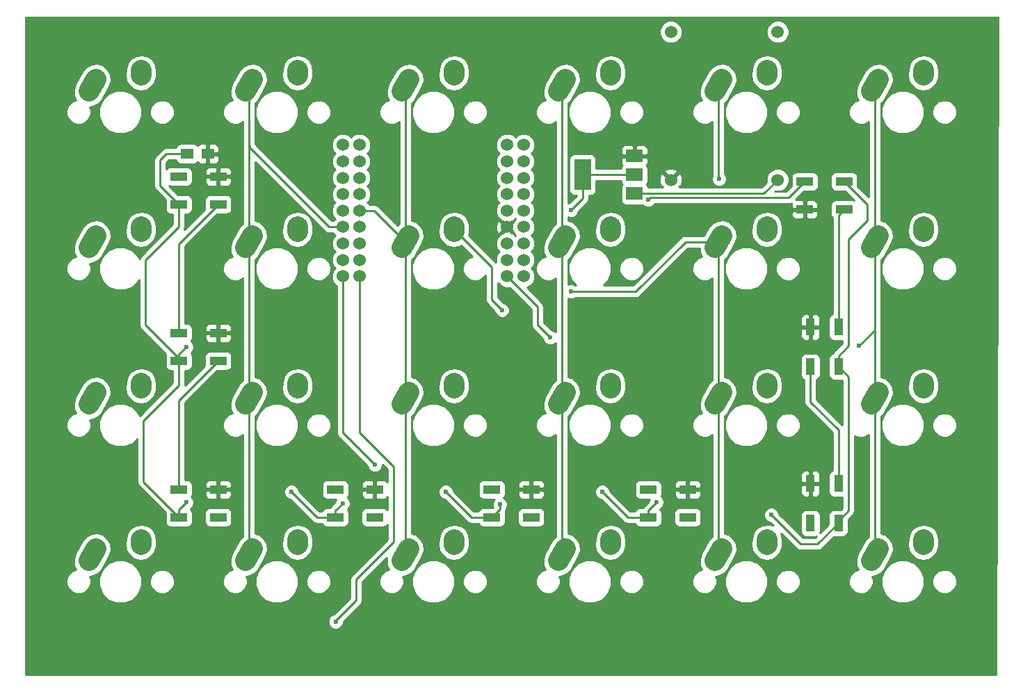
<source format=gbr>
G04 #@! TF.FileFunction,Copper,L2,Bot,Signal*
%FSLAX46Y46*%
G04 Gerber Fmt 4.6, Leading zero omitted, Abs format (unit mm)*
G04 Created by KiCad (PCBNEW 4.0.7) date 07/05/18 13:02:46*
%MOMM*%
%LPD*%
G01*
G04 APERTURE LIST*
%ADD10C,0.100000*%
%ADD11C,1.524000*%
%ADD12C,2.500000*%
%ADD13R,2.000000X1.100000*%
%ADD14R,1.100000X2.000000*%
%ADD15R,2.000000X3.800000*%
%ADD16R,2.000000X1.500000*%
%ADD17R,1.500000X1.250000*%
%ADD18C,0.600000*%
%ADD19C,0.250000*%
%ADD20C,0.254000*%
G04 APERTURE END LIST*
D10*
D11*
X88623000Y-11828000D03*
X101623000Y-11828000D03*
X101623000Y-29828000D03*
X88623000Y-29828000D03*
D12*
X56690453Y-36640046D02*
X55879547Y-38099954D01*
X62229724Y-35560672D02*
X62190276Y-36139328D01*
X37640453Y-17590046D02*
X36829547Y-19049954D01*
X43179724Y-16510672D02*
X43140276Y-17089328D01*
X18590453Y-17590046D02*
X17779547Y-19049954D01*
X24129724Y-16510672D02*
X24090276Y-17089328D01*
X56690453Y-17590046D02*
X55879547Y-19049954D01*
X62229724Y-16510672D02*
X62190276Y-17089328D01*
X75740453Y-17590046D02*
X74929547Y-19049954D01*
X81279724Y-16510672D02*
X81240276Y-17089328D01*
X94790453Y-17590046D02*
X93979547Y-19049954D01*
X100329724Y-16510672D02*
X100290276Y-17089328D01*
X113840453Y-17590046D02*
X113029547Y-19049954D01*
X119379724Y-16510672D02*
X119340276Y-17089328D01*
X18590453Y-36640046D02*
X17779547Y-38099954D01*
X24129724Y-35560672D02*
X24090276Y-36139328D01*
X37640453Y-36640046D02*
X36829547Y-38099954D01*
X43179724Y-35560672D02*
X43140276Y-36139328D01*
X75740453Y-36640046D02*
X74929547Y-38099954D01*
X81279724Y-35560672D02*
X81240276Y-36139328D01*
X94790453Y-36640046D02*
X93979547Y-38099954D01*
X100329724Y-35560672D02*
X100290276Y-36139328D01*
X113840453Y-36640046D02*
X113029547Y-38099954D01*
X119379724Y-35560672D02*
X119340276Y-36139328D01*
X18590453Y-55690046D02*
X17779547Y-57149954D01*
X24129724Y-54610672D02*
X24090276Y-55189328D01*
X37640453Y-55690046D02*
X36829547Y-57149954D01*
X43179724Y-54610672D02*
X43140276Y-55189328D01*
X56690453Y-55690046D02*
X55879547Y-57149954D01*
X62229724Y-54610672D02*
X62190276Y-55189328D01*
X75740453Y-55690046D02*
X74929547Y-57149954D01*
X81279724Y-54610672D02*
X81240276Y-55189328D01*
X94790453Y-55690046D02*
X93979547Y-57149954D01*
X100329724Y-54610672D02*
X100290276Y-55189328D01*
X113840453Y-55690046D02*
X113029547Y-57149954D01*
X119379724Y-54610672D02*
X119340276Y-55189328D01*
X18590453Y-74740046D02*
X17779547Y-76199954D01*
X24129724Y-73660672D02*
X24090276Y-74239328D01*
X37640453Y-74740046D02*
X36829547Y-76199954D01*
X43179724Y-73660672D02*
X43140276Y-74239328D01*
X56690453Y-74740046D02*
X55879547Y-76199954D01*
X62229724Y-73660672D02*
X62190276Y-74239328D01*
X75740453Y-74740046D02*
X74929547Y-76199954D01*
X81279724Y-73660672D02*
X81240276Y-74239328D01*
X94790453Y-74740046D02*
X93979547Y-76199954D01*
X100329724Y-73660672D02*
X100290276Y-74239328D01*
X113840453Y-74740046D02*
X113029547Y-76199954D01*
X119379724Y-73660672D02*
X119340276Y-74239328D01*
D13*
X109715000Y-30050000D03*
X109715000Y-33450000D03*
X104915000Y-33450000D03*
X104915000Y-30050000D03*
D14*
X109015000Y-52565000D03*
X105615000Y-52565000D03*
X105615000Y-47765000D03*
X109015000Y-47765000D03*
D13*
X28715000Y-51865000D03*
X28715000Y-48465000D03*
X33515000Y-48465000D03*
X33515000Y-51865000D03*
X28715000Y-70915000D03*
X28715000Y-67515000D03*
X33515000Y-67515000D03*
X33515000Y-70915000D03*
X47765000Y-70915000D03*
X47765000Y-67515000D03*
X52565000Y-67515000D03*
X52565000Y-70915000D03*
X66815000Y-70915000D03*
X66815000Y-67515000D03*
X71615000Y-67515000D03*
X71615000Y-70915000D03*
X85865000Y-70915000D03*
X85865000Y-67515000D03*
X90665000Y-67515000D03*
X90665000Y-70915000D03*
D14*
X109015000Y-71615000D03*
X105615000Y-71615000D03*
X105615000Y-66815000D03*
X109015000Y-66815000D03*
D15*
X77876000Y-29210000D03*
D16*
X84176000Y-29210000D03*
X84176000Y-31510000D03*
X84176000Y-26910000D03*
D17*
X29738000Y-26670000D03*
X32238000Y-26670000D03*
D13*
X28715000Y-32815000D03*
X28715000Y-29415000D03*
X33515000Y-29415000D03*
X33515000Y-32815000D03*
D11*
X70690000Y-25571000D03*
X68690000Y-25571000D03*
X70690000Y-27571000D03*
X68690000Y-27571000D03*
X70690000Y-29571000D03*
X68690000Y-29571000D03*
X70690000Y-31571000D03*
X68690000Y-31571000D03*
X70690000Y-33571000D03*
X68690000Y-33571000D03*
X70690000Y-35571000D03*
X68690000Y-35571000D03*
X70690000Y-37571000D03*
X68690000Y-37571000D03*
X70690000Y-39571000D03*
X68690000Y-39571000D03*
X70690000Y-41571000D03*
X68690000Y-41571000D03*
X48690000Y-25571000D03*
X50690000Y-27571000D03*
X48690000Y-27571000D03*
X50690000Y-29571000D03*
X48690000Y-29571000D03*
X50690000Y-31571000D03*
X48690000Y-31571000D03*
X50690000Y-33571000D03*
X48690000Y-33571000D03*
X50690000Y-35571000D03*
X48690000Y-35571000D03*
X50690000Y-37571000D03*
X48690000Y-37571000D03*
X50690000Y-39571000D03*
X48690000Y-39571000D03*
X50690000Y-41571000D03*
X48690000Y-41571000D03*
X50690000Y-25571000D03*
D18*
X76454000Y-33528000D03*
X100838000Y-70612000D03*
X109015000Y-71615000D03*
X109220000Y-52578000D03*
X86868000Y-69088000D03*
X80264000Y-67818000D03*
X61214000Y-67818000D03*
X67818000Y-69342000D03*
X42418000Y-67818000D03*
X109728000Y-29972000D03*
X84074000Y-29210000D03*
X48641000Y-69215000D03*
X29591000Y-69088000D03*
X29591000Y-50165000D03*
X68072000Y-45686000D03*
X85852000Y-32258000D03*
X33515000Y-70915000D03*
X47752000Y-67564000D03*
X52565000Y-70915000D03*
X66802000Y-67564000D03*
X71615000Y-70915000D03*
X85852000Y-67564000D03*
X105615000Y-71615000D03*
X90932000Y-70866000D03*
X50690000Y-35571000D03*
X52578000Y-64516000D03*
X47802800Y-83600000D03*
X76454000Y-43434000D03*
X94488000Y-29718000D03*
X73914000Y-49022000D03*
X111506000Y-50038000D03*
D19*
X77876000Y-32106000D02*
X77876000Y-29210000D01*
X76454000Y-33528000D02*
X77876000Y-32106000D01*
X84176000Y-29210000D02*
X77876000Y-29210000D01*
X109015000Y-52565000D02*
X109015000Y-51259000D01*
X112522000Y-32857000D02*
X109715000Y-30050000D01*
X112522000Y-34798000D02*
X112522000Y-32857000D01*
X110236000Y-37084000D02*
X112522000Y-34798000D01*
X110236000Y-50038000D02*
X110236000Y-37084000D01*
X109015000Y-51259000D02*
X110236000Y-50038000D01*
X106462000Y-74168000D02*
X109015000Y-71615000D01*
X104394000Y-74168000D02*
X106462000Y-74168000D01*
X100838000Y-70612000D02*
X104394000Y-74168000D01*
X109015000Y-71615000D02*
X109015000Y-71325000D01*
X109015000Y-71325000D02*
X110236000Y-70104000D01*
X110236000Y-53786000D02*
X109015000Y-52565000D01*
X110236000Y-70104000D02*
X110236000Y-53786000D01*
X109220000Y-52578000D02*
X109207000Y-52565000D01*
X109207000Y-52565000D02*
X109015000Y-52565000D01*
X85865000Y-70915000D02*
X85865000Y-70091000D01*
X85865000Y-70091000D02*
X86868000Y-69088000D01*
X83361000Y-70915000D02*
X85865000Y-70915000D01*
X80264000Y-67818000D02*
X83361000Y-70915000D01*
X64311000Y-70915000D02*
X66815000Y-70915000D01*
X61214000Y-67818000D02*
X64311000Y-70915000D01*
X66815000Y-70915000D02*
X67818000Y-69912000D01*
X67818000Y-69912000D02*
X67818000Y-69342000D01*
X45515000Y-70915000D02*
X47765000Y-70915000D01*
X42418000Y-67818000D02*
X45515000Y-70915000D01*
X28715000Y-51865000D02*
X28715000Y-54851000D01*
X24384000Y-66584000D02*
X28715000Y-70915000D01*
X24384000Y-59182000D02*
X24384000Y-66584000D01*
X28715000Y-54851000D02*
X24384000Y-59182000D01*
X28715000Y-51865000D02*
X28715000Y-51575000D01*
X28715000Y-51575000D02*
X24638000Y-47498000D01*
X28715000Y-35547000D02*
X28715000Y-32815000D01*
X24638000Y-39624000D02*
X28715000Y-35547000D01*
X24638000Y-47498000D02*
X24638000Y-39624000D01*
X29738000Y-26670000D02*
X27178000Y-26670000D01*
X26416000Y-30516000D02*
X28715000Y-32815000D01*
X26416000Y-27432000D02*
X26416000Y-30516000D01*
X27178000Y-26670000D02*
X26416000Y-27432000D01*
X109728000Y-29972000D02*
X109715000Y-29985000D01*
X109715000Y-29985000D02*
X109715000Y-30050000D01*
X84074000Y-29210000D02*
X84176000Y-29210000D01*
X47765000Y-70915000D02*
X47765000Y-70091000D01*
X47765000Y-70091000D02*
X48641000Y-69215000D01*
X28715000Y-70915000D02*
X28715000Y-69964000D01*
X28715000Y-69964000D02*
X29591000Y-69088000D01*
X28715000Y-51865000D02*
X28715000Y-51041000D01*
X28715000Y-51041000D02*
X29591000Y-50165000D01*
X62210000Y-35850000D02*
X66802000Y-40442000D01*
X66802000Y-44416000D02*
X66802000Y-40442000D01*
X66802000Y-44416000D02*
X68072000Y-45686000D01*
X109015000Y-47765000D02*
X109015000Y-34150000D01*
X109015000Y-34150000D02*
X109715000Y-33450000D01*
X102961000Y-32004000D02*
X104915000Y-30050000D01*
X86106000Y-32004000D02*
X102961000Y-32004000D01*
X85852000Y-32258000D02*
X86106000Y-32004000D01*
X109015000Y-66815000D02*
X109015000Y-60247000D01*
X105615000Y-56847000D02*
X105615000Y-52565000D01*
X109015000Y-60247000D02*
X105615000Y-56847000D01*
X28715000Y-48465000D02*
X28715000Y-37615000D01*
X28715000Y-37615000D02*
X33515000Y-32815000D01*
X28715000Y-67515000D02*
X28715000Y-56665000D01*
X28715000Y-56665000D02*
X33515000Y-51865000D01*
X47765000Y-67551000D02*
X47752000Y-67564000D01*
X47765000Y-67551000D02*
X47765000Y-67515000D01*
X66815000Y-67551000D02*
X66802000Y-67564000D01*
X66815000Y-67551000D02*
X66815000Y-67515000D01*
X85865000Y-67551000D02*
X85852000Y-67564000D01*
X85865000Y-67551000D02*
X85865000Y-67515000D01*
X90883000Y-70915000D02*
X90932000Y-70866000D01*
X90883000Y-70915000D02*
X90665000Y-70915000D01*
X84176000Y-31510000D02*
X99941000Y-31510000D01*
X99941000Y-31510000D02*
X101623000Y-29828000D01*
X48690000Y-41571000D02*
X48690000Y-60628000D01*
X48690000Y-60628000D02*
X52578000Y-64516000D01*
X50690000Y-60596000D02*
X54864000Y-64770000D01*
X54864000Y-64770000D02*
X54864000Y-73914000D01*
X54864000Y-73914000D02*
X50292000Y-78486000D01*
X50292000Y-78486000D02*
X50292000Y-81026000D01*
X50292000Y-81026000D02*
X47752000Y-83566000D01*
X50690000Y-41571000D02*
X50690000Y-60596000D01*
X47768800Y-83566000D02*
X47752000Y-83566000D01*
X47768800Y-83566000D02*
X47802800Y-83600000D01*
X50690000Y-33571000D02*
X52486000Y-33571000D01*
X52486000Y-33571000D02*
X56285000Y-37370000D01*
X56285000Y-75470000D02*
X56285000Y-56420000D01*
X56285000Y-56420000D02*
X56285000Y-37370000D01*
X56285000Y-37370000D02*
X56285000Y-18320000D01*
X75335000Y-18320000D02*
X75335000Y-37370000D01*
X75335000Y-37370000D02*
X75335000Y-56420000D01*
X75335000Y-56420000D02*
X75335000Y-75470000D01*
X48690000Y-35571000D02*
X47001000Y-35571000D01*
X37338000Y-25654000D02*
X37235000Y-25654000D01*
X37235000Y-25757000D02*
X37338000Y-25654000D01*
X37235000Y-25805000D02*
X37235000Y-25757000D01*
X47001000Y-35571000D02*
X37235000Y-25805000D01*
X37235000Y-18320000D02*
X37235000Y-25654000D01*
X37235000Y-25654000D02*
X37235000Y-37370000D01*
X37235000Y-37370000D02*
X37235000Y-56420000D01*
X37235000Y-56420000D02*
X37235000Y-75470000D01*
X94385000Y-37370000D02*
X90392000Y-37370000D01*
X84328000Y-43434000D02*
X76454000Y-43434000D01*
X90392000Y-37370000D02*
X84328000Y-43434000D01*
X94385000Y-29615000D02*
X94385000Y-18320000D01*
X94488000Y-29718000D02*
X94385000Y-29615000D01*
X94385000Y-75470000D02*
X94385000Y-56420000D01*
X94385000Y-56420000D02*
X94385000Y-37370000D01*
X113435000Y-44704000D02*
X113435000Y-48109000D01*
X72390000Y-45271000D02*
X68690000Y-41571000D01*
X72390000Y-47498000D02*
X72390000Y-45271000D01*
X73914000Y-49022000D02*
X72390000Y-47498000D01*
X113435000Y-48109000D02*
X111506000Y-50038000D01*
X113435000Y-18320000D02*
X113435000Y-37370000D01*
X113435000Y-37370000D02*
X113435000Y-44704000D01*
X113435000Y-44704000D02*
X113435000Y-56420000D01*
X113435000Y-56420000D02*
X113435000Y-75470000D01*
D20*
G36*
X128143402Y-90043000D02*
X10033000Y-90043000D01*
X10033000Y-79034267D01*
X15023842Y-79034267D01*
X15249580Y-79580595D01*
X15667206Y-79998951D01*
X16213139Y-80225642D01*
X16804267Y-80226158D01*
X17350595Y-80000420D01*
X17768951Y-79582794D01*
X17902726Y-79260626D01*
X18960645Y-79260626D01*
X19360028Y-80227207D01*
X20098904Y-80967373D01*
X21064785Y-81368442D01*
X22110626Y-81369355D01*
X23077207Y-80969972D01*
X23817373Y-80231096D01*
X24218442Y-79265215D01*
X24218643Y-79034267D01*
X25183842Y-79034267D01*
X25409580Y-79580595D01*
X25827206Y-79998951D01*
X26373139Y-80225642D01*
X26964267Y-80226158D01*
X27510595Y-80000420D01*
X27928951Y-79582794D01*
X28155642Y-79036861D01*
X28156158Y-78445733D01*
X27930420Y-77899405D01*
X27512794Y-77481049D01*
X26966861Y-77254358D01*
X26375733Y-77253842D01*
X25829405Y-77479580D01*
X25411049Y-77897206D01*
X25184358Y-78443139D01*
X25183842Y-79034267D01*
X24218643Y-79034267D01*
X24219355Y-78219374D01*
X23819972Y-77252793D01*
X23081096Y-76512627D01*
X22115215Y-76111558D01*
X21069374Y-76110645D01*
X20102793Y-76510028D01*
X19362627Y-77248904D01*
X18961558Y-78214785D01*
X18960645Y-79260626D01*
X17902726Y-79260626D01*
X17995642Y-79036861D01*
X17996158Y-78445733D01*
X17850652Y-78093582D01*
X18271667Y-78058968D01*
X18925825Y-77722777D01*
X19401532Y-77161842D01*
X20264188Y-75608766D01*
X20489024Y-74908484D01*
X20428758Y-74175467D01*
X20417536Y-74153630D01*
X22206742Y-74153630D01*
X22300833Y-74883077D01*
X22666909Y-75520992D01*
X23249238Y-75970257D01*
X23959166Y-76162476D01*
X24688613Y-76068385D01*
X25326528Y-75702309D01*
X25775793Y-75119980D01*
X25968012Y-74410052D01*
X26013258Y-73746369D01*
X25919167Y-73016922D01*
X25553091Y-72379008D01*
X24970762Y-71929743D01*
X24260834Y-71737524D01*
X23531387Y-71831614D01*
X22893472Y-72197691D01*
X22444207Y-72780020D01*
X22251988Y-73489948D01*
X22206742Y-74153630D01*
X20417536Y-74153630D01*
X20092567Y-73521309D01*
X19531632Y-73045602D01*
X18831350Y-72820766D01*
X18098332Y-72881032D01*
X17444175Y-73217223D01*
X16968467Y-73778158D01*
X16105812Y-75331234D01*
X15880976Y-76031516D01*
X15941242Y-76764533D01*
X16196744Y-77261688D01*
X15669405Y-77479580D01*
X15251049Y-77897206D01*
X15024358Y-78443139D01*
X15023842Y-79034267D01*
X10033000Y-79034267D01*
X10033000Y-59984267D01*
X15023842Y-59984267D01*
X15249580Y-60530595D01*
X15667206Y-60948951D01*
X16213139Y-61175642D01*
X16804267Y-61176158D01*
X17350595Y-60950420D01*
X17768951Y-60532794D01*
X17995642Y-59986861D01*
X17996158Y-59395733D01*
X17850652Y-59043582D01*
X18271667Y-59008968D01*
X18925825Y-58672777D01*
X19401532Y-58111842D01*
X20264188Y-56558766D01*
X20489024Y-55858484D01*
X20428758Y-55125467D01*
X20417536Y-55103630D01*
X22206742Y-55103630D01*
X22300833Y-55833077D01*
X22666909Y-56470992D01*
X23249238Y-56920257D01*
X23959166Y-57112476D01*
X24688613Y-57018385D01*
X25326528Y-56652309D01*
X25775793Y-56069980D01*
X25968012Y-55360052D01*
X26013258Y-54696369D01*
X25919167Y-53966922D01*
X25553091Y-53329008D01*
X24970762Y-52879743D01*
X24260834Y-52687524D01*
X23531387Y-52781614D01*
X22893472Y-53147691D01*
X22444207Y-53730020D01*
X22251988Y-54439948D01*
X22206742Y-55103630D01*
X20417536Y-55103630D01*
X20092567Y-54471309D01*
X19531632Y-53995602D01*
X18831350Y-53770766D01*
X18098332Y-53831032D01*
X17444175Y-54167223D01*
X16968467Y-54728158D01*
X16105812Y-56281234D01*
X15880976Y-56981516D01*
X15941242Y-57714533D01*
X16196744Y-58211688D01*
X15669405Y-58429580D01*
X15251049Y-58847206D01*
X15024358Y-59393139D01*
X15023842Y-59984267D01*
X10033000Y-59984267D01*
X10033000Y-40934267D01*
X15023842Y-40934267D01*
X15249580Y-41480595D01*
X15667206Y-41898951D01*
X16213139Y-42125642D01*
X16804267Y-42126158D01*
X17350595Y-41900420D01*
X17768951Y-41482794D01*
X17902726Y-41160626D01*
X18960645Y-41160626D01*
X19360028Y-42127207D01*
X20098904Y-42867373D01*
X21064785Y-43268442D01*
X22110626Y-43269355D01*
X23077207Y-42869972D01*
X23817373Y-42131096D01*
X23878000Y-41985090D01*
X23878000Y-47498000D01*
X23935852Y-47788839D01*
X24100599Y-48035401D01*
X27122522Y-51057324D01*
X27118569Y-51063110D01*
X27067560Y-51315000D01*
X27067560Y-52415000D01*
X27111838Y-52650317D01*
X27250910Y-52866441D01*
X27463110Y-53011431D01*
X27715000Y-53062440D01*
X27955000Y-53062440D01*
X27955000Y-54536198D01*
X23956933Y-58534265D01*
X23819972Y-58202793D01*
X23081096Y-57462627D01*
X22115215Y-57061558D01*
X21069374Y-57060645D01*
X20102793Y-57460028D01*
X19362627Y-58198904D01*
X18961558Y-59164785D01*
X18960645Y-60210626D01*
X19360028Y-61177207D01*
X20098904Y-61917373D01*
X21064785Y-62318442D01*
X22110626Y-62319355D01*
X23077207Y-61919972D01*
X23624000Y-61374132D01*
X23624000Y-66584000D01*
X23681852Y-66874839D01*
X23846599Y-67121401D01*
X27071372Y-70346174D01*
X27067560Y-70365000D01*
X27067560Y-71465000D01*
X27111838Y-71700317D01*
X27250910Y-71916441D01*
X27463110Y-72061431D01*
X27715000Y-72112440D01*
X29715000Y-72112440D01*
X29950317Y-72068162D01*
X30166441Y-71929090D01*
X30311431Y-71716890D01*
X30362440Y-71465000D01*
X30362440Y-70365000D01*
X31867560Y-70365000D01*
X31867560Y-71465000D01*
X31911838Y-71700317D01*
X32050910Y-71916441D01*
X32263110Y-72061431D01*
X32515000Y-72112440D01*
X34515000Y-72112440D01*
X34750317Y-72068162D01*
X34966441Y-71929090D01*
X35111431Y-71716890D01*
X35162440Y-71465000D01*
X35162440Y-70365000D01*
X35118162Y-70129683D01*
X34979090Y-69913559D01*
X34766890Y-69768569D01*
X34515000Y-69717560D01*
X32515000Y-69717560D01*
X32279683Y-69761838D01*
X32063559Y-69900910D01*
X31918569Y-70113110D01*
X31867560Y-70365000D01*
X30362440Y-70365000D01*
X30318162Y-70129683D01*
X30179090Y-69913559D01*
X30124684Y-69876385D01*
X30383192Y-69618327D01*
X30525838Y-69274799D01*
X30526162Y-68902833D01*
X30384117Y-68559057D01*
X30242736Y-68417429D01*
X30311431Y-68316890D01*
X30362440Y-68065000D01*
X30362440Y-67800750D01*
X31880000Y-67800750D01*
X31880000Y-68191309D01*
X31976673Y-68424698D01*
X32155301Y-68603327D01*
X32388690Y-68700000D01*
X33229250Y-68700000D01*
X33388000Y-68541250D01*
X33388000Y-67642000D01*
X33642000Y-67642000D01*
X33642000Y-68541250D01*
X33800750Y-68700000D01*
X34641310Y-68700000D01*
X34874699Y-68603327D01*
X35053327Y-68424698D01*
X35150000Y-68191309D01*
X35150000Y-67800750D01*
X34991250Y-67642000D01*
X33642000Y-67642000D01*
X33388000Y-67642000D01*
X32038750Y-67642000D01*
X31880000Y-67800750D01*
X30362440Y-67800750D01*
X30362440Y-66965000D01*
X30338674Y-66838691D01*
X31880000Y-66838691D01*
X31880000Y-67229250D01*
X32038750Y-67388000D01*
X33388000Y-67388000D01*
X33388000Y-66488750D01*
X33642000Y-66488750D01*
X33642000Y-67388000D01*
X34991250Y-67388000D01*
X35150000Y-67229250D01*
X35150000Y-66838691D01*
X35053327Y-66605302D01*
X34874699Y-66426673D01*
X34641310Y-66330000D01*
X33800750Y-66330000D01*
X33642000Y-66488750D01*
X33388000Y-66488750D01*
X33229250Y-66330000D01*
X32388690Y-66330000D01*
X32155301Y-66426673D01*
X31976673Y-66605302D01*
X31880000Y-66838691D01*
X30338674Y-66838691D01*
X30318162Y-66729683D01*
X30179090Y-66513559D01*
X29966890Y-66368569D01*
X29715000Y-66317560D01*
X29475000Y-66317560D01*
X29475000Y-56979802D01*
X33392362Y-53062440D01*
X34515000Y-53062440D01*
X34750317Y-53018162D01*
X34966441Y-52879090D01*
X35111431Y-52666890D01*
X35162440Y-52415000D01*
X35162440Y-51315000D01*
X35118162Y-51079683D01*
X34979090Y-50863559D01*
X34766890Y-50718569D01*
X34515000Y-50667560D01*
X32515000Y-50667560D01*
X32279683Y-50711838D01*
X32063559Y-50850910D01*
X31918569Y-51063110D01*
X31867560Y-51315000D01*
X31867560Y-52415000D01*
X31871145Y-52434053D01*
X29475000Y-54830198D01*
X29475000Y-53062440D01*
X29715000Y-53062440D01*
X29950317Y-53018162D01*
X30166441Y-52879090D01*
X30311431Y-52666890D01*
X30362440Y-52415000D01*
X30362440Y-51315000D01*
X30318162Y-51079683D01*
X30193005Y-50885183D01*
X30383192Y-50695327D01*
X30525838Y-50351799D01*
X30526162Y-49979833D01*
X30384117Y-49636057D01*
X30191221Y-49442824D01*
X30311431Y-49266890D01*
X30362440Y-49015000D01*
X30362440Y-48750750D01*
X31880000Y-48750750D01*
X31880000Y-49141309D01*
X31976673Y-49374698D01*
X32155301Y-49553327D01*
X32388690Y-49650000D01*
X33229250Y-49650000D01*
X33388000Y-49491250D01*
X33388000Y-48592000D01*
X33642000Y-48592000D01*
X33642000Y-49491250D01*
X33800750Y-49650000D01*
X34641310Y-49650000D01*
X34874699Y-49553327D01*
X35053327Y-49374698D01*
X35150000Y-49141309D01*
X35150000Y-48750750D01*
X34991250Y-48592000D01*
X33642000Y-48592000D01*
X33388000Y-48592000D01*
X32038750Y-48592000D01*
X31880000Y-48750750D01*
X30362440Y-48750750D01*
X30362440Y-47915000D01*
X30338674Y-47788691D01*
X31880000Y-47788691D01*
X31880000Y-48179250D01*
X32038750Y-48338000D01*
X33388000Y-48338000D01*
X33388000Y-47438750D01*
X33642000Y-47438750D01*
X33642000Y-48338000D01*
X34991250Y-48338000D01*
X35150000Y-48179250D01*
X35150000Y-47788691D01*
X35053327Y-47555302D01*
X34874699Y-47376673D01*
X34641310Y-47280000D01*
X33800750Y-47280000D01*
X33642000Y-47438750D01*
X33388000Y-47438750D01*
X33229250Y-47280000D01*
X32388690Y-47280000D01*
X32155301Y-47376673D01*
X31976673Y-47555302D01*
X31880000Y-47788691D01*
X30338674Y-47788691D01*
X30318162Y-47679683D01*
X30179090Y-47463559D01*
X29966890Y-47318569D01*
X29715000Y-47267560D01*
X29475000Y-47267560D01*
X29475000Y-37929802D01*
X33392362Y-34012440D01*
X34515000Y-34012440D01*
X34750317Y-33968162D01*
X34966441Y-33829090D01*
X35111431Y-33616890D01*
X35162440Y-33365000D01*
X35162440Y-32265000D01*
X35118162Y-32029683D01*
X34979090Y-31813559D01*
X34766890Y-31668569D01*
X34515000Y-31617560D01*
X32515000Y-31617560D01*
X32279683Y-31661838D01*
X32063559Y-31800910D01*
X31918569Y-32013110D01*
X31867560Y-32265000D01*
X31867560Y-33365000D01*
X31871145Y-33384053D01*
X29416723Y-35838475D01*
X29417148Y-35837839D01*
X29475000Y-35547000D01*
X29475000Y-34012440D01*
X29715000Y-34012440D01*
X29950317Y-33968162D01*
X30166441Y-33829090D01*
X30311431Y-33616890D01*
X30362440Y-33365000D01*
X30362440Y-32265000D01*
X30318162Y-32029683D01*
X30179090Y-31813559D01*
X29966890Y-31668569D01*
X29715000Y-31617560D01*
X28592362Y-31617560D01*
X27554801Y-30579999D01*
X27715000Y-30612440D01*
X29715000Y-30612440D01*
X29950317Y-30568162D01*
X30166441Y-30429090D01*
X30311431Y-30216890D01*
X30362440Y-29965000D01*
X30362440Y-29700750D01*
X31880000Y-29700750D01*
X31880000Y-30091309D01*
X31976673Y-30324698D01*
X32155301Y-30503327D01*
X32388690Y-30600000D01*
X33229250Y-30600000D01*
X33388000Y-30441250D01*
X33388000Y-29542000D01*
X33642000Y-29542000D01*
X33642000Y-30441250D01*
X33800750Y-30600000D01*
X34641310Y-30600000D01*
X34874699Y-30503327D01*
X35053327Y-30324698D01*
X35150000Y-30091309D01*
X35150000Y-29700750D01*
X34991250Y-29542000D01*
X33642000Y-29542000D01*
X33388000Y-29542000D01*
X32038750Y-29542000D01*
X31880000Y-29700750D01*
X30362440Y-29700750D01*
X30362440Y-28865000D01*
X30338674Y-28738691D01*
X31880000Y-28738691D01*
X31880000Y-29129250D01*
X32038750Y-29288000D01*
X33388000Y-29288000D01*
X33388000Y-28388750D01*
X33642000Y-28388750D01*
X33642000Y-29288000D01*
X34991250Y-29288000D01*
X35150000Y-29129250D01*
X35150000Y-28738691D01*
X35053327Y-28505302D01*
X34874699Y-28326673D01*
X34641310Y-28230000D01*
X33800750Y-28230000D01*
X33642000Y-28388750D01*
X33388000Y-28388750D01*
X33229250Y-28230000D01*
X32388690Y-28230000D01*
X32155301Y-28326673D01*
X31976673Y-28505302D01*
X31880000Y-28738691D01*
X30338674Y-28738691D01*
X30318162Y-28629683D01*
X30179090Y-28413559D01*
X29966890Y-28268569D01*
X29715000Y-28217560D01*
X27715000Y-28217560D01*
X27479683Y-28261838D01*
X27263559Y-28400910D01*
X27176000Y-28529057D01*
X27176000Y-27746802D01*
X27492802Y-27430000D01*
X28365962Y-27430000D01*
X28384838Y-27530317D01*
X28523910Y-27746441D01*
X28736110Y-27891431D01*
X28988000Y-27942440D01*
X30488000Y-27942440D01*
X30723317Y-27898162D01*
X30939441Y-27759090D01*
X30985969Y-27690994D01*
X31128302Y-27833327D01*
X31361691Y-27930000D01*
X31952250Y-27930000D01*
X32111000Y-27771250D01*
X32111000Y-26797000D01*
X32365000Y-26797000D01*
X32365000Y-27771250D01*
X32523750Y-27930000D01*
X33114309Y-27930000D01*
X33347698Y-27833327D01*
X33526327Y-27654699D01*
X33623000Y-27421310D01*
X33623000Y-26955750D01*
X33464250Y-26797000D01*
X32365000Y-26797000D01*
X32111000Y-26797000D01*
X32091000Y-26797000D01*
X32091000Y-26543000D01*
X32111000Y-26543000D01*
X32111000Y-25568750D01*
X32365000Y-25568750D01*
X32365000Y-26543000D01*
X33464250Y-26543000D01*
X33623000Y-26384250D01*
X33623000Y-25918690D01*
X33526327Y-25685301D01*
X33347698Y-25506673D01*
X33114309Y-25410000D01*
X32523750Y-25410000D01*
X32365000Y-25568750D01*
X32111000Y-25568750D01*
X31952250Y-25410000D01*
X31361691Y-25410000D01*
X31128302Y-25506673D01*
X30987064Y-25647910D01*
X30952090Y-25593559D01*
X30739890Y-25448569D01*
X30488000Y-25397560D01*
X28988000Y-25397560D01*
X28752683Y-25441838D01*
X28536559Y-25580910D01*
X28391569Y-25793110D01*
X28367898Y-25910000D01*
X27178000Y-25910000D01*
X26887161Y-25967852D01*
X26640599Y-26132599D01*
X25878599Y-26894599D01*
X25713852Y-27141161D01*
X25656000Y-27432000D01*
X25656000Y-30516000D01*
X25713852Y-30806839D01*
X25878599Y-31053401D01*
X27071372Y-32246174D01*
X27067560Y-32265000D01*
X27067560Y-33365000D01*
X27111838Y-33600317D01*
X27250910Y-33816441D01*
X27463110Y-33961431D01*
X27715000Y-34012440D01*
X27955000Y-34012440D01*
X27955000Y-35232198D01*
X24100599Y-39086599D01*
X23935852Y-39333161D01*
X23922413Y-39400720D01*
X23819972Y-39152793D01*
X23081096Y-38412627D01*
X22115215Y-38011558D01*
X21069374Y-38010645D01*
X20102793Y-38410028D01*
X19362627Y-39148904D01*
X18961558Y-40114785D01*
X18960645Y-41160626D01*
X17902726Y-41160626D01*
X17995642Y-40936861D01*
X17996158Y-40345733D01*
X17850652Y-39993582D01*
X18271667Y-39958968D01*
X18925825Y-39622777D01*
X19401532Y-39061842D01*
X20264188Y-37508766D01*
X20489024Y-36808484D01*
X20428758Y-36075467D01*
X20417536Y-36053630D01*
X22206742Y-36053630D01*
X22300833Y-36783077D01*
X22666909Y-37420992D01*
X23249238Y-37870257D01*
X23959166Y-38062476D01*
X24688613Y-37968385D01*
X25326528Y-37602309D01*
X25775793Y-37019980D01*
X25968012Y-36310052D01*
X26013258Y-35646369D01*
X25919167Y-34916922D01*
X25553091Y-34279008D01*
X24970762Y-33829743D01*
X24260834Y-33637524D01*
X23531387Y-33731614D01*
X22893472Y-34097691D01*
X22444207Y-34680020D01*
X22251988Y-35389948D01*
X22206742Y-36053630D01*
X20417536Y-36053630D01*
X20092567Y-35421309D01*
X19531632Y-34945602D01*
X18831350Y-34720766D01*
X18098332Y-34781032D01*
X17444175Y-35117223D01*
X16968467Y-35678158D01*
X16105812Y-37231234D01*
X15880976Y-37931516D01*
X15941242Y-38664533D01*
X16196744Y-39161688D01*
X15669405Y-39379580D01*
X15251049Y-39797206D01*
X15024358Y-40343139D01*
X15023842Y-40934267D01*
X10033000Y-40934267D01*
X10033000Y-21884267D01*
X15023842Y-21884267D01*
X15249580Y-22430595D01*
X15667206Y-22848951D01*
X16213139Y-23075642D01*
X16804267Y-23076158D01*
X17350595Y-22850420D01*
X17768951Y-22432794D01*
X17902726Y-22110626D01*
X18960645Y-22110626D01*
X19360028Y-23077207D01*
X20098904Y-23817373D01*
X21064785Y-24218442D01*
X22110626Y-24219355D01*
X23077207Y-23819972D01*
X23817373Y-23081096D01*
X24218442Y-22115215D01*
X24218643Y-21884267D01*
X25183842Y-21884267D01*
X25409580Y-22430595D01*
X25827206Y-22848951D01*
X26373139Y-23075642D01*
X26964267Y-23076158D01*
X27510595Y-22850420D01*
X27928951Y-22432794D01*
X28155642Y-21886861D01*
X28155644Y-21884267D01*
X34073842Y-21884267D01*
X34299580Y-22430595D01*
X34717206Y-22848951D01*
X35263139Y-23075642D01*
X35854267Y-23076158D01*
X36400595Y-22850420D01*
X36475000Y-22776145D01*
X36475000Y-35139833D01*
X36018467Y-35678158D01*
X35155812Y-37231234D01*
X34930976Y-37931516D01*
X34991242Y-38664533D01*
X35246744Y-39161688D01*
X34719405Y-39379580D01*
X34301049Y-39797206D01*
X34074358Y-40343139D01*
X34073842Y-40934267D01*
X34299580Y-41480595D01*
X34717206Y-41898951D01*
X35263139Y-42125642D01*
X35854267Y-42126158D01*
X36400595Y-41900420D01*
X36475000Y-41826145D01*
X36475000Y-54189833D01*
X36018467Y-54728158D01*
X35155812Y-56281234D01*
X34930976Y-56981516D01*
X34991242Y-57714533D01*
X35246744Y-58211688D01*
X34719405Y-58429580D01*
X34301049Y-58847206D01*
X34074358Y-59393139D01*
X34073842Y-59984267D01*
X34299580Y-60530595D01*
X34717206Y-60948951D01*
X35263139Y-61175642D01*
X35854267Y-61176158D01*
X36400595Y-60950420D01*
X36475000Y-60876145D01*
X36475000Y-73239833D01*
X36018467Y-73778158D01*
X35155812Y-75331234D01*
X34930976Y-76031516D01*
X34991242Y-76764533D01*
X35246744Y-77261688D01*
X34719405Y-77479580D01*
X34301049Y-77897206D01*
X34074358Y-78443139D01*
X34073842Y-79034267D01*
X34299580Y-79580595D01*
X34717206Y-79998951D01*
X35263139Y-80225642D01*
X35854267Y-80226158D01*
X36400595Y-80000420D01*
X36818951Y-79582794D01*
X36952726Y-79260626D01*
X38010645Y-79260626D01*
X38410028Y-80227207D01*
X39148904Y-80967373D01*
X40114785Y-81368442D01*
X41160626Y-81369355D01*
X42127207Y-80969972D01*
X42867373Y-80231096D01*
X43268442Y-79265215D01*
X43268643Y-79034267D01*
X44233842Y-79034267D01*
X44459580Y-79580595D01*
X44877206Y-79998951D01*
X45423139Y-80225642D01*
X46014267Y-80226158D01*
X46560595Y-80000420D01*
X46978951Y-79582794D01*
X47205642Y-79036861D01*
X47206158Y-78445733D01*
X46980420Y-77899405D01*
X46562794Y-77481049D01*
X46016861Y-77254358D01*
X45425733Y-77253842D01*
X44879405Y-77479580D01*
X44461049Y-77897206D01*
X44234358Y-78443139D01*
X44233842Y-79034267D01*
X43268643Y-79034267D01*
X43269355Y-78219374D01*
X42869972Y-77252793D01*
X42131096Y-76512627D01*
X41165215Y-76111558D01*
X40119374Y-76110645D01*
X39152793Y-76510028D01*
X38412627Y-77248904D01*
X38011558Y-78214785D01*
X38010645Y-79260626D01*
X36952726Y-79260626D01*
X37045642Y-79036861D01*
X37046158Y-78445733D01*
X36900652Y-78093582D01*
X37321667Y-78058968D01*
X37975825Y-77722777D01*
X38451532Y-77161842D01*
X39314188Y-75608766D01*
X39539024Y-74908484D01*
X39478758Y-74175467D01*
X39467536Y-74153630D01*
X41256742Y-74153630D01*
X41350833Y-74883077D01*
X41716909Y-75520992D01*
X42299238Y-75970257D01*
X43009166Y-76162476D01*
X43738613Y-76068385D01*
X44376528Y-75702309D01*
X44825793Y-75119980D01*
X45018012Y-74410052D01*
X45063258Y-73746369D01*
X44969167Y-73016922D01*
X44603091Y-72379008D01*
X44020762Y-71929743D01*
X43310834Y-71737524D01*
X42581387Y-71831614D01*
X41943472Y-72197691D01*
X41494207Y-72780020D01*
X41301988Y-73489948D01*
X41256742Y-74153630D01*
X39467536Y-74153630D01*
X39142567Y-73521309D01*
X38581632Y-73045602D01*
X37995000Y-72857255D01*
X37995000Y-68003167D01*
X41482838Y-68003167D01*
X41624883Y-68346943D01*
X41887673Y-68610192D01*
X42231201Y-68752838D01*
X42278077Y-68752879D01*
X44977599Y-71452401D01*
X45224160Y-71617148D01*
X45272414Y-71626746D01*
X45515000Y-71675000D01*
X46157074Y-71675000D01*
X46161838Y-71700317D01*
X46300910Y-71916441D01*
X46513110Y-72061431D01*
X46765000Y-72112440D01*
X48765000Y-72112440D01*
X49000317Y-72068162D01*
X49216441Y-71929090D01*
X49361431Y-71716890D01*
X49412440Y-71465000D01*
X49412440Y-70365000D01*
X49368162Y-70129683D01*
X49243005Y-69935183D01*
X49433192Y-69745327D01*
X49575838Y-69401799D01*
X49576162Y-69029833D01*
X49434117Y-68686057D01*
X49241221Y-68492824D01*
X49361431Y-68316890D01*
X49412440Y-68065000D01*
X49412440Y-67800750D01*
X50930000Y-67800750D01*
X50930000Y-68191309D01*
X51026673Y-68424698D01*
X51205301Y-68603327D01*
X51438690Y-68700000D01*
X52279250Y-68700000D01*
X52438000Y-68541250D01*
X52438000Y-67642000D01*
X51088750Y-67642000D01*
X50930000Y-67800750D01*
X49412440Y-67800750D01*
X49412440Y-66965000D01*
X49388674Y-66838691D01*
X50930000Y-66838691D01*
X50930000Y-67229250D01*
X51088750Y-67388000D01*
X52438000Y-67388000D01*
X52438000Y-66488750D01*
X52279250Y-66330000D01*
X51438690Y-66330000D01*
X51205301Y-66426673D01*
X51026673Y-66605302D01*
X50930000Y-66838691D01*
X49388674Y-66838691D01*
X49368162Y-66729683D01*
X49229090Y-66513559D01*
X49016890Y-66368569D01*
X48765000Y-66317560D01*
X46765000Y-66317560D01*
X46529683Y-66361838D01*
X46313559Y-66500910D01*
X46168569Y-66713110D01*
X46117560Y-66965000D01*
X46117560Y-68065000D01*
X46161838Y-68300317D01*
X46300910Y-68516441D01*
X46513110Y-68661431D01*
X46765000Y-68712440D01*
X47837278Y-68712440D01*
X47706162Y-69028201D01*
X47706121Y-69075077D01*
X47227599Y-69553599D01*
X47118044Y-69717560D01*
X46765000Y-69717560D01*
X46529683Y-69761838D01*
X46313559Y-69900910D01*
X46168569Y-70113110D01*
X46160086Y-70155000D01*
X45829802Y-70155000D01*
X43353122Y-67678320D01*
X43353162Y-67632833D01*
X43211117Y-67289057D01*
X42948327Y-67025808D01*
X42604799Y-66883162D01*
X42232833Y-66882838D01*
X41889057Y-67024883D01*
X41625808Y-67287673D01*
X41483162Y-67631201D01*
X41482838Y-68003167D01*
X37995000Y-68003167D01*
X37995000Y-60210626D01*
X38010645Y-60210626D01*
X38410028Y-61177207D01*
X39148904Y-61917373D01*
X40114785Y-62318442D01*
X41160626Y-62319355D01*
X42127207Y-61919972D01*
X42867373Y-61181096D01*
X43268442Y-60215215D01*
X43268643Y-59984267D01*
X44233842Y-59984267D01*
X44459580Y-60530595D01*
X44877206Y-60948951D01*
X45423139Y-61175642D01*
X46014267Y-61176158D01*
X46560595Y-60950420D01*
X46978951Y-60532794D01*
X47205642Y-59986861D01*
X47206158Y-59395733D01*
X46980420Y-58849405D01*
X46562794Y-58431049D01*
X46016861Y-58204358D01*
X45425733Y-58203842D01*
X44879405Y-58429580D01*
X44461049Y-58847206D01*
X44234358Y-59393139D01*
X44233842Y-59984267D01*
X43268643Y-59984267D01*
X43269355Y-59169374D01*
X42869972Y-58202793D01*
X42131096Y-57462627D01*
X41165215Y-57061558D01*
X40119374Y-57060645D01*
X39152793Y-57460028D01*
X38412627Y-58198904D01*
X38011558Y-59164785D01*
X38010645Y-60210626D01*
X37995000Y-60210626D01*
X37995000Y-58650167D01*
X38451532Y-58111842D01*
X39314188Y-56558766D01*
X39539024Y-55858484D01*
X39478758Y-55125467D01*
X39467536Y-55103630D01*
X41256742Y-55103630D01*
X41350833Y-55833077D01*
X41716909Y-56470992D01*
X42299238Y-56920257D01*
X43009166Y-57112476D01*
X43738613Y-57018385D01*
X44376528Y-56652309D01*
X44825793Y-56069980D01*
X45018012Y-55360052D01*
X45063258Y-54696369D01*
X44969167Y-53966922D01*
X44603091Y-53329008D01*
X44020762Y-52879743D01*
X43310834Y-52687524D01*
X42581387Y-52781614D01*
X41943472Y-53147691D01*
X41494207Y-53730020D01*
X41301988Y-54439948D01*
X41256742Y-55103630D01*
X39467536Y-55103630D01*
X39142567Y-54471309D01*
X38581632Y-53995602D01*
X37995000Y-53807255D01*
X37995000Y-41160626D01*
X38010645Y-41160626D01*
X38410028Y-42127207D01*
X39148904Y-42867373D01*
X40114785Y-43268442D01*
X41160626Y-43269355D01*
X42127207Y-42869972D01*
X42867373Y-42131096D01*
X43268442Y-41165215D01*
X43268643Y-40934267D01*
X44233842Y-40934267D01*
X44459580Y-41480595D01*
X44877206Y-41898951D01*
X45423139Y-42125642D01*
X46014267Y-42126158D01*
X46560595Y-41900420D01*
X46978951Y-41482794D01*
X47205642Y-40936861D01*
X47206158Y-40345733D01*
X46980420Y-39799405D01*
X46562794Y-39381049D01*
X46016861Y-39154358D01*
X45425733Y-39153842D01*
X44879405Y-39379580D01*
X44461049Y-39797206D01*
X44234358Y-40343139D01*
X44233842Y-40934267D01*
X43268643Y-40934267D01*
X43269355Y-40119374D01*
X42869972Y-39152793D01*
X42131096Y-38412627D01*
X41165215Y-38011558D01*
X40119374Y-38010645D01*
X39152793Y-38410028D01*
X38412627Y-39148904D01*
X38011558Y-40114785D01*
X38010645Y-41160626D01*
X37995000Y-41160626D01*
X37995000Y-39600167D01*
X38451532Y-39061842D01*
X39314188Y-37508766D01*
X39539024Y-36808484D01*
X39478758Y-36075467D01*
X39467536Y-36053630D01*
X41256742Y-36053630D01*
X41350833Y-36783077D01*
X41716909Y-37420992D01*
X42299238Y-37870257D01*
X43009166Y-38062476D01*
X43738613Y-37968385D01*
X44376528Y-37602309D01*
X44825793Y-37019980D01*
X45018012Y-36310052D01*
X45063258Y-35646369D01*
X44969167Y-34916922D01*
X44603091Y-34279008D01*
X44020762Y-33829743D01*
X43310834Y-33637524D01*
X42581387Y-33731614D01*
X41943472Y-34097691D01*
X41494207Y-34680020D01*
X41301988Y-35389948D01*
X41256742Y-36053630D01*
X39467536Y-36053630D01*
X39142567Y-35421309D01*
X38581632Y-34945602D01*
X37995000Y-34757255D01*
X37995000Y-27639802D01*
X46463599Y-36108401D01*
X46710161Y-36273148D01*
X47001000Y-36331000D01*
X47492469Y-36331000D01*
X47504990Y-36361303D01*
X47714342Y-36571021D01*
X47506371Y-36778630D01*
X47293243Y-37291900D01*
X47292758Y-37847661D01*
X47504990Y-38361303D01*
X47714342Y-38571021D01*
X47506371Y-38778630D01*
X47293243Y-39291900D01*
X47292758Y-39847661D01*
X47504990Y-40361303D01*
X47714342Y-40571021D01*
X47506371Y-40778630D01*
X47293243Y-41291900D01*
X47292758Y-41847661D01*
X47504990Y-42361303D01*
X47897630Y-42754629D01*
X47930000Y-42768070D01*
X47930000Y-60628000D01*
X47987852Y-60918839D01*
X48152599Y-61165401D01*
X51642878Y-64655680D01*
X51642838Y-64701167D01*
X51784883Y-65044943D01*
X52047673Y-65308192D01*
X52391201Y-65450838D01*
X52763167Y-65451162D01*
X53106943Y-65309117D01*
X53370192Y-65046327D01*
X53512838Y-64702799D01*
X53513020Y-64493822D01*
X54104000Y-65084802D01*
X54104000Y-66606927D01*
X54103327Y-66605302D01*
X53924699Y-66426673D01*
X53691310Y-66330000D01*
X52850750Y-66330000D01*
X52692000Y-66488750D01*
X52692000Y-67388000D01*
X52712000Y-67388000D01*
X52712000Y-67642000D01*
X52692000Y-67642000D01*
X52692000Y-68541250D01*
X52850750Y-68700000D01*
X53691310Y-68700000D01*
X53924699Y-68603327D01*
X54103327Y-68424698D01*
X54104000Y-68423073D01*
X54104000Y-70029972D01*
X54029090Y-69913559D01*
X53816890Y-69768569D01*
X53565000Y-69717560D01*
X51565000Y-69717560D01*
X51329683Y-69761838D01*
X51113559Y-69900910D01*
X50968569Y-70113110D01*
X50917560Y-70365000D01*
X50917560Y-71465000D01*
X50961838Y-71700317D01*
X51100910Y-71916441D01*
X51313110Y-72061431D01*
X51565000Y-72112440D01*
X53565000Y-72112440D01*
X53800317Y-72068162D01*
X54016441Y-71929090D01*
X54104000Y-71800943D01*
X54104000Y-73599198D01*
X49754599Y-77948599D01*
X49589852Y-78195161D01*
X49532000Y-78486000D01*
X49532000Y-80711198D01*
X47550707Y-82692491D01*
X47273857Y-82806883D01*
X47010608Y-83069673D01*
X46867962Y-83413201D01*
X46867638Y-83785167D01*
X47009683Y-84128943D01*
X47272473Y-84392192D01*
X47616001Y-84534838D01*
X47987967Y-84535162D01*
X48331743Y-84393117D01*
X48594992Y-84130327D01*
X48737638Y-83786799D01*
X48737753Y-83655049D01*
X50829401Y-81563401D01*
X50994148Y-81316840D01*
X51003746Y-81268586D01*
X51052000Y-81026000D01*
X51052000Y-78800802D01*
X54056493Y-75796309D01*
X53980976Y-76031516D01*
X54041242Y-76764533D01*
X54296744Y-77261688D01*
X53769405Y-77479580D01*
X53351049Y-77897206D01*
X53124358Y-78443139D01*
X53123842Y-79034267D01*
X53349580Y-79580595D01*
X53767206Y-79998951D01*
X54313139Y-80225642D01*
X54904267Y-80226158D01*
X55450595Y-80000420D01*
X55868951Y-79582794D01*
X56002726Y-79260626D01*
X57060645Y-79260626D01*
X57460028Y-80227207D01*
X58198904Y-80967373D01*
X59164785Y-81368442D01*
X60210626Y-81369355D01*
X61177207Y-80969972D01*
X61917373Y-80231096D01*
X62318442Y-79265215D01*
X62318643Y-79034267D01*
X63283842Y-79034267D01*
X63509580Y-79580595D01*
X63927206Y-79998951D01*
X64473139Y-80225642D01*
X65064267Y-80226158D01*
X65610595Y-80000420D01*
X66028951Y-79582794D01*
X66255642Y-79036861D01*
X66256158Y-78445733D01*
X66030420Y-77899405D01*
X65612794Y-77481049D01*
X65066861Y-77254358D01*
X64475733Y-77253842D01*
X63929405Y-77479580D01*
X63511049Y-77897206D01*
X63284358Y-78443139D01*
X63283842Y-79034267D01*
X62318643Y-79034267D01*
X62319355Y-78219374D01*
X61919972Y-77252793D01*
X61181096Y-76512627D01*
X60215215Y-76111558D01*
X59169374Y-76110645D01*
X58202793Y-76510028D01*
X57462627Y-77248904D01*
X57061558Y-78214785D01*
X57060645Y-79260626D01*
X56002726Y-79260626D01*
X56095642Y-79036861D01*
X56096158Y-78445733D01*
X55950652Y-78093582D01*
X56371667Y-78058968D01*
X57025825Y-77722777D01*
X57501532Y-77161842D01*
X58364188Y-75608766D01*
X58589024Y-74908484D01*
X58528758Y-74175467D01*
X58517536Y-74153630D01*
X60306742Y-74153630D01*
X60400833Y-74883077D01*
X60766909Y-75520992D01*
X61349238Y-75970257D01*
X62059166Y-76162476D01*
X62788613Y-76068385D01*
X63426528Y-75702309D01*
X63875793Y-75119980D01*
X64068012Y-74410052D01*
X64113258Y-73746369D01*
X64019167Y-73016922D01*
X63653091Y-72379008D01*
X63070762Y-71929743D01*
X62360834Y-71737524D01*
X61631387Y-71831614D01*
X60993472Y-72197691D01*
X60544207Y-72780020D01*
X60351988Y-73489948D01*
X60306742Y-74153630D01*
X58517536Y-74153630D01*
X58192567Y-73521309D01*
X57631632Y-73045602D01*
X57045000Y-72857255D01*
X57045000Y-68003167D01*
X60278838Y-68003167D01*
X60420883Y-68346943D01*
X60683673Y-68610192D01*
X61027201Y-68752838D01*
X61074077Y-68752879D01*
X63773599Y-71452401D01*
X64020160Y-71617148D01*
X64068414Y-71626746D01*
X64311000Y-71675000D01*
X65207074Y-71675000D01*
X65211838Y-71700317D01*
X65350910Y-71916441D01*
X65563110Y-72061431D01*
X65815000Y-72112440D01*
X67815000Y-72112440D01*
X68050317Y-72068162D01*
X68266441Y-71929090D01*
X68411431Y-71716890D01*
X68462440Y-71465000D01*
X68462440Y-70365000D01*
X69967560Y-70365000D01*
X69967560Y-71465000D01*
X70011838Y-71700317D01*
X70150910Y-71916441D01*
X70363110Y-72061431D01*
X70615000Y-72112440D01*
X72615000Y-72112440D01*
X72850317Y-72068162D01*
X73066441Y-71929090D01*
X73211431Y-71716890D01*
X73262440Y-71465000D01*
X73262440Y-70365000D01*
X73218162Y-70129683D01*
X73079090Y-69913559D01*
X72866890Y-69768569D01*
X72615000Y-69717560D01*
X70615000Y-69717560D01*
X70379683Y-69761838D01*
X70163559Y-69900910D01*
X70018569Y-70113110D01*
X69967560Y-70365000D01*
X68462440Y-70365000D01*
X68451312Y-70305860D01*
X68520148Y-70202840D01*
X68578000Y-69912000D01*
X68578000Y-69904463D01*
X68610192Y-69872327D01*
X68752838Y-69528799D01*
X68753162Y-69156833D01*
X68611117Y-68813057D01*
X68348327Y-68549808D01*
X68273512Y-68518742D01*
X68411431Y-68316890D01*
X68462440Y-68065000D01*
X68462440Y-67800750D01*
X69980000Y-67800750D01*
X69980000Y-68191309D01*
X70076673Y-68424698D01*
X70255301Y-68603327D01*
X70488690Y-68700000D01*
X71329250Y-68700000D01*
X71488000Y-68541250D01*
X71488000Y-67642000D01*
X71742000Y-67642000D01*
X71742000Y-68541250D01*
X71900750Y-68700000D01*
X72741310Y-68700000D01*
X72974699Y-68603327D01*
X73153327Y-68424698D01*
X73250000Y-68191309D01*
X73250000Y-67800750D01*
X73091250Y-67642000D01*
X71742000Y-67642000D01*
X71488000Y-67642000D01*
X70138750Y-67642000D01*
X69980000Y-67800750D01*
X68462440Y-67800750D01*
X68462440Y-66965000D01*
X68438674Y-66838691D01*
X69980000Y-66838691D01*
X69980000Y-67229250D01*
X70138750Y-67388000D01*
X71488000Y-67388000D01*
X71488000Y-66488750D01*
X71742000Y-66488750D01*
X71742000Y-67388000D01*
X73091250Y-67388000D01*
X73250000Y-67229250D01*
X73250000Y-66838691D01*
X73153327Y-66605302D01*
X72974699Y-66426673D01*
X72741310Y-66330000D01*
X71900750Y-66330000D01*
X71742000Y-66488750D01*
X71488000Y-66488750D01*
X71329250Y-66330000D01*
X70488690Y-66330000D01*
X70255301Y-66426673D01*
X70076673Y-66605302D01*
X69980000Y-66838691D01*
X68438674Y-66838691D01*
X68418162Y-66729683D01*
X68279090Y-66513559D01*
X68066890Y-66368569D01*
X67815000Y-66317560D01*
X65815000Y-66317560D01*
X65579683Y-66361838D01*
X65363559Y-66500910D01*
X65218569Y-66713110D01*
X65167560Y-66965000D01*
X65167560Y-68065000D01*
X65211838Y-68300317D01*
X65350910Y-68516441D01*
X65563110Y-68661431D01*
X65815000Y-68712440D01*
X67125214Y-68712440D01*
X67025808Y-68811673D01*
X66883162Y-69155201D01*
X66882838Y-69527167D01*
X66954528Y-69700670D01*
X66937638Y-69717560D01*
X65815000Y-69717560D01*
X65579683Y-69761838D01*
X65363559Y-69900910D01*
X65218569Y-70113110D01*
X65210086Y-70155000D01*
X64625802Y-70155000D01*
X62149122Y-67678320D01*
X62149162Y-67632833D01*
X62007117Y-67289057D01*
X61744327Y-67025808D01*
X61400799Y-66883162D01*
X61028833Y-66882838D01*
X60685057Y-67024883D01*
X60421808Y-67287673D01*
X60279162Y-67631201D01*
X60278838Y-68003167D01*
X57045000Y-68003167D01*
X57045000Y-60210626D01*
X57060645Y-60210626D01*
X57460028Y-61177207D01*
X58198904Y-61917373D01*
X59164785Y-62318442D01*
X60210626Y-62319355D01*
X61177207Y-61919972D01*
X61917373Y-61181096D01*
X62318442Y-60215215D01*
X62318643Y-59984267D01*
X63283842Y-59984267D01*
X63509580Y-60530595D01*
X63927206Y-60948951D01*
X64473139Y-61175642D01*
X65064267Y-61176158D01*
X65610595Y-60950420D01*
X66028951Y-60532794D01*
X66255642Y-59986861D01*
X66256158Y-59395733D01*
X66030420Y-58849405D01*
X65612794Y-58431049D01*
X65066861Y-58204358D01*
X64475733Y-58203842D01*
X63929405Y-58429580D01*
X63511049Y-58847206D01*
X63284358Y-59393139D01*
X63283842Y-59984267D01*
X62318643Y-59984267D01*
X62319355Y-59169374D01*
X61919972Y-58202793D01*
X61181096Y-57462627D01*
X60215215Y-57061558D01*
X59169374Y-57060645D01*
X58202793Y-57460028D01*
X57462627Y-58198904D01*
X57061558Y-59164785D01*
X57060645Y-60210626D01*
X57045000Y-60210626D01*
X57045000Y-58650167D01*
X57501532Y-58111842D01*
X58364188Y-56558766D01*
X58589024Y-55858484D01*
X58528758Y-55125467D01*
X58517536Y-55103630D01*
X60306742Y-55103630D01*
X60400833Y-55833077D01*
X60766909Y-56470992D01*
X61349238Y-56920257D01*
X62059166Y-57112476D01*
X62788613Y-57018385D01*
X63426528Y-56652309D01*
X63875793Y-56069980D01*
X64068012Y-55360052D01*
X64113258Y-54696369D01*
X64019167Y-53966922D01*
X63653091Y-53329008D01*
X63070762Y-52879743D01*
X62360834Y-52687524D01*
X61631387Y-52781614D01*
X60993472Y-53147691D01*
X60544207Y-53730020D01*
X60351988Y-54439948D01*
X60306742Y-55103630D01*
X58517536Y-55103630D01*
X58192567Y-54471309D01*
X57631632Y-53995602D01*
X57045000Y-53807255D01*
X57045000Y-41160626D01*
X57060645Y-41160626D01*
X57460028Y-42127207D01*
X58198904Y-42867373D01*
X59164785Y-43268442D01*
X60210626Y-43269355D01*
X61177207Y-42869972D01*
X61917373Y-42131096D01*
X62318442Y-41165215D01*
X62319355Y-40119374D01*
X61919972Y-39152793D01*
X61181096Y-38412627D01*
X60215215Y-38011558D01*
X59169374Y-38010645D01*
X58202793Y-38410028D01*
X57462627Y-39148904D01*
X57061558Y-40114785D01*
X57060645Y-41160626D01*
X57045000Y-41160626D01*
X57045000Y-39600167D01*
X57501532Y-39061842D01*
X58364188Y-37508766D01*
X58589024Y-36808484D01*
X58528758Y-36075467D01*
X58517536Y-36053630D01*
X60306742Y-36053630D01*
X60400833Y-36783077D01*
X60766909Y-37420992D01*
X61349238Y-37870257D01*
X62059166Y-38062476D01*
X62788613Y-37968385D01*
X63084045Y-37798847D01*
X64449768Y-39164570D01*
X63929405Y-39379580D01*
X63511049Y-39797206D01*
X63284358Y-40343139D01*
X63283842Y-40934267D01*
X63509580Y-41480595D01*
X63927206Y-41898951D01*
X64473139Y-42125642D01*
X65064267Y-42126158D01*
X65610595Y-41900420D01*
X66028951Y-41482794D01*
X66042000Y-41451368D01*
X66042000Y-44416000D01*
X66099852Y-44706839D01*
X66264599Y-44953401D01*
X67136878Y-45825680D01*
X67136838Y-45871167D01*
X67278883Y-46214943D01*
X67541673Y-46478192D01*
X67885201Y-46620838D01*
X68257167Y-46621162D01*
X68600943Y-46479117D01*
X68864192Y-46216327D01*
X69006838Y-45872799D01*
X69007162Y-45500833D01*
X68865117Y-45157057D01*
X68602327Y-44893808D01*
X68258799Y-44751162D01*
X68211923Y-44751121D01*
X67562000Y-44101198D01*
X67562000Y-42418413D01*
X67897630Y-42754629D01*
X68410900Y-42967757D01*
X68966661Y-42968242D01*
X68999055Y-42954857D01*
X71630000Y-45585802D01*
X71630000Y-47498000D01*
X71687852Y-47788839D01*
X71852599Y-48035401D01*
X72978878Y-49161680D01*
X72978838Y-49207167D01*
X73120883Y-49550943D01*
X73383673Y-49814192D01*
X73727201Y-49956838D01*
X74099167Y-49957162D01*
X74442943Y-49815117D01*
X74575000Y-49683290D01*
X74575000Y-54189833D01*
X74118467Y-54728158D01*
X73255812Y-56281234D01*
X73030976Y-56981516D01*
X73091242Y-57714533D01*
X73346744Y-58211688D01*
X72819405Y-58429580D01*
X72401049Y-58847206D01*
X72174358Y-59393139D01*
X72173842Y-59984267D01*
X72399580Y-60530595D01*
X72817206Y-60948951D01*
X73363139Y-61175642D01*
X73954267Y-61176158D01*
X74500595Y-60950420D01*
X74575000Y-60876145D01*
X74575000Y-73239833D01*
X74118467Y-73778158D01*
X73255812Y-75331234D01*
X73030976Y-76031516D01*
X73091242Y-76764533D01*
X73346744Y-77261688D01*
X72819405Y-77479580D01*
X72401049Y-77897206D01*
X72174358Y-78443139D01*
X72173842Y-79034267D01*
X72399580Y-79580595D01*
X72817206Y-79998951D01*
X73363139Y-80225642D01*
X73954267Y-80226158D01*
X74500595Y-80000420D01*
X74918951Y-79582794D01*
X75052726Y-79260626D01*
X76110645Y-79260626D01*
X76510028Y-80227207D01*
X77248904Y-80967373D01*
X78214785Y-81368442D01*
X79260626Y-81369355D01*
X80227207Y-80969972D01*
X80967373Y-80231096D01*
X81368442Y-79265215D01*
X81368643Y-79034267D01*
X82333842Y-79034267D01*
X82559580Y-79580595D01*
X82977206Y-79998951D01*
X83523139Y-80225642D01*
X84114267Y-80226158D01*
X84660595Y-80000420D01*
X85078951Y-79582794D01*
X85305642Y-79036861D01*
X85306158Y-78445733D01*
X85080420Y-77899405D01*
X84662794Y-77481049D01*
X84116861Y-77254358D01*
X83525733Y-77253842D01*
X82979405Y-77479580D01*
X82561049Y-77897206D01*
X82334358Y-78443139D01*
X82333842Y-79034267D01*
X81368643Y-79034267D01*
X81369355Y-78219374D01*
X80969972Y-77252793D01*
X80231096Y-76512627D01*
X79265215Y-76111558D01*
X78219374Y-76110645D01*
X77252793Y-76510028D01*
X76512627Y-77248904D01*
X76111558Y-78214785D01*
X76110645Y-79260626D01*
X75052726Y-79260626D01*
X75145642Y-79036861D01*
X75146158Y-78445733D01*
X75000652Y-78093582D01*
X75421667Y-78058968D01*
X76075825Y-77722777D01*
X76551532Y-77161842D01*
X77414188Y-75608766D01*
X77639024Y-74908484D01*
X77578758Y-74175467D01*
X77567536Y-74153630D01*
X79356742Y-74153630D01*
X79450833Y-74883077D01*
X79816909Y-75520992D01*
X80399238Y-75970257D01*
X81109166Y-76162476D01*
X81838613Y-76068385D01*
X82476528Y-75702309D01*
X82925793Y-75119980D01*
X83118012Y-74410052D01*
X83163258Y-73746369D01*
X83069167Y-73016922D01*
X82703091Y-72379008D01*
X82120762Y-71929743D01*
X81410834Y-71737524D01*
X80681387Y-71831614D01*
X80043472Y-72197691D01*
X79594207Y-72780020D01*
X79401988Y-73489948D01*
X79356742Y-74153630D01*
X77567536Y-74153630D01*
X77242567Y-73521309D01*
X76681632Y-73045602D01*
X76095000Y-72857255D01*
X76095000Y-68003167D01*
X79328838Y-68003167D01*
X79470883Y-68346943D01*
X79733673Y-68610192D01*
X80077201Y-68752838D01*
X80124077Y-68752879D01*
X82823599Y-71452401D01*
X83070160Y-71617148D01*
X83118414Y-71626746D01*
X83361000Y-71675000D01*
X84257074Y-71675000D01*
X84261838Y-71700317D01*
X84400910Y-71916441D01*
X84613110Y-72061431D01*
X84865000Y-72112440D01*
X86865000Y-72112440D01*
X87100317Y-72068162D01*
X87316441Y-71929090D01*
X87461431Y-71716890D01*
X87512440Y-71465000D01*
X87512440Y-70365000D01*
X89017560Y-70365000D01*
X89017560Y-71465000D01*
X89061838Y-71700317D01*
X89200910Y-71916441D01*
X89413110Y-72061431D01*
X89665000Y-72112440D01*
X91665000Y-72112440D01*
X91900317Y-72068162D01*
X92116441Y-71929090D01*
X92261431Y-71716890D01*
X92312440Y-71465000D01*
X92312440Y-70365000D01*
X92268162Y-70129683D01*
X92129090Y-69913559D01*
X91916890Y-69768569D01*
X91665000Y-69717560D01*
X89665000Y-69717560D01*
X89429683Y-69761838D01*
X89213559Y-69900910D01*
X89068569Y-70113110D01*
X89017560Y-70365000D01*
X87512440Y-70365000D01*
X87468162Y-70129683D01*
X87329090Y-69913559D01*
X87325072Y-69910813D01*
X87396943Y-69881117D01*
X87660192Y-69618327D01*
X87802838Y-69274799D01*
X87803162Y-68902833D01*
X87661117Y-68559057D01*
X87444341Y-68341902D01*
X87461431Y-68316890D01*
X87512440Y-68065000D01*
X87512440Y-67800750D01*
X89030000Y-67800750D01*
X89030000Y-68191309D01*
X89126673Y-68424698D01*
X89305301Y-68603327D01*
X89538690Y-68700000D01*
X90379250Y-68700000D01*
X90538000Y-68541250D01*
X90538000Y-67642000D01*
X90792000Y-67642000D01*
X90792000Y-68541250D01*
X90950750Y-68700000D01*
X91791310Y-68700000D01*
X92024699Y-68603327D01*
X92203327Y-68424698D01*
X92300000Y-68191309D01*
X92300000Y-67800750D01*
X92141250Y-67642000D01*
X90792000Y-67642000D01*
X90538000Y-67642000D01*
X89188750Y-67642000D01*
X89030000Y-67800750D01*
X87512440Y-67800750D01*
X87512440Y-66965000D01*
X87488674Y-66838691D01*
X89030000Y-66838691D01*
X89030000Y-67229250D01*
X89188750Y-67388000D01*
X90538000Y-67388000D01*
X90538000Y-66488750D01*
X90792000Y-66488750D01*
X90792000Y-67388000D01*
X92141250Y-67388000D01*
X92300000Y-67229250D01*
X92300000Y-66838691D01*
X92203327Y-66605302D01*
X92024699Y-66426673D01*
X91791310Y-66330000D01*
X90950750Y-66330000D01*
X90792000Y-66488750D01*
X90538000Y-66488750D01*
X90379250Y-66330000D01*
X89538690Y-66330000D01*
X89305301Y-66426673D01*
X89126673Y-66605302D01*
X89030000Y-66838691D01*
X87488674Y-66838691D01*
X87468162Y-66729683D01*
X87329090Y-66513559D01*
X87116890Y-66368569D01*
X86865000Y-66317560D01*
X84865000Y-66317560D01*
X84629683Y-66361838D01*
X84413559Y-66500910D01*
X84268569Y-66713110D01*
X84217560Y-66965000D01*
X84217560Y-68065000D01*
X84261838Y-68300317D01*
X84400910Y-68516441D01*
X84613110Y-68661431D01*
X84865000Y-68712440D01*
X86011543Y-68712440D01*
X85933162Y-68901201D01*
X85933121Y-68948077D01*
X85327599Y-69553599D01*
X85218044Y-69717560D01*
X84865000Y-69717560D01*
X84629683Y-69761838D01*
X84413559Y-69900910D01*
X84268569Y-70113110D01*
X84260086Y-70155000D01*
X83675802Y-70155000D01*
X81199122Y-67678320D01*
X81199162Y-67632833D01*
X81057117Y-67289057D01*
X80794327Y-67025808D01*
X80450799Y-66883162D01*
X80078833Y-66882838D01*
X79735057Y-67024883D01*
X79471808Y-67287673D01*
X79329162Y-67631201D01*
X79328838Y-68003167D01*
X76095000Y-68003167D01*
X76095000Y-60210626D01*
X76110645Y-60210626D01*
X76510028Y-61177207D01*
X77248904Y-61917373D01*
X78214785Y-62318442D01*
X79260626Y-62319355D01*
X80227207Y-61919972D01*
X80967373Y-61181096D01*
X81368442Y-60215215D01*
X81368643Y-59984267D01*
X82333842Y-59984267D01*
X82559580Y-60530595D01*
X82977206Y-60948951D01*
X83523139Y-61175642D01*
X84114267Y-61176158D01*
X84660595Y-60950420D01*
X85078951Y-60532794D01*
X85305642Y-59986861D01*
X85306158Y-59395733D01*
X85080420Y-58849405D01*
X84662794Y-58431049D01*
X84116861Y-58204358D01*
X83525733Y-58203842D01*
X82979405Y-58429580D01*
X82561049Y-58847206D01*
X82334358Y-59393139D01*
X82333842Y-59984267D01*
X81368643Y-59984267D01*
X81369355Y-59169374D01*
X80969972Y-58202793D01*
X80231096Y-57462627D01*
X79265215Y-57061558D01*
X78219374Y-57060645D01*
X77252793Y-57460028D01*
X76512627Y-58198904D01*
X76111558Y-59164785D01*
X76110645Y-60210626D01*
X76095000Y-60210626D01*
X76095000Y-58650167D01*
X76551532Y-58111842D01*
X77414188Y-56558766D01*
X77639024Y-55858484D01*
X77578758Y-55125467D01*
X77567536Y-55103630D01*
X79356742Y-55103630D01*
X79450833Y-55833077D01*
X79816909Y-56470992D01*
X80399238Y-56920257D01*
X81109166Y-57112476D01*
X81838613Y-57018385D01*
X82476528Y-56652309D01*
X82925793Y-56069980D01*
X83118012Y-55360052D01*
X83163258Y-54696369D01*
X83069167Y-53966922D01*
X82703091Y-53329008D01*
X82120762Y-52879743D01*
X81410834Y-52687524D01*
X80681387Y-52781614D01*
X80043472Y-53147691D01*
X79594207Y-53730020D01*
X79401988Y-54439948D01*
X79356742Y-55103630D01*
X77567536Y-55103630D01*
X77242567Y-54471309D01*
X76681632Y-53995602D01*
X76095000Y-53807255D01*
X76095000Y-44297334D01*
X76267201Y-44368838D01*
X76639167Y-44369162D01*
X76982943Y-44227117D01*
X77016118Y-44194000D01*
X84328000Y-44194000D01*
X84618839Y-44136148D01*
X84865401Y-43971401D01*
X90706802Y-38130000D01*
X92097295Y-38130000D01*
X92141242Y-38664533D01*
X92396744Y-39161688D01*
X91869405Y-39379580D01*
X91451049Y-39797206D01*
X91224358Y-40343139D01*
X91223842Y-40934267D01*
X91449580Y-41480595D01*
X91867206Y-41898951D01*
X92413139Y-42125642D01*
X93004267Y-42126158D01*
X93550595Y-41900420D01*
X93625000Y-41826145D01*
X93625000Y-54189833D01*
X93168467Y-54728158D01*
X92305812Y-56281234D01*
X92080976Y-56981516D01*
X92141242Y-57714533D01*
X92396744Y-58211688D01*
X91869405Y-58429580D01*
X91451049Y-58847206D01*
X91224358Y-59393139D01*
X91223842Y-59984267D01*
X91449580Y-60530595D01*
X91867206Y-60948951D01*
X92413139Y-61175642D01*
X93004267Y-61176158D01*
X93550595Y-60950420D01*
X93625000Y-60876145D01*
X93625000Y-73239833D01*
X93168467Y-73778158D01*
X92305812Y-75331234D01*
X92080976Y-76031516D01*
X92141242Y-76764533D01*
X92396744Y-77261688D01*
X91869405Y-77479580D01*
X91451049Y-77897206D01*
X91224358Y-78443139D01*
X91223842Y-79034267D01*
X91449580Y-79580595D01*
X91867206Y-79998951D01*
X92413139Y-80225642D01*
X93004267Y-80226158D01*
X93550595Y-80000420D01*
X93968951Y-79582794D01*
X94102726Y-79260626D01*
X95160645Y-79260626D01*
X95560028Y-80227207D01*
X96298904Y-80967373D01*
X97264785Y-81368442D01*
X98310626Y-81369355D01*
X99277207Y-80969972D01*
X100017373Y-80231096D01*
X100418442Y-79265215D01*
X100418643Y-79034267D01*
X101383842Y-79034267D01*
X101609580Y-79580595D01*
X102027206Y-79998951D01*
X102573139Y-80225642D01*
X103164267Y-80226158D01*
X103710595Y-80000420D01*
X104128951Y-79582794D01*
X104355642Y-79036861D01*
X104356158Y-78445733D01*
X104130420Y-77899405D01*
X103712794Y-77481049D01*
X103166861Y-77254358D01*
X102575733Y-77253842D01*
X102029405Y-77479580D01*
X101611049Y-77897206D01*
X101384358Y-78443139D01*
X101383842Y-79034267D01*
X100418643Y-79034267D01*
X100419355Y-78219374D01*
X100019972Y-77252793D01*
X99281096Y-76512627D01*
X98315215Y-76111558D01*
X97269374Y-76110645D01*
X96302793Y-76510028D01*
X95562627Y-77248904D01*
X95161558Y-78214785D01*
X95160645Y-79260626D01*
X94102726Y-79260626D01*
X94195642Y-79036861D01*
X94196158Y-78445733D01*
X94050652Y-78093582D01*
X94471667Y-78058968D01*
X95125825Y-77722777D01*
X95601532Y-77161842D01*
X96464188Y-75608766D01*
X96689024Y-74908484D01*
X96628758Y-74175467D01*
X96617536Y-74153630D01*
X98406742Y-74153630D01*
X98500833Y-74883077D01*
X98866909Y-75520992D01*
X99449238Y-75970257D01*
X100159166Y-76162476D01*
X100888613Y-76068385D01*
X101526528Y-75702309D01*
X101975793Y-75119980D01*
X102168012Y-74410052D01*
X102213258Y-73746369D01*
X102119167Y-73016922D01*
X102053243Y-72902045D01*
X103856599Y-74705401D01*
X104103160Y-74870148D01*
X104151414Y-74879746D01*
X104394000Y-74928000D01*
X106462000Y-74928000D01*
X106752839Y-74870148D01*
X106999401Y-74705401D01*
X108446174Y-73258628D01*
X108465000Y-73262440D01*
X109565000Y-73262440D01*
X109800317Y-73218162D01*
X110016441Y-73079090D01*
X110161431Y-72866890D01*
X110212440Y-72615000D01*
X110212440Y-71202362D01*
X110773401Y-70641401D01*
X110938148Y-70394839D01*
X110996000Y-70104000D01*
X110996000Y-60981669D01*
X111463139Y-61175642D01*
X112054267Y-61176158D01*
X112600595Y-60950420D01*
X112675000Y-60876145D01*
X112675000Y-73239833D01*
X112218467Y-73778158D01*
X111355812Y-75331234D01*
X111130976Y-76031516D01*
X111191242Y-76764533D01*
X111446744Y-77261688D01*
X110919405Y-77479580D01*
X110501049Y-77897206D01*
X110274358Y-78443139D01*
X110273842Y-79034267D01*
X110499580Y-79580595D01*
X110917206Y-79998951D01*
X111463139Y-80225642D01*
X112054267Y-80226158D01*
X112600595Y-80000420D01*
X113018951Y-79582794D01*
X113152726Y-79260626D01*
X114210645Y-79260626D01*
X114610028Y-80227207D01*
X115348904Y-80967373D01*
X116314785Y-81368442D01*
X117360626Y-81369355D01*
X118327207Y-80969972D01*
X119067373Y-80231096D01*
X119468442Y-79265215D01*
X119468643Y-79034267D01*
X120433842Y-79034267D01*
X120659580Y-79580595D01*
X121077206Y-79998951D01*
X121623139Y-80225642D01*
X122214267Y-80226158D01*
X122760595Y-80000420D01*
X123178951Y-79582794D01*
X123405642Y-79036861D01*
X123406158Y-78445733D01*
X123180420Y-77899405D01*
X122762794Y-77481049D01*
X122216861Y-77254358D01*
X121625733Y-77253842D01*
X121079405Y-77479580D01*
X120661049Y-77897206D01*
X120434358Y-78443139D01*
X120433842Y-79034267D01*
X119468643Y-79034267D01*
X119469355Y-78219374D01*
X119069972Y-77252793D01*
X118331096Y-76512627D01*
X117365215Y-76111558D01*
X116319374Y-76110645D01*
X115352793Y-76510028D01*
X114612627Y-77248904D01*
X114211558Y-78214785D01*
X114210645Y-79260626D01*
X113152726Y-79260626D01*
X113245642Y-79036861D01*
X113246158Y-78445733D01*
X113100652Y-78093582D01*
X113521667Y-78058968D01*
X114175825Y-77722777D01*
X114651532Y-77161842D01*
X115514188Y-75608766D01*
X115739024Y-74908484D01*
X115678758Y-74175467D01*
X115667536Y-74153630D01*
X117456742Y-74153630D01*
X117550833Y-74883077D01*
X117916909Y-75520992D01*
X118499238Y-75970257D01*
X119209166Y-76162476D01*
X119938613Y-76068385D01*
X120576528Y-75702309D01*
X121025793Y-75119980D01*
X121218012Y-74410052D01*
X121263258Y-73746369D01*
X121169167Y-73016922D01*
X120803091Y-72379008D01*
X120220762Y-71929743D01*
X119510834Y-71737524D01*
X118781387Y-71831614D01*
X118143472Y-72197691D01*
X117694207Y-72780020D01*
X117501988Y-73489948D01*
X117456742Y-74153630D01*
X115667536Y-74153630D01*
X115342567Y-73521309D01*
X114781632Y-73045602D01*
X114195000Y-72857255D01*
X114195000Y-60210626D01*
X114210645Y-60210626D01*
X114610028Y-61177207D01*
X115348904Y-61917373D01*
X116314785Y-62318442D01*
X117360626Y-62319355D01*
X118327207Y-61919972D01*
X119067373Y-61181096D01*
X119468442Y-60215215D01*
X119468643Y-59984267D01*
X120433842Y-59984267D01*
X120659580Y-60530595D01*
X121077206Y-60948951D01*
X121623139Y-61175642D01*
X122214267Y-61176158D01*
X122760595Y-60950420D01*
X123178951Y-60532794D01*
X123405642Y-59986861D01*
X123406158Y-59395733D01*
X123180420Y-58849405D01*
X122762794Y-58431049D01*
X122216861Y-58204358D01*
X121625733Y-58203842D01*
X121079405Y-58429580D01*
X120661049Y-58847206D01*
X120434358Y-59393139D01*
X120433842Y-59984267D01*
X119468643Y-59984267D01*
X119469355Y-59169374D01*
X119069972Y-58202793D01*
X118331096Y-57462627D01*
X117365215Y-57061558D01*
X116319374Y-57060645D01*
X115352793Y-57460028D01*
X114612627Y-58198904D01*
X114211558Y-59164785D01*
X114210645Y-60210626D01*
X114195000Y-60210626D01*
X114195000Y-58650167D01*
X114651532Y-58111842D01*
X115514188Y-56558766D01*
X115739024Y-55858484D01*
X115678758Y-55125467D01*
X115667536Y-55103630D01*
X117456742Y-55103630D01*
X117550833Y-55833077D01*
X117916909Y-56470992D01*
X118499238Y-56920257D01*
X119209166Y-57112476D01*
X119938613Y-57018385D01*
X120576528Y-56652309D01*
X121025793Y-56069980D01*
X121218012Y-55360052D01*
X121263258Y-54696369D01*
X121169167Y-53966922D01*
X120803091Y-53329008D01*
X120220762Y-52879743D01*
X119510834Y-52687524D01*
X118781387Y-52781614D01*
X118143472Y-53147691D01*
X117694207Y-53730020D01*
X117501988Y-54439948D01*
X117456742Y-55103630D01*
X115667536Y-55103630D01*
X115342567Y-54471309D01*
X114781632Y-53995602D01*
X114195000Y-53807255D01*
X114195000Y-41160626D01*
X114210645Y-41160626D01*
X114610028Y-42127207D01*
X115348904Y-42867373D01*
X116314785Y-43268442D01*
X117360626Y-43269355D01*
X118327207Y-42869972D01*
X119067373Y-42131096D01*
X119468442Y-41165215D01*
X119468643Y-40934267D01*
X120433842Y-40934267D01*
X120659580Y-41480595D01*
X121077206Y-41898951D01*
X121623139Y-42125642D01*
X122214267Y-42126158D01*
X122760595Y-41900420D01*
X123178951Y-41482794D01*
X123405642Y-40936861D01*
X123406158Y-40345733D01*
X123180420Y-39799405D01*
X122762794Y-39381049D01*
X122216861Y-39154358D01*
X121625733Y-39153842D01*
X121079405Y-39379580D01*
X120661049Y-39797206D01*
X120434358Y-40343139D01*
X120433842Y-40934267D01*
X119468643Y-40934267D01*
X119469355Y-40119374D01*
X119069972Y-39152793D01*
X118331096Y-38412627D01*
X117365215Y-38011558D01*
X116319374Y-38010645D01*
X115352793Y-38410028D01*
X114612627Y-39148904D01*
X114211558Y-40114785D01*
X114210645Y-41160626D01*
X114195000Y-41160626D01*
X114195000Y-39600167D01*
X114651532Y-39061842D01*
X115514188Y-37508766D01*
X115739024Y-36808484D01*
X115678758Y-36075467D01*
X115667536Y-36053630D01*
X117456742Y-36053630D01*
X117550833Y-36783077D01*
X117916909Y-37420992D01*
X118499238Y-37870257D01*
X119209166Y-38062476D01*
X119938613Y-37968385D01*
X120576528Y-37602309D01*
X121025793Y-37019980D01*
X121218012Y-36310052D01*
X121263258Y-35646369D01*
X121169167Y-34916922D01*
X120803091Y-34279008D01*
X120220762Y-33829743D01*
X119510834Y-33637524D01*
X118781387Y-33731614D01*
X118143472Y-34097691D01*
X117694207Y-34680020D01*
X117501988Y-35389948D01*
X117456742Y-36053630D01*
X115667536Y-36053630D01*
X115342567Y-35421309D01*
X114781632Y-34945602D01*
X114195000Y-34757255D01*
X114195000Y-22110626D01*
X114210645Y-22110626D01*
X114610028Y-23077207D01*
X115348904Y-23817373D01*
X116314785Y-24218442D01*
X117360626Y-24219355D01*
X118327207Y-23819972D01*
X119067373Y-23081096D01*
X119468442Y-22115215D01*
X119468643Y-21884267D01*
X120433842Y-21884267D01*
X120659580Y-22430595D01*
X121077206Y-22848951D01*
X121623139Y-23075642D01*
X122214267Y-23076158D01*
X122760595Y-22850420D01*
X123178951Y-22432794D01*
X123405642Y-21886861D01*
X123406158Y-21295733D01*
X123180420Y-20749405D01*
X122762794Y-20331049D01*
X122216861Y-20104358D01*
X121625733Y-20103842D01*
X121079405Y-20329580D01*
X120661049Y-20747206D01*
X120434358Y-21293139D01*
X120433842Y-21884267D01*
X119468643Y-21884267D01*
X119469355Y-21069374D01*
X119069972Y-20102793D01*
X118331096Y-19362627D01*
X117365215Y-18961558D01*
X116319374Y-18960645D01*
X115352793Y-19360028D01*
X114612627Y-20098904D01*
X114211558Y-21064785D01*
X114210645Y-22110626D01*
X114195000Y-22110626D01*
X114195000Y-20550167D01*
X114651532Y-20011842D01*
X115514188Y-18458766D01*
X115739024Y-17758484D01*
X115678758Y-17025467D01*
X115667536Y-17003630D01*
X117456742Y-17003630D01*
X117550833Y-17733077D01*
X117916909Y-18370992D01*
X118499238Y-18820257D01*
X119209166Y-19012476D01*
X119938613Y-18918385D01*
X120576528Y-18552309D01*
X121025793Y-17969980D01*
X121218012Y-17260052D01*
X121263258Y-16596369D01*
X121169167Y-15866922D01*
X120803091Y-15229008D01*
X120220762Y-14779743D01*
X119510834Y-14587524D01*
X118781387Y-14681614D01*
X118143472Y-15047691D01*
X117694207Y-15630020D01*
X117501988Y-16339948D01*
X117456742Y-17003630D01*
X115667536Y-17003630D01*
X115342567Y-16371309D01*
X114781632Y-15895602D01*
X114081350Y-15670766D01*
X113348332Y-15731032D01*
X112694175Y-16067223D01*
X112218467Y-16628158D01*
X111355812Y-18181234D01*
X111130976Y-18881516D01*
X111191242Y-19614533D01*
X111446744Y-20111688D01*
X110919405Y-20329580D01*
X110501049Y-20747206D01*
X110274358Y-21293139D01*
X110273842Y-21884267D01*
X110499580Y-22430595D01*
X110917206Y-22848951D01*
X111463139Y-23075642D01*
X112054267Y-23076158D01*
X112600595Y-22850420D01*
X112675000Y-22776145D01*
X112675000Y-31935198D01*
X111358628Y-30618826D01*
X111362440Y-30600000D01*
X111362440Y-29500000D01*
X111318162Y-29264683D01*
X111179090Y-29048559D01*
X110966890Y-28903569D01*
X110715000Y-28852560D01*
X108715000Y-28852560D01*
X108479683Y-28896838D01*
X108263559Y-29035910D01*
X108118569Y-29248110D01*
X108067560Y-29500000D01*
X108067560Y-30600000D01*
X108111838Y-30835317D01*
X108250910Y-31051441D01*
X108463110Y-31196431D01*
X108715000Y-31247440D01*
X109837638Y-31247440D01*
X110875199Y-32285001D01*
X110715000Y-32252560D01*
X108715000Y-32252560D01*
X108479683Y-32296838D01*
X108263559Y-32435910D01*
X108118569Y-32648110D01*
X108067560Y-32900000D01*
X108067560Y-34000000D01*
X108111838Y-34235317D01*
X108250910Y-34451441D01*
X108255000Y-34454236D01*
X108255000Y-46157074D01*
X108229683Y-46161838D01*
X108013559Y-46300910D01*
X107868569Y-46513110D01*
X107817560Y-46765000D01*
X107817560Y-48765000D01*
X107861838Y-49000317D01*
X108000910Y-49216441D01*
X108213110Y-49361431D01*
X108465000Y-49412440D01*
X109476000Y-49412440D01*
X109476000Y-49723198D01*
X108477599Y-50721599D01*
X108329645Y-50943029D01*
X108229683Y-50961838D01*
X108013559Y-51100910D01*
X107868569Y-51313110D01*
X107817560Y-51565000D01*
X107817560Y-53565000D01*
X107861838Y-53800317D01*
X108000910Y-54016441D01*
X108213110Y-54161431D01*
X108465000Y-54212440D01*
X109476000Y-54212440D01*
X109476000Y-59633198D01*
X106375000Y-56532198D01*
X106375000Y-54172926D01*
X106400317Y-54168162D01*
X106616441Y-54029090D01*
X106761431Y-53816890D01*
X106812440Y-53565000D01*
X106812440Y-51565000D01*
X106768162Y-51329683D01*
X106629090Y-51113559D01*
X106416890Y-50968569D01*
X106165000Y-50917560D01*
X105065000Y-50917560D01*
X104829683Y-50961838D01*
X104613559Y-51100910D01*
X104468569Y-51313110D01*
X104417560Y-51565000D01*
X104417560Y-53565000D01*
X104461838Y-53800317D01*
X104600910Y-54016441D01*
X104813110Y-54161431D01*
X104855000Y-54169914D01*
X104855000Y-56847000D01*
X104912852Y-57137839D01*
X105077599Y-57384401D01*
X108255000Y-60561802D01*
X108255000Y-65207074D01*
X108229683Y-65211838D01*
X108013559Y-65350910D01*
X107868569Y-65563110D01*
X107817560Y-65815000D01*
X107817560Y-67815000D01*
X107861838Y-68050317D01*
X108000910Y-68266441D01*
X108213110Y-68411431D01*
X108465000Y-68462440D01*
X109476000Y-68462440D01*
X109476000Y-69789198D01*
X109297638Y-69967560D01*
X108465000Y-69967560D01*
X108229683Y-70011838D01*
X108013559Y-70150910D01*
X107868569Y-70363110D01*
X107817560Y-70615000D01*
X107817560Y-71737638D01*
X106779999Y-72775199D01*
X106812440Y-72615000D01*
X106812440Y-70615000D01*
X106768162Y-70379683D01*
X106629090Y-70163559D01*
X106416890Y-70018569D01*
X106165000Y-69967560D01*
X105065000Y-69967560D01*
X104829683Y-70011838D01*
X104613559Y-70150910D01*
X104468569Y-70363110D01*
X104417560Y-70615000D01*
X104417560Y-72615000D01*
X104461838Y-72850317D01*
X104600910Y-73066441D01*
X104813110Y-73211431D01*
X105065000Y-73262440D01*
X106165000Y-73262440D01*
X106322369Y-73232829D01*
X106147198Y-73408000D01*
X104708802Y-73408000D01*
X101773122Y-70472320D01*
X101773162Y-70426833D01*
X101631117Y-70083057D01*
X101368327Y-69819808D01*
X101024799Y-69677162D01*
X100652833Y-69676838D01*
X100309057Y-69818883D01*
X100045808Y-70081673D01*
X99903162Y-70425201D01*
X99902838Y-70797167D01*
X100044883Y-71140943D01*
X100307673Y-71404192D01*
X100651201Y-71546838D01*
X100698077Y-71546879D01*
X101047592Y-71896394D01*
X100460834Y-71737524D01*
X99731387Y-71831614D01*
X99093472Y-72197691D01*
X98644207Y-72780020D01*
X98451988Y-73489948D01*
X98406742Y-74153630D01*
X96617536Y-74153630D01*
X96292567Y-73521309D01*
X95731632Y-73045602D01*
X95145000Y-72857255D01*
X95145000Y-67100750D01*
X104430000Y-67100750D01*
X104430000Y-67941310D01*
X104526673Y-68174699D01*
X104705302Y-68353327D01*
X104938691Y-68450000D01*
X105329250Y-68450000D01*
X105488000Y-68291250D01*
X105488000Y-66942000D01*
X105742000Y-66942000D01*
X105742000Y-68291250D01*
X105900750Y-68450000D01*
X106291309Y-68450000D01*
X106524698Y-68353327D01*
X106703327Y-68174699D01*
X106800000Y-67941310D01*
X106800000Y-67100750D01*
X106641250Y-66942000D01*
X105742000Y-66942000D01*
X105488000Y-66942000D01*
X104588750Y-66942000D01*
X104430000Y-67100750D01*
X95145000Y-67100750D01*
X95145000Y-65688690D01*
X104430000Y-65688690D01*
X104430000Y-66529250D01*
X104588750Y-66688000D01*
X105488000Y-66688000D01*
X105488000Y-65338750D01*
X105742000Y-65338750D01*
X105742000Y-66688000D01*
X106641250Y-66688000D01*
X106800000Y-66529250D01*
X106800000Y-65688690D01*
X106703327Y-65455301D01*
X106524698Y-65276673D01*
X106291309Y-65180000D01*
X105900750Y-65180000D01*
X105742000Y-65338750D01*
X105488000Y-65338750D01*
X105329250Y-65180000D01*
X104938691Y-65180000D01*
X104705302Y-65276673D01*
X104526673Y-65455301D01*
X104430000Y-65688690D01*
X95145000Y-65688690D01*
X95145000Y-60210626D01*
X95160645Y-60210626D01*
X95560028Y-61177207D01*
X96298904Y-61917373D01*
X97264785Y-62318442D01*
X98310626Y-62319355D01*
X99277207Y-61919972D01*
X100017373Y-61181096D01*
X100418442Y-60215215D01*
X100418643Y-59984267D01*
X101383842Y-59984267D01*
X101609580Y-60530595D01*
X102027206Y-60948951D01*
X102573139Y-61175642D01*
X103164267Y-61176158D01*
X103710595Y-60950420D01*
X104128951Y-60532794D01*
X104355642Y-59986861D01*
X104356158Y-59395733D01*
X104130420Y-58849405D01*
X103712794Y-58431049D01*
X103166861Y-58204358D01*
X102575733Y-58203842D01*
X102029405Y-58429580D01*
X101611049Y-58847206D01*
X101384358Y-59393139D01*
X101383842Y-59984267D01*
X100418643Y-59984267D01*
X100419355Y-59169374D01*
X100019972Y-58202793D01*
X99281096Y-57462627D01*
X98315215Y-57061558D01*
X97269374Y-57060645D01*
X96302793Y-57460028D01*
X95562627Y-58198904D01*
X95161558Y-59164785D01*
X95160645Y-60210626D01*
X95145000Y-60210626D01*
X95145000Y-58650167D01*
X95601532Y-58111842D01*
X96464188Y-56558766D01*
X96689024Y-55858484D01*
X96628758Y-55125467D01*
X96617536Y-55103630D01*
X98406742Y-55103630D01*
X98500833Y-55833077D01*
X98866909Y-56470992D01*
X99449238Y-56920257D01*
X100159166Y-57112476D01*
X100888613Y-57018385D01*
X101526528Y-56652309D01*
X101975793Y-56069980D01*
X102168012Y-55360052D01*
X102213258Y-54696369D01*
X102119167Y-53966922D01*
X101753091Y-53329008D01*
X101170762Y-52879743D01*
X100460834Y-52687524D01*
X99731387Y-52781614D01*
X99093472Y-53147691D01*
X98644207Y-53730020D01*
X98451988Y-54439948D01*
X98406742Y-55103630D01*
X96617536Y-55103630D01*
X96292567Y-54471309D01*
X95731632Y-53995602D01*
X95145000Y-53807255D01*
X95145000Y-48050750D01*
X104430000Y-48050750D01*
X104430000Y-48891310D01*
X104526673Y-49124699D01*
X104705302Y-49303327D01*
X104938691Y-49400000D01*
X105329250Y-49400000D01*
X105488000Y-49241250D01*
X105488000Y-47892000D01*
X105742000Y-47892000D01*
X105742000Y-49241250D01*
X105900750Y-49400000D01*
X106291309Y-49400000D01*
X106524698Y-49303327D01*
X106703327Y-49124699D01*
X106800000Y-48891310D01*
X106800000Y-48050750D01*
X106641250Y-47892000D01*
X105742000Y-47892000D01*
X105488000Y-47892000D01*
X104588750Y-47892000D01*
X104430000Y-48050750D01*
X95145000Y-48050750D01*
X95145000Y-46638690D01*
X104430000Y-46638690D01*
X104430000Y-47479250D01*
X104588750Y-47638000D01*
X105488000Y-47638000D01*
X105488000Y-46288750D01*
X105742000Y-46288750D01*
X105742000Y-47638000D01*
X106641250Y-47638000D01*
X106800000Y-47479250D01*
X106800000Y-46638690D01*
X106703327Y-46405301D01*
X106524698Y-46226673D01*
X106291309Y-46130000D01*
X105900750Y-46130000D01*
X105742000Y-46288750D01*
X105488000Y-46288750D01*
X105329250Y-46130000D01*
X104938691Y-46130000D01*
X104705302Y-46226673D01*
X104526673Y-46405301D01*
X104430000Y-46638690D01*
X95145000Y-46638690D01*
X95145000Y-41160626D01*
X95160645Y-41160626D01*
X95560028Y-42127207D01*
X96298904Y-42867373D01*
X97264785Y-43268442D01*
X98310626Y-43269355D01*
X99277207Y-42869972D01*
X100017373Y-42131096D01*
X100418442Y-41165215D01*
X100418643Y-40934267D01*
X101383842Y-40934267D01*
X101609580Y-41480595D01*
X102027206Y-41898951D01*
X102573139Y-42125642D01*
X103164267Y-42126158D01*
X103710595Y-41900420D01*
X104128951Y-41482794D01*
X104355642Y-40936861D01*
X104356158Y-40345733D01*
X104130420Y-39799405D01*
X103712794Y-39381049D01*
X103166861Y-39154358D01*
X102575733Y-39153842D01*
X102029405Y-39379580D01*
X101611049Y-39797206D01*
X101384358Y-40343139D01*
X101383842Y-40934267D01*
X100418643Y-40934267D01*
X100419355Y-40119374D01*
X100019972Y-39152793D01*
X99281096Y-38412627D01*
X98315215Y-38011558D01*
X97269374Y-38010645D01*
X96302793Y-38410028D01*
X95562627Y-39148904D01*
X95161558Y-40114785D01*
X95160645Y-41160626D01*
X95145000Y-41160626D01*
X95145000Y-39600167D01*
X95601532Y-39061842D01*
X96464188Y-37508766D01*
X96689024Y-36808484D01*
X96628758Y-36075467D01*
X96617536Y-36053630D01*
X98406742Y-36053630D01*
X98500833Y-36783077D01*
X98866909Y-37420992D01*
X99449238Y-37870257D01*
X100159166Y-38062476D01*
X100888613Y-37968385D01*
X101526528Y-37602309D01*
X101975793Y-37019980D01*
X102168012Y-36310052D01*
X102213258Y-35646369D01*
X102119167Y-34916922D01*
X101753091Y-34279008D01*
X101170762Y-33829743D01*
X100823615Y-33735750D01*
X103280000Y-33735750D01*
X103280000Y-34126309D01*
X103376673Y-34359698D01*
X103555301Y-34538327D01*
X103788690Y-34635000D01*
X104629250Y-34635000D01*
X104788000Y-34476250D01*
X104788000Y-33577000D01*
X105042000Y-33577000D01*
X105042000Y-34476250D01*
X105200750Y-34635000D01*
X106041310Y-34635000D01*
X106274699Y-34538327D01*
X106453327Y-34359698D01*
X106550000Y-34126309D01*
X106550000Y-33735750D01*
X106391250Y-33577000D01*
X105042000Y-33577000D01*
X104788000Y-33577000D01*
X103438750Y-33577000D01*
X103280000Y-33735750D01*
X100823615Y-33735750D01*
X100460834Y-33637524D01*
X99731387Y-33731614D01*
X99093472Y-34097691D01*
X98644207Y-34680020D01*
X98451988Y-35389948D01*
X98406742Y-36053630D01*
X96617536Y-36053630D01*
X96292567Y-35421309D01*
X95731632Y-34945602D01*
X95031350Y-34720766D01*
X94298332Y-34781032D01*
X93644175Y-35117223D01*
X93168467Y-35678158D01*
X92650876Y-36610000D01*
X90392000Y-36610000D01*
X90101161Y-36667852D01*
X89854599Y-36832599D01*
X84013198Y-42674000D01*
X80423521Y-42674000D01*
X80967373Y-42131096D01*
X81368442Y-41165215D01*
X81368643Y-40934267D01*
X82333842Y-40934267D01*
X82559580Y-41480595D01*
X82977206Y-41898951D01*
X83523139Y-42125642D01*
X84114267Y-42126158D01*
X84660595Y-41900420D01*
X85078951Y-41482794D01*
X85305642Y-40936861D01*
X85306158Y-40345733D01*
X85080420Y-39799405D01*
X84662794Y-39381049D01*
X84116861Y-39154358D01*
X83525733Y-39153842D01*
X82979405Y-39379580D01*
X82561049Y-39797206D01*
X82334358Y-40343139D01*
X82333842Y-40934267D01*
X81368643Y-40934267D01*
X81369355Y-40119374D01*
X80969972Y-39152793D01*
X80231096Y-38412627D01*
X79265215Y-38011558D01*
X78219374Y-38010645D01*
X77252793Y-38410028D01*
X76512627Y-39148904D01*
X76111558Y-40114785D01*
X76110645Y-41160626D01*
X76510028Y-42127207D01*
X77055868Y-42674000D01*
X77016463Y-42674000D01*
X76984327Y-42641808D01*
X76640799Y-42499162D01*
X76268833Y-42498838D01*
X76095000Y-42570664D01*
X76095000Y-39600167D01*
X76551532Y-39061842D01*
X77414188Y-37508766D01*
X77639024Y-36808484D01*
X77578758Y-36075467D01*
X77567536Y-36053630D01*
X79356742Y-36053630D01*
X79450833Y-36783077D01*
X79816909Y-37420992D01*
X80399238Y-37870257D01*
X81109166Y-38062476D01*
X81838613Y-37968385D01*
X82476528Y-37602309D01*
X82925793Y-37019980D01*
X83118012Y-36310052D01*
X83163258Y-35646369D01*
X83069167Y-34916922D01*
X82703091Y-34279008D01*
X82120762Y-33829743D01*
X81410834Y-33637524D01*
X80681387Y-33731614D01*
X80043472Y-34097691D01*
X79594207Y-34680020D01*
X79401988Y-35389948D01*
X79356742Y-36053630D01*
X77567536Y-36053630D01*
X77242567Y-35421309D01*
X76681632Y-34945602D01*
X76095000Y-34757255D01*
X76095000Y-34391334D01*
X76267201Y-34462838D01*
X76639167Y-34463162D01*
X76982943Y-34321117D01*
X77246192Y-34058327D01*
X77388838Y-33714799D01*
X77388879Y-33667923D01*
X78413401Y-32643401D01*
X78578148Y-32396839D01*
X78636000Y-32106000D01*
X78636000Y-31757440D01*
X78876000Y-31757440D01*
X79111317Y-31713162D01*
X79327441Y-31574090D01*
X79472431Y-31361890D01*
X79523440Y-31110000D01*
X79523440Y-29970000D01*
X82530442Y-29970000D01*
X82572838Y-30195317D01*
X82679759Y-30361477D01*
X82579569Y-30508110D01*
X82528560Y-30760000D01*
X82528560Y-32260000D01*
X82572838Y-32495317D01*
X82711910Y-32711441D01*
X82924110Y-32856431D01*
X83176000Y-32907440D01*
X85176000Y-32907440D01*
X85178669Y-32906938D01*
X85321673Y-33050192D01*
X85665201Y-33192838D01*
X86037167Y-33193162D01*
X86380943Y-33051117D01*
X86644192Y-32788327D01*
X86654294Y-32764000D01*
X102961000Y-32764000D01*
X103251839Y-32706148D01*
X103329460Y-32654283D01*
X103280000Y-32773691D01*
X103280000Y-33164250D01*
X103438750Y-33323000D01*
X104788000Y-33323000D01*
X104788000Y-32423750D01*
X105042000Y-32423750D01*
X105042000Y-33323000D01*
X106391250Y-33323000D01*
X106550000Y-33164250D01*
X106550000Y-32773691D01*
X106453327Y-32540302D01*
X106274699Y-32361673D01*
X106041310Y-32265000D01*
X105200750Y-32265000D01*
X105042000Y-32423750D01*
X104788000Y-32423750D01*
X104629250Y-32265000D01*
X103788690Y-32265000D01*
X103764982Y-32274820D01*
X104792362Y-31247440D01*
X105915000Y-31247440D01*
X106150317Y-31203162D01*
X106366441Y-31064090D01*
X106511431Y-30851890D01*
X106562440Y-30600000D01*
X106562440Y-29500000D01*
X106518162Y-29264683D01*
X106379090Y-29048559D01*
X106166890Y-28903569D01*
X105915000Y-28852560D01*
X103915000Y-28852560D01*
X103679683Y-28896838D01*
X103463559Y-29035910D01*
X103318569Y-29248110D01*
X103267560Y-29500000D01*
X103267560Y-30600000D01*
X103271145Y-30619053D01*
X102646198Y-31244000D01*
X101281802Y-31244000D01*
X101313619Y-31212183D01*
X101343900Y-31224757D01*
X101899661Y-31225242D01*
X102413303Y-31013010D01*
X102806629Y-30620370D01*
X103019757Y-30107100D01*
X103020242Y-29551339D01*
X102808010Y-29037697D01*
X102415370Y-28644371D01*
X101902100Y-28431243D01*
X101346339Y-28430758D01*
X100832697Y-28642990D01*
X100439371Y-29035630D01*
X100226243Y-29548900D01*
X100225758Y-30104661D01*
X100239143Y-30137055D01*
X99626198Y-30750000D01*
X89711844Y-30750000D01*
X89718226Y-30743618D01*
X89603215Y-30628607D01*
X89845397Y-30559143D01*
X90032144Y-30035698D01*
X90004362Y-29480632D01*
X89845397Y-29096857D01*
X89603213Y-29027392D01*
X88802605Y-29828000D01*
X88816748Y-29842143D01*
X88637143Y-30021748D01*
X88623000Y-30007605D01*
X88608858Y-30021748D01*
X88429253Y-29842143D01*
X88443395Y-29828000D01*
X87642787Y-29027392D01*
X87400603Y-29096857D01*
X87213856Y-29620302D01*
X87241638Y-30175368D01*
X87400603Y-30559143D01*
X87642785Y-30628607D01*
X87527774Y-30743618D01*
X87534156Y-30750000D01*
X85821558Y-30750000D01*
X85779162Y-30524683D01*
X85672241Y-30358523D01*
X85772431Y-30211890D01*
X85823440Y-29960000D01*
X85823440Y-28847787D01*
X87822392Y-28847787D01*
X88623000Y-29648395D01*
X89423608Y-28847787D01*
X89354143Y-28605603D01*
X88830698Y-28418856D01*
X88275632Y-28446638D01*
X87891857Y-28605603D01*
X87822392Y-28847787D01*
X85823440Y-28847787D01*
X85823440Y-28460000D01*
X85779162Y-28224683D01*
X85673518Y-28060508D01*
X85714327Y-28019699D01*
X85811000Y-27786310D01*
X85811000Y-27195750D01*
X85652250Y-27037000D01*
X84303000Y-27037000D01*
X84303000Y-27057000D01*
X84049000Y-27057000D01*
X84049000Y-27037000D01*
X82699750Y-27037000D01*
X82541000Y-27195750D01*
X82541000Y-27786310D01*
X82637673Y-28019699D01*
X82679634Y-28061660D01*
X82579569Y-28208110D01*
X82530585Y-28450000D01*
X79523440Y-28450000D01*
X79523440Y-27310000D01*
X79479162Y-27074683D01*
X79340090Y-26858559D01*
X79127890Y-26713569D01*
X78876000Y-26662560D01*
X76876000Y-26662560D01*
X76640683Y-26706838D01*
X76424559Y-26845910D01*
X76279569Y-27058110D01*
X76228560Y-27310000D01*
X76228560Y-31110000D01*
X76272838Y-31345317D01*
X76411910Y-31561441D01*
X76624110Y-31706431D01*
X76876000Y-31757440D01*
X77116000Y-31757440D01*
X77116000Y-31791198D01*
X76314320Y-32592878D01*
X76268833Y-32592838D01*
X76095000Y-32664664D01*
X76095000Y-26033690D01*
X82541000Y-26033690D01*
X82541000Y-26624250D01*
X82699750Y-26783000D01*
X84049000Y-26783000D01*
X84049000Y-25683750D01*
X84303000Y-25683750D01*
X84303000Y-26783000D01*
X85652250Y-26783000D01*
X85811000Y-26624250D01*
X85811000Y-26033690D01*
X85714327Y-25800301D01*
X85535698Y-25621673D01*
X85302309Y-25525000D01*
X84461750Y-25525000D01*
X84303000Y-25683750D01*
X84049000Y-25683750D01*
X83890250Y-25525000D01*
X83049691Y-25525000D01*
X82816302Y-25621673D01*
X82637673Y-25800301D01*
X82541000Y-26033690D01*
X76095000Y-26033690D01*
X76095000Y-22110626D01*
X76110645Y-22110626D01*
X76510028Y-23077207D01*
X77248904Y-23817373D01*
X78214785Y-24218442D01*
X79260626Y-24219355D01*
X80227207Y-23819972D01*
X80967373Y-23081096D01*
X81368442Y-22115215D01*
X81368643Y-21884267D01*
X82333842Y-21884267D01*
X82559580Y-22430595D01*
X82977206Y-22848951D01*
X83523139Y-23075642D01*
X84114267Y-23076158D01*
X84660595Y-22850420D01*
X85078951Y-22432794D01*
X85305642Y-21886861D01*
X85305644Y-21884267D01*
X91223842Y-21884267D01*
X91449580Y-22430595D01*
X91867206Y-22848951D01*
X92413139Y-23075642D01*
X93004267Y-23076158D01*
X93550595Y-22850420D01*
X93625000Y-22776145D01*
X93625000Y-29358197D01*
X93553162Y-29531201D01*
X93552838Y-29903167D01*
X93694883Y-30246943D01*
X93957673Y-30510192D01*
X94301201Y-30652838D01*
X94673167Y-30653162D01*
X95016943Y-30511117D01*
X95280192Y-30248327D01*
X95422838Y-29904799D01*
X95423162Y-29532833D01*
X95281117Y-29189057D01*
X95145000Y-29052702D01*
X95145000Y-22110626D01*
X95160645Y-22110626D01*
X95560028Y-23077207D01*
X96298904Y-23817373D01*
X97264785Y-24218442D01*
X98310626Y-24219355D01*
X99277207Y-23819972D01*
X100017373Y-23081096D01*
X100418442Y-22115215D01*
X100418643Y-21884267D01*
X101383842Y-21884267D01*
X101609580Y-22430595D01*
X102027206Y-22848951D01*
X102573139Y-23075642D01*
X103164267Y-23076158D01*
X103710595Y-22850420D01*
X104128951Y-22432794D01*
X104355642Y-21886861D01*
X104356158Y-21295733D01*
X104130420Y-20749405D01*
X103712794Y-20331049D01*
X103166861Y-20104358D01*
X102575733Y-20103842D01*
X102029405Y-20329580D01*
X101611049Y-20747206D01*
X101384358Y-21293139D01*
X101383842Y-21884267D01*
X100418643Y-21884267D01*
X100419355Y-21069374D01*
X100019972Y-20102793D01*
X99281096Y-19362627D01*
X98315215Y-18961558D01*
X97269374Y-18960645D01*
X96302793Y-19360028D01*
X95562627Y-20098904D01*
X95161558Y-21064785D01*
X95160645Y-22110626D01*
X95145000Y-22110626D01*
X95145000Y-20550167D01*
X95601532Y-20011842D01*
X96464188Y-18458766D01*
X96689024Y-17758484D01*
X96628758Y-17025467D01*
X96617536Y-17003630D01*
X98406742Y-17003630D01*
X98500833Y-17733077D01*
X98866909Y-18370992D01*
X99449238Y-18820257D01*
X100159166Y-19012476D01*
X100888613Y-18918385D01*
X101526528Y-18552309D01*
X101975793Y-17969980D01*
X102168012Y-17260052D01*
X102213258Y-16596369D01*
X102119167Y-15866922D01*
X101753091Y-15229008D01*
X101170762Y-14779743D01*
X100460834Y-14587524D01*
X99731387Y-14681614D01*
X99093472Y-15047691D01*
X98644207Y-15630020D01*
X98451988Y-16339948D01*
X98406742Y-17003630D01*
X96617536Y-17003630D01*
X96292567Y-16371309D01*
X95731632Y-15895602D01*
X95031350Y-15670766D01*
X94298332Y-15731032D01*
X93644175Y-16067223D01*
X93168467Y-16628158D01*
X92305812Y-18181234D01*
X92080976Y-18881516D01*
X92141242Y-19614533D01*
X92396744Y-20111688D01*
X91869405Y-20329580D01*
X91451049Y-20747206D01*
X91224358Y-21293139D01*
X91223842Y-21884267D01*
X85305644Y-21884267D01*
X85306158Y-21295733D01*
X85080420Y-20749405D01*
X84662794Y-20331049D01*
X84116861Y-20104358D01*
X83525733Y-20103842D01*
X82979405Y-20329580D01*
X82561049Y-20747206D01*
X82334358Y-21293139D01*
X82333842Y-21884267D01*
X81368643Y-21884267D01*
X81369355Y-21069374D01*
X80969972Y-20102793D01*
X80231096Y-19362627D01*
X79265215Y-18961558D01*
X78219374Y-18960645D01*
X77252793Y-19360028D01*
X76512627Y-20098904D01*
X76111558Y-21064785D01*
X76110645Y-22110626D01*
X76095000Y-22110626D01*
X76095000Y-20550167D01*
X76551532Y-20011842D01*
X77414188Y-18458766D01*
X77639024Y-17758484D01*
X77578758Y-17025467D01*
X77567536Y-17003630D01*
X79356742Y-17003630D01*
X79450833Y-17733077D01*
X79816909Y-18370992D01*
X80399238Y-18820257D01*
X81109166Y-19012476D01*
X81838613Y-18918385D01*
X82476528Y-18552309D01*
X82925793Y-17969980D01*
X83118012Y-17260052D01*
X83163258Y-16596369D01*
X83069167Y-15866922D01*
X82703091Y-15229008D01*
X82120762Y-14779743D01*
X81410834Y-14587524D01*
X80681387Y-14681614D01*
X80043472Y-15047691D01*
X79594207Y-15630020D01*
X79401988Y-16339948D01*
X79356742Y-17003630D01*
X77567536Y-17003630D01*
X77242567Y-16371309D01*
X76681632Y-15895602D01*
X75981350Y-15670766D01*
X75248332Y-15731032D01*
X74594175Y-16067223D01*
X74118467Y-16628158D01*
X73255812Y-18181234D01*
X73030976Y-18881516D01*
X73091242Y-19614533D01*
X73346744Y-20111688D01*
X72819405Y-20329580D01*
X72401049Y-20747206D01*
X72174358Y-21293139D01*
X72173842Y-21884267D01*
X72399580Y-22430595D01*
X72817206Y-22848951D01*
X73363139Y-23075642D01*
X73954267Y-23076158D01*
X74500595Y-22850420D01*
X74575000Y-22776145D01*
X74575000Y-35139833D01*
X74118467Y-35678158D01*
X73255812Y-37231234D01*
X73030976Y-37931516D01*
X73091242Y-38664533D01*
X73346744Y-39161688D01*
X72819405Y-39379580D01*
X72401049Y-39797206D01*
X72174358Y-40343139D01*
X72173842Y-40934267D01*
X72399580Y-41480595D01*
X72817206Y-41898951D01*
X73363139Y-42125642D01*
X73954267Y-42126158D01*
X74500595Y-41900420D01*
X74575000Y-41826145D01*
X74575000Y-48360709D01*
X74444327Y-48229808D01*
X74100799Y-48087162D01*
X74053923Y-48087121D01*
X73150000Y-47183198D01*
X73150000Y-45271000D01*
X73092148Y-44980161D01*
X73092148Y-44980160D01*
X72927401Y-44733599D01*
X71104918Y-42911116D01*
X71480303Y-42756010D01*
X71873629Y-42363370D01*
X72086757Y-41850100D01*
X72087242Y-41294339D01*
X71875010Y-40780697D01*
X71665658Y-40570979D01*
X71873629Y-40363370D01*
X72086757Y-39850100D01*
X72087242Y-39294339D01*
X71875010Y-38780697D01*
X71665658Y-38570979D01*
X71873629Y-38363370D01*
X72086757Y-37850100D01*
X72087242Y-37294339D01*
X71875010Y-36780697D01*
X71665658Y-36570979D01*
X71873629Y-36363370D01*
X72086757Y-35850100D01*
X72087242Y-35294339D01*
X71875010Y-34780697D01*
X71665658Y-34570979D01*
X71873629Y-34363370D01*
X72086757Y-33850100D01*
X72087242Y-33294339D01*
X71875010Y-32780697D01*
X71665658Y-32570979D01*
X71873629Y-32363370D01*
X72086757Y-31850100D01*
X72087242Y-31294339D01*
X71875010Y-30780697D01*
X71665658Y-30570979D01*
X71873629Y-30363370D01*
X72086757Y-29850100D01*
X72087242Y-29294339D01*
X71875010Y-28780697D01*
X71665658Y-28570979D01*
X71873629Y-28363370D01*
X72086757Y-27850100D01*
X72087242Y-27294339D01*
X71875010Y-26780697D01*
X71665658Y-26570979D01*
X71873629Y-26363370D01*
X72086757Y-25850100D01*
X72087242Y-25294339D01*
X71875010Y-24780697D01*
X71482370Y-24387371D01*
X70969100Y-24174243D01*
X70413339Y-24173758D01*
X69899697Y-24385990D01*
X69689979Y-24595342D01*
X69482370Y-24387371D01*
X68969100Y-24174243D01*
X68413339Y-24173758D01*
X67899697Y-24385990D01*
X67506371Y-24778630D01*
X67293243Y-25291900D01*
X67292758Y-25847661D01*
X67504990Y-26361303D01*
X67714342Y-26571021D01*
X67506371Y-26778630D01*
X67293243Y-27291900D01*
X67292758Y-27847661D01*
X67504990Y-28361303D01*
X67714342Y-28571021D01*
X67506371Y-28778630D01*
X67293243Y-29291900D01*
X67292758Y-29847661D01*
X67504990Y-30361303D01*
X67714342Y-30571021D01*
X67506371Y-30778630D01*
X67293243Y-31291900D01*
X67292758Y-31847661D01*
X67504990Y-32361303D01*
X67714342Y-32571021D01*
X67506371Y-32778630D01*
X67293243Y-33291900D01*
X67292758Y-33847661D01*
X67504990Y-34361303D01*
X67897630Y-34754629D01*
X68163727Y-34865122D01*
X68690000Y-35391395D01*
X69216302Y-34865093D01*
X69480303Y-34756010D01*
X69690021Y-34546658D01*
X69714342Y-34571021D01*
X69506371Y-34778630D01*
X69395878Y-35044727D01*
X68869605Y-35571000D01*
X69395907Y-36097302D01*
X69504990Y-36361303D01*
X69714342Y-36571021D01*
X69689979Y-36595342D01*
X69482370Y-36387371D01*
X69216273Y-36276878D01*
X68690000Y-35750605D01*
X68163698Y-36276907D01*
X67899697Y-36385990D01*
X67506371Y-36778630D01*
X67293243Y-37291900D01*
X67292758Y-37847661D01*
X67504990Y-38361303D01*
X67714342Y-38571021D01*
X67506371Y-38778630D01*
X67293243Y-39291900D01*
X67292758Y-39847661D01*
X67300007Y-39865205D01*
X63999157Y-36564355D01*
X64068012Y-36310052D01*
X64113258Y-35646369D01*
X64076746Y-35363302D01*
X67280856Y-35363302D01*
X67308638Y-35918368D01*
X67467603Y-36302143D01*
X67709787Y-36371608D01*
X68510395Y-35571000D01*
X67709787Y-34770392D01*
X67467603Y-34839857D01*
X67280856Y-35363302D01*
X64076746Y-35363302D01*
X64019167Y-34916922D01*
X63653091Y-34279008D01*
X63070762Y-33829743D01*
X62360834Y-33637524D01*
X61631387Y-33731614D01*
X60993472Y-34097691D01*
X60544207Y-34680020D01*
X60351988Y-35389948D01*
X60306742Y-36053630D01*
X58517536Y-36053630D01*
X58192567Y-35421309D01*
X57631632Y-34945602D01*
X57045000Y-34757255D01*
X57045000Y-22110626D01*
X57060645Y-22110626D01*
X57460028Y-23077207D01*
X58198904Y-23817373D01*
X59164785Y-24218442D01*
X60210626Y-24219355D01*
X61177207Y-23819972D01*
X61917373Y-23081096D01*
X62318442Y-22115215D01*
X62318643Y-21884267D01*
X63283842Y-21884267D01*
X63509580Y-22430595D01*
X63927206Y-22848951D01*
X64473139Y-23075642D01*
X65064267Y-23076158D01*
X65610595Y-22850420D01*
X66028951Y-22432794D01*
X66255642Y-21886861D01*
X66256158Y-21295733D01*
X66030420Y-20749405D01*
X65612794Y-20331049D01*
X65066861Y-20104358D01*
X64475733Y-20103842D01*
X63929405Y-20329580D01*
X63511049Y-20747206D01*
X63284358Y-21293139D01*
X63283842Y-21884267D01*
X62318643Y-21884267D01*
X62319355Y-21069374D01*
X61919972Y-20102793D01*
X61181096Y-19362627D01*
X60215215Y-18961558D01*
X59169374Y-18960645D01*
X58202793Y-19360028D01*
X57462627Y-20098904D01*
X57061558Y-21064785D01*
X57060645Y-22110626D01*
X57045000Y-22110626D01*
X57045000Y-20550167D01*
X57501532Y-20011842D01*
X58364188Y-18458766D01*
X58589024Y-17758484D01*
X58528758Y-17025467D01*
X58517536Y-17003630D01*
X60306742Y-17003630D01*
X60400833Y-17733077D01*
X60766909Y-18370992D01*
X61349238Y-18820257D01*
X62059166Y-19012476D01*
X62788613Y-18918385D01*
X63426528Y-18552309D01*
X63875793Y-17969980D01*
X64068012Y-17260052D01*
X64113258Y-16596369D01*
X64019167Y-15866922D01*
X63653091Y-15229008D01*
X63070762Y-14779743D01*
X62360834Y-14587524D01*
X61631387Y-14681614D01*
X60993472Y-15047691D01*
X60544207Y-15630020D01*
X60351988Y-16339948D01*
X60306742Y-17003630D01*
X58517536Y-17003630D01*
X58192567Y-16371309D01*
X57631632Y-15895602D01*
X56931350Y-15670766D01*
X56198332Y-15731032D01*
X55544175Y-16067223D01*
X55068467Y-16628158D01*
X54205812Y-18181234D01*
X53980976Y-18881516D01*
X54041242Y-19614533D01*
X54296744Y-20111688D01*
X53769405Y-20329580D01*
X53351049Y-20747206D01*
X53124358Y-21293139D01*
X53123842Y-21884267D01*
X53349580Y-22430595D01*
X53767206Y-22848951D01*
X54313139Y-23075642D01*
X54904267Y-23076158D01*
X55450595Y-22850420D01*
X55525000Y-22776145D01*
X55525000Y-35139833D01*
X55343570Y-35353768D01*
X53023401Y-33033599D01*
X52776839Y-32868852D01*
X52486000Y-32811000D01*
X51887531Y-32811000D01*
X51875010Y-32780697D01*
X51665658Y-32570979D01*
X51873629Y-32363370D01*
X52086757Y-31850100D01*
X52087242Y-31294339D01*
X51875010Y-30780697D01*
X51665658Y-30570979D01*
X51873629Y-30363370D01*
X52086757Y-29850100D01*
X52087242Y-29294339D01*
X51875010Y-28780697D01*
X51665658Y-28570979D01*
X51873629Y-28363370D01*
X52086757Y-27850100D01*
X52087242Y-27294339D01*
X51875010Y-26780697D01*
X51665658Y-26570979D01*
X51873629Y-26363370D01*
X52086757Y-25850100D01*
X52087242Y-25294339D01*
X51875010Y-24780697D01*
X51482370Y-24387371D01*
X50969100Y-24174243D01*
X50413339Y-24173758D01*
X49899697Y-24385990D01*
X49689979Y-24595342D01*
X49482370Y-24387371D01*
X48969100Y-24174243D01*
X48413339Y-24173758D01*
X47899697Y-24385990D01*
X47506371Y-24778630D01*
X47293243Y-25291900D01*
X47292758Y-25847661D01*
X47504990Y-26361303D01*
X47714342Y-26571021D01*
X47506371Y-26778630D01*
X47293243Y-27291900D01*
X47292758Y-27847661D01*
X47504990Y-28361303D01*
X47714342Y-28571021D01*
X47506371Y-28778630D01*
X47293243Y-29291900D01*
X47292758Y-29847661D01*
X47504990Y-30361303D01*
X47714342Y-30571021D01*
X47506371Y-30778630D01*
X47293243Y-31291900D01*
X47292758Y-31847661D01*
X47504990Y-32361303D01*
X47714342Y-32571021D01*
X47506371Y-32778630D01*
X47293243Y-33291900D01*
X47292758Y-33847661D01*
X47504990Y-34361303D01*
X47714342Y-34571021D01*
X47506371Y-34778630D01*
X47492930Y-34811000D01*
X47315802Y-34811000D01*
X38082903Y-25578101D01*
X38040148Y-25363161D01*
X37995000Y-25295592D01*
X37995000Y-22110626D01*
X38010645Y-22110626D01*
X38410028Y-23077207D01*
X39148904Y-23817373D01*
X40114785Y-24218442D01*
X41160626Y-24219355D01*
X42127207Y-23819972D01*
X42867373Y-23081096D01*
X43268442Y-22115215D01*
X43268643Y-21884267D01*
X44233842Y-21884267D01*
X44459580Y-22430595D01*
X44877206Y-22848951D01*
X45423139Y-23075642D01*
X46014267Y-23076158D01*
X46560595Y-22850420D01*
X46978951Y-22432794D01*
X47205642Y-21886861D01*
X47206158Y-21295733D01*
X46980420Y-20749405D01*
X46562794Y-20331049D01*
X46016861Y-20104358D01*
X45425733Y-20103842D01*
X44879405Y-20329580D01*
X44461049Y-20747206D01*
X44234358Y-21293139D01*
X44233842Y-21884267D01*
X43268643Y-21884267D01*
X43269355Y-21069374D01*
X42869972Y-20102793D01*
X42131096Y-19362627D01*
X41165215Y-18961558D01*
X40119374Y-18960645D01*
X39152793Y-19360028D01*
X38412627Y-20098904D01*
X38011558Y-21064785D01*
X38010645Y-22110626D01*
X37995000Y-22110626D01*
X37995000Y-20550167D01*
X38451532Y-20011842D01*
X39314188Y-18458766D01*
X39539024Y-17758484D01*
X39478758Y-17025467D01*
X39467536Y-17003630D01*
X41256742Y-17003630D01*
X41350833Y-17733077D01*
X41716909Y-18370992D01*
X42299238Y-18820257D01*
X43009166Y-19012476D01*
X43738613Y-18918385D01*
X44376528Y-18552309D01*
X44825793Y-17969980D01*
X45018012Y-17260052D01*
X45063258Y-16596369D01*
X44969167Y-15866922D01*
X44603091Y-15229008D01*
X44020762Y-14779743D01*
X43310834Y-14587524D01*
X42581387Y-14681614D01*
X41943472Y-15047691D01*
X41494207Y-15630020D01*
X41301988Y-16339948D01*
X41256742Y-17003630D01*
X39467536Y-17003630D01*
X39142567Y-16371309D01*
X38581632Y-15895602D01*
X37881350Y-15670766D01*
X37148332Y-15731032D01*
X36494175Y-16067223D01*
X36018467Y-16628158D01*
X35155812Y-18181234D01*
X34930976Y-18881516D01*
X34991242Y-19614533D01*
X35246744Y-20111688D01*
X34719405Y-20329580D01*
X34301049Y-20747206D01*
X34074358Y-21293139D01*
X34073842Y-21884267D01*
X28155644Y-21884267D01*
X28156158Y-21295733D01*
X27930420Y-20749405D01*
X27512794Y-20331049D01*
X26966861Y-20104358D01*
X26375733Y-20103842D01*
X25829405Y-20329580D01*
X25411049Y-20747206D01*
X25184358Y-21293139D01*
X25183842Y-21884267D01*
X24218643Y-21884267D01*
X24219355Y-21069374D01*
X23819972Y-20102793D01*
X23081096Y-19362627D01*
X22115215Y-18961558D01*
X21069374Y-18960645D01*
X20102793Y-19360028D01*
X19362627Y-20098904D01*
X18961558Y-21064785D01*
X18960645Y-22110626D01*
X17902726Y-22110626D01*
X17995642Y-21886861D01*
X17996158Y-21295733D01*
X17850652Y-20943582D01*
X18271667Y-20908968D01*
X18925825Y-20572777D01*
X19401532Y-20011842D01*
X20264188Y-18458766D01*
X20489024Y-17758484D01*
X20428758Y-17025467D01*
X20417536Y-17003630D01*
X22206742Y-17003630D01*
X22300833Y-17733077D01*
X22666909Y-18370992D01*
X23249238Y-18820257D01*
X23959166Y-19012476D01*
X24688613Y-18918385D01*
X25326528Y-18552309D01*
X25775793Y-17969980D01*
X25968012Y-17260052D01*
X26013258Y-16596369D01*
X25919167Y-15866922D01*
X25553091Y-15229008D01*
X24970762Y-14779743D01*
X24260834Y-14587524D01*
X23531387Y-14681614D01*
X22893472Y-15047691D01*
X22444207Y-15630020D01*
X22251988Y-16339948D01*
X22206742Y-17003630D01*
X20417536Y-17003630D01*
X20092567Y-16371309D01*
X19531632Y-15895602D01*
X18831350Y-15670766D01*
X18098332Y-15731032D01*
X17444175Y-16067223D01*
X16968467Y-16628158D01*
X16105812Y-18181234D01*
X15880976Y-18881516D01*
X15941242Y-19614533D01*
X16196744Y-20111688D01*
X15669405Y-20329580D01*
X15251049Y-20747206D01*
X15024358Y-21293139D01*
X15023842Y-21884267D01*
X10033000Y-21884267D01*
X10033000Y-12104661D01*
X87225758Y-12104661D01*
X87437990Y-12618303D01*
X87830630Y-13011629D01*
X88343900Y-13224757D01*
X88899661Y-13225242D01*
X89413303Y-13013010D01*
X89806629Y-12620370D01*
X90019757Y-12107100D01*
X90019759Y-12104661D01*
X100225758Y-12104661D01*
X100437990Y-12618303D01*
X100830630Y-13011629D01*
X101343900Y-13224757D01*
X101899661Y-13225242D01*
X102413303Y-13013010D01*
X102806629Y-12620370D01*
X103019757Y-12107100D01*
X103020242Y-11551339D01*
X102808010Y-11037697D01*
X102415370Y-10644371D01*
X101902100Y-10431243D01*
X101346339Y-10430758D01*
X100832697Y-10642990D01*
X100439371Y-11035630D01*
X100226243Y-11548900D01*
X100225758Y-12104661D01*
X90019759Y-12104661D01*
X90020242Y-11551339D01*
X89808010Y-11037697D01*
X89415370Y-10644371D01*
X88902100Y-10431243D01*
X88346339Y-10430758D01*
X87832697Y-10642990D01*
X87439371Y-11035630D01*
X87226243Y-11548900D01*
X87225758Y-12104661D01*
X10033000Y-12104661D01*
X10033000Y-10033000D01*
X128396598Y-10033000D01*
X128143402Y-90043000D01*
X128143402Y-90043000D01*
G37*
X128143402Y-90043000D02*
X10033000Y-90043000D01*
X10033000Y-79034267D01*
X15023842Y-79034267D01*
X15249580Y-79580595D01*
X15667206Y-79998951D01*
X16213139Y-80225642D01*
X16804267Y-80226158D01*
X17350595Y-80000420D01*
X17768951Y-79582794D01*
X17902726Y-79260626D01*
X18960645Y-79260626D01*
X19360028Y-80227207D01*
X20098904Y-80967373D01*
X21064785Y-81368442D01*
X22110626Y-81369355D01*
X23077207Y-80969972D01*
X23817373Y-80231096D01*
X24218442Y-79265215D01*
X24218643Y-79034267D01*
X25183842Y-79034267D01*
X25409580Y-79580595D01*
X25827206Y-79998951D01*
X26373139Y-80225642D01*
X26964267Y-80226158D01*
X27510595Y-80000420D01*
X27928951Y-79582794D01*
X28155642Y-79036861D01*
X28156158Y-78445733D01*
X27930420Y-77899405D01*
X27512794Y-77481049D01*
X26966861Y-77254358D01*
X26375733Y-77253842D01*
X25829405Y-77479580D01*
X25411049Y-77897206D01*
X25184358Y-78443139D01*
X25183842Y-79034267D01*
X24218643Y-79034267D01*
X24219355Y-78219374D01*
X23819972Y-77252793D01*
X23081096Y-76512627D01*
X22115215Y-76111558D01*
X21069374Y-76110645D01*
X20102793Y-76510028D01*
X19362627Y-77248904D01*
X18961558Y-78214785D01*
X18960645Y-79260626D01*
X17902726Y-79260626D01*
X17995642Y-79036861D01*
X17996158Y-78445733D01*
X17850652Y-78093582D01*
X18271667Y-78058968D01*
X18925825Y-77722777D01*
X19401532Y-77161842D01*
X20264188Y-75608766D01*
X20489024Y-74908484D01*
X20428758Y-74175467D01*
X20417536Y-74153630D01*
X22206742Y-74153630D01*
X22300833Y-74883077D01*
X22666909Y-75520992D01*
X23249238Y-75970257D01*
X23959166Y-76162476D01*
X24688613Y-76068385D01*
X25326528Y-75702309D01*
X25775793Y-75119980D01*
X25968012Y-74410052D01*
X26013258Y-73746369D01*
X25919167Y-73016922D01*
X25553091Y-72379008D01*
X24970762Y-71929743D01*
X24260834Y-71737524D01*
X23531387Y-71831614D01*
X22893472Y-72197691D01*
X22444207Y-72780020D01*
X22251988Y-73489948D01*
X22206742Y-74153630D01*
X20417536Y-74153630D01*
X20092567Y-73521309D01*
X19531632Y-73045602D01*
X18831350Y-72820766D01*
X18098332Y-72881032D01*
X17444175Y-73217223D01*
X16968467Y-73778158D01*
X16105812Y-75331234D01*
X15880976Y-76031516D01*
X15941242Y-76764533D01*
X16196744Y-77261688D01*
X15669405Y-77479580D01*
X15251049Y-77897206D01*
X15024358Y-78443139D01*
X15023842Y-79034267D01*
X10033000Y-79034267D01*
X10033000Y-59984267D01*
X15023842Y-59984267D01*
X15249580Y-60530595D01*
X15667206Y-60948951D01*
X16213139Y-61175642D01*
X16804267Y-61176158D01*
X17350595Y-60950420D01*
X17768951Y-60532794D01*
X17995642Y-59986861D01*
X17996158Y-59395733D01*
X17850652Y-59043582D01*
X18271667Y-59008968D01*
X18925825Y-58672777D01*
X19401532Y-58111842D01*
X20264188Y-56558766D01*
X20489024Y-55858484D01*
X20428758Y-55125467D01*
X20417536Y-55103630D01*
X22206742Y-55103630D01*
X22300833Y-55833077D01*
X22666909Y-56470992D01*
X23249238Y-56920257D01*
X23959166Y-57112476D01*
X24688613Y-57018385D01*
X25326528Y-56652309D01*
X25775793Y-56069980D01*
X25968012Y-55360052D01*
X26013258Y-54696369D01*
X25919167Y-53966922D01*
X25553091Y-53329008D01*
X24970762Y-52879743D01*
X24260834Y-52687524D01*
X23531387Y-52781614D01*
X22893472Y-53147691D01*
X22444207Y-53730020D01*
X22251988Y-54439948D01*
X22206742Y-55103630D01*
X20417536Y-55103630D01*
X20092567Y-54471309D01*
X19531632Y-53995602D01*
X18831350Y-53770766D01*
X18098332Y-53831032D01*
X17444175Y-54167223D01*
X16968467Y-54728158D01*
X16105812Y-56281234D01*
X15880976Y-56981516D01*
X15941242Y-57714533D01*
X16196744Y-58211688D01*
X15669405Y-58429580D01*
X15251049Y-58847206D01*
X15024358Y-59393139D01*
X15023842Y-59984267D01*
X10033000Y-59984267D01*
X10033000Y-40934267D01*
X15023842Y-40934267D01*
X15249580Y-41480595D01*
X15667206Y-41898951D01*
X16213139Y-42125642D01*
X16804267Y-42126158D01*
X17350595Y-41900420D01*
X17768951Y-41482794D01*
X17902726Y-41160626D01*
X18960645Y-41160626D01*
X19360028Y-42127207D01*
X20098904Y-42867373D01*
X21064785Y-43268442D01*
X22110626Y-43269355D01*
X23077207Y-42869972D01*
X23817373Y-42131096D01*
X23878000Y-41985090D01*
X23878000Y-47498000D01*
X23935852Y-47788839D01*
X24100599Y-48035401D01*
X27122522Y-51057324D01*
X27118569Y-51063110D01*
X27067560Y-51315000D01*
X27067560Y-52415000D01*
X27111838Y-52650317D01*
X27250910Y-52866441D01*
X27463110Y-53011431D01*
X27715000Y-53062440D01*
X27955000Y-53062440D01*
X27955000Y-54536198D01*
X23956933Y-58534265D01*
X23819972Y-58202793D01*
X23081096Y-57462627D01*
X22115215Y-57061558D01*
X21069374Y-57060645D01*
X20102793Y-57460028D01*
X19362627Y-58198904D01*
X18961558Y-59164785D01*
X18960645Y-60210626D01*
X19360028Y-61177207D01*
X20098904Y-61917373D01*
X21064785Y-62318442D01*
X22110626Y-62319355D01*
X23077207Y-61919972D01*
X23624000Y-61374132D01*
X23624000Y-66584000D01*
X23681852Y-66874839D01*
X23846599Y-67121401D01*
X27071372Y-70346174D01*
X27067560Y-70365000D01*
X27067560Y-71465000D01*
X27111838Y-71700317D01*
X27250910Y-71916441D01*
X27463110Y-72061431D01*
X27715000Y-72112440D01*
X29715000Y-72112440D01*
X29950317Y-72068162D01*
X30166441Y-71929090D01*
X30311431Y-71716890D01*
X30362440Y-71465000D01*
X30362440Y-70365000D01*
X31867560Y-70365000D01*
X31867560Y-71465000D01*
X31911838Y-71700317D01*
X32050910Y-71916441D01*
X32263110Y-72061431D01*
X32515000Y-72112440D01*
X34515000Y-72112440D01*
X34750317Y-72068162D01*
X34966441Y-71929090D01*
X35111431Y-71716890D01*
X35162440Y-71465000D01*
X35162440Y-70365000D01*
X35118162Y-70129683D01*
X34979090Y-69913559D01*
X34766890Y-69768569D01*
X34515000Y-69717560D01*
X32515000Y-69717560D01*
X32279683Y-69761838D01*
X32063559Y-69900910D01*
X31918569Y-70113110D01*
X31867560Y-70365000D01*
X30362440Y-70365000D01*
X30318162Y-70129683D01*
X30179090Y-69913559D01*
X30124684Y-69876385D01*
X30383192Y-69618327D01*
X30525838Y-69274799D01*
X30526162Y-68902833D01*
X30384117Y-68559057D01*
X30242736Y-68417429D01*
X30311431Y-68316890D01*
X30362440Y-68065000D01*
X30362440Y-67800750D01*
X31880000Y-67800750D01*
X31880000Y-68191309D01*
X31976673Y-68424698D01*
X32155301Y-68603327D01*
X32388690Y-68700000D01*
X33229250Y-68700000D01*
X33388000Y-68541250D01*
X33388000Y-67642000D01*
X33642000Y-67642000D01*
X33642000Y-68541250D01*
X33800750Y-68700000D01*
X34641310Y-68700000D01*
X34874699Y-68603327D01*
X35053327Y-68424698D01*
X35150000Y-68191309D01*
X35150000Y-67800750D01*
X34991250Y-67642000D01*
X33642000Y-67642000D01*
X33388000Y-67642000D01*
X32038750Y-67642000D01*
X31880000Y-67800750D01*
X30362440Y-67800750D01*
X30362440Y-66965000D01*
X30338674Y-66838691D01*
X31880000Y-66838691D01*
X31880000Y-67229250D01*
X32038750Y-67388000D01*
X33388000Y-67388000D01*
X33388000Y-66488750D01*
X33642000Y-66488750D01*
X33642000Y-67388000D01*
X34991250Y-67388000D01*
X35150000Y-67229250D01*
X35150000Y-66838691D01*
X35053327Y-66605302D01*
X34874699Y-66426673D01*
X34641310Y-66330000D01*
X33800750Y-66330000D01*
X33642000Y-66488750D01*
X33388000Y-66488750D01*
X33229250Y-66330000D01*
X32388690Y-66330000D01*
X32155301Y-66426673D01*
X31976673Y-66605302D01*
X31880000Y-66838691D01*
X30338674Y-66838691D01*
X30318162Y-66729683D01*
X30179090Y-66513559D01*
X29966890Y-66368569D01*
X29715000Y-66317560D01*
X29475000Y-66317560D01*
X29475000Y-56979802D01*
X33392362Y-53062440D01*
X34515000Y-53062440D01*
X34750317Y-53018162D01*
X34966441Y-52879090D01*
X35111431Y-52666890D01*
X35162440Y-52415000D01*
X35162440Y-51315000D01*
X35118162Y-51079683D01*
X34979090Y-50863559D01*
X34766890Y-50718569D01*
X34515000Y-50667560D01*
X32515000Y-50667560D01*
X32279683Y-50711838D01*
X32063559Y-50850910D01*
X31918569Y-51063110D01*
X31867560Y-51315000D01*
X31867560Y-52415000D01*
X31871145Y-52434053D01*
X29475000Y-54830198D01*
X29475000Y-53062440D01*
X29715000Y-53062440D01*
X29950317Y-53018162D01*
X30166441Y-52879090D01*
X30311431Y-52666890D01*
X30362440Y-52415000D01*
X30362440Y-51315000D01*
X30318162Y-51079683D01*
X30193005Y-50885183D01*
X30383192Y-50695327D01*
X30525838Y-50351799D01*
X30526162Y-49979833D01*
X30384117Y-49636057D01*
X30191221Y-49442824D01*
X30311431Y-49266890D01*
X30362440Y-49015000D01*
X30362440Y-48750750D01*
X31880000Y-48750750D01*
X31880000Y-49141309D01*
X31976673Y-49374698D01*
X32155301Y-49553327D01*
X32388690Y-49650000D01*
X33229250Y-49650000D01*
X33388000Y-49491250D01*
X33388000Y-48592000D01*
X33642000Y-48592000D01*
X33642000Y-49491250D01*
X33800750Y-49650000D01*
X34641310Y-49650000D01*
X34874699Y-49553327D01*
X35053327Y-49374698D01*
X35150000Y-49141309D01*
X35150000Y-48750750D01*
X34991250Y-48592000D01*
X33642000Y-48592000D01*
X33388000Y-48592000D01*
X32038750Y-48592000D01*
X31880000Y-48750750D01*
X30362440Y-48750750D01*
X30362440Y-47915000D01*
X30338674Y-47788691D01*
X31880000Y-47788691D01*
X31880000Y-48179250D01*
X32038750Y-48338000D01*
X33388000Y-48338000D01*
X33388000Y-47438750D01*
X33642000Y-47438750D01*
X33642000Y-48338000D01*
X34991250Y-48338000D01*
X35150000Y-48179250D01*
X35150000Y-47788691D01*
X35053327Y-47555302D01*
X34874699Y-47376673D01*
X34641310Y-47280000D01*
X33800750Y-47280000D01*
X33642000Y-47438750D01*
X33388000Y-47438750D01*
X33229250Y-47280000D01*
X32388690Y-47280000D01*
X32155301Y-47376673D01*
X31976673Y-47555302D01*
X31880000Y-47788691D01*
X30338674Y-47788691D01*
X30318162Y-47679683D01*
X30179090Y-47463559D01*
X29966890Y-47318569D01*
X29715000Y-47267560D01*
X29475000Y-47267560D01*
X29475000Y-37929802D01*
X33392362Y-34012440D01*
X34515000Y-34012440D01*
X34750317Y-33968162D01*
X34966441Y-33829090D01*
X35111431Y-33616890D01*
X35162440Y-33365000D01*
X35162440Y-32265000D01*
X35118162Y-32029683D01*
X34979090Y-31813559D01*
X34766890Y-31668569D01*
X34515000Y-31617560D01*
X32515000Y-31617560D01*
X32279683Y-31661838D01*
X32063559Y-31800910D01*
X31918569Y-32013110D01*
X31867560Y-32265000D01*
X31867560Y-33365000D01*
X31871145Y-33384053D01*
X29416723Y-35838475D01*
X29417148Y-35837839D01*
X29475000Y-35547000D01*
X29475000Y-34012440D01*
X29715000Y-34012440D01*
X29950317Y-33968162D01*
X30166441Y-33829090D01*
X30311431Y-33616890D01*
X30362440Y-33365000D01*
X30362440Y-32265000D01*
X30318162Y-32029683D01*
X30179090Y-31813559D01*
X29966890Y-31668569D01*
X29715000Y-31617560D01*
X28592362Y-31617560D01*
X27554801Y-30579999D01*
X27715000Y-30612440D01*
X29715000Y-30612440D01*
X29950317Y-30568162D01*
X30166441Y-30429090D01*
X30311431Y-30216890D01*
X30362440Y-29965000D01*
X30362440Y-29700750D01*
X31880000Y-29700750D01*
X31880000Y-30091309D01*
X31976673Y-30324698D01*
X32155301Y-30503327D01*
X32388690Y-30600000D01*
X33229250Y-30600000D01*
X33388000Y-30441250D01*
X33388000Y-29542000D01*
X33642000Y-29542000D01*
X33642000Y-30441250D01*
X33800750Y-30600000D01*
X34641310Y-30600000D01*
X34874699Y-30503327D01*
X35053327Y-30324698D01*
X35150000Y-30091309D01*
X35150000Y-29700750D01*
X34991250Y-29542000D01*
X33642000Y-29542000D01*
X33388000Y-29542000D01*
X32038750Y-29542000D01*
X31880000Y-29700750D01*
X30362440Y-29700750D01*
X30362440Y-28865000D01*
X30338674Y-28738691D01*
X31880000Y-28738691D01*
X31880000Y-29129250D01*
X32038750Y-29288000D01*
X33388000Y-29288000D01*
X33388000Y-28388750D01*
X33642000Y-28388750D01*
X33642000Y-29288000D01*
X34991250Y-29288000D01*
X35150000Y-29129250D01*
X35150000Y-28738691D01*
X35053327Y-28505302D01*
X34874699Y-28326673D01*
X34641310Y-28230000D01*
X33800750Y-28230000D01*
X33642000Y-28388750D01*
X33388000Y-28388750D01*
X33229250Y-28230000D01*
X32388690Y-28230000D01*
X32155301Y-28326673D01*
X31976673Y-28505302D01*
X31880000Y-28738691D01*
X30338674Y-28738691D01*
X30318162Y-28629683D01*
X30179090Y-28413559D01*
X29966890Y-28268569D01*
X29715000Y-28217560D01*
X27715000Y-28217560D01*
X27479683Y-28261838D01*
X27263559Y-28400910D01*
X27176000Y-28529057D01*
X27176000Y-27746802D01*
X27492802Y-27430000D01*
X28365962Y-27430000D01*
X28384838Y-27530317D01*
X28523910Y-27746441D01*
X28736110Y-27891431D01*
X28988000Y-27942440D01*
X30488000Y-27942440D01*
X30723317Y-27898162D01*
X30939441Y-27759090D01*
X30985969Y-27690994D01*
X31128302Y-27833327D01*
X31361691Y-27930000D01*
X31952250Y-27930000D01*
X32111000Y-27771250D01*
X32111000Y-26797000D01*
X32365000Y-26797000D01*
X32365000Y-27771250D01*
X32523750Y-27930000D01*
X33114309Y-27930000D01*
X33347698Y-27833327D01*
X33526327Y-27654699D01*
X33623000Y-27421310D01*
X33623000Y-26955750D01*
X33464250Y-26797000D01*
X32365000Y-26797000D01*
X32111000Y-26797000D01*
X32091000Y-26797000D01*
X32091000Y-26543000D01*
X32111000Y-26543000D01*
X32111000Y-25568750D01*
X32365000Y-25568750D01*
X32365000Y-26543000D01*
X33464250Y-26543000D01*
X33623000Y-26384250D01*
X33623000Y-25918690D01*
X33526327Y-25685301D01*
X33347698Y-25506673D01*
X33114309Y-25410000D01*
X32523750Y-25410000D01*
X32365000Y-25568750D01*
X32111000Y-25568750D01*
X31952250Y-25410000D01*
X31361691Y-25410000D01*
X31128302Y-25506673D01*
X30987064Y-25647910D01*
X30952090Y-25593559D01*
X30739890Y-25448569D01*
X30488000Y-25397560D01*
X28988000Y-25397560D01*
X28752683Y-25441838D01*
X28536559Y-25580910D01*
X28391569Y-25793110D01*
X28367898Y-25910000D01*
X27178000Y-25910000D01*
X26887161Y-25967852D01*
X26640599Y-26132599D01*
X25878599Y-26894599D01*
X25713852Y-27141161D01*
X25656000Y-27432000D01*
X25656000Y-30516000D01*
X25713852Y-30806839D01*
X25878599Y-31053401D01*
X27071372Y-32246174D01*
X27067560Y-32265000D01*
X27067560Y-33365000D01*
X27111838Y-33600317D01*
X27250910Y-33816441D01*
X27463110Y-33961431D01*
X27715000Y-34012440D01*
X27955000Y-34012440D01*
X27955000Y-35232198D01*
X24100599Y-39086599D01*
X23935852Y-39333161D01*
X23922413Y-39400720D01*
X23819972Y-39152793D01*
X23081096Y-38412627D01*
X22115215Y-38011558D01*
X21069374Y-38010645D01*
X20102793Y-38410028D01*
X19362627Y-39148904D01*
X18961558Y-40114785D01*
X18960645Y-41160626D01*
X17902726Y-41160626D01*
X17995642Y-40936861D01*
X17996158Y-40345733D01*
X17850652Y-39993582D01*
X18271667Y-39958968D01*
X18925825Y-39622777D01*
X19401532Y-39061842D01*
X20264188Y-37508766D01*
X20489024Y-36808484D01*
X20428758Y-36075467D01*
X20417536Y-36053630D01*
X22206742Y-36053630D01*
X22300833Y-36783077D01*
X22666909Y-37420992D01*
X23249238Y-37870257D01*
X23959166Y-38062476D01*
X24688613Y-37968385D01*
X25326528Y-37602309D01*
X25775793Y-37019980D01*
X25968012Y-36310052D01*
X26013258Y-35646369D01*
X25919167Y-34916922D01*
X25553091Y-34279008D01*
X24970762Y-33829743D01*
X24260834Y-33637524D01*
X23531387Y-33731614D01*
X22893472Y-34097691D01*
X22444207Y-34680020D01*
X22251988Y-35389948D01*
X22206742Y-36053630D01*
X20417536Y-36053630D01*
X20092567Y-35421309D01*
X19531632Y-34945602D01*
X18831350Y-34720766D01*
X18098332Y-34781032D01*
X17444175Y-35117223D01*
X16968467Y-35678158D01*
X16105812Y-37231234D01*
X15880976Y-37931516D01*
X15941242Y-38664533D01*
X16196744Y-39161688D01*
X15669405Y-39379580D01*
X15251049Y-39797206D01*
X15024358Y-40343139D01*
X15023842Y-40934267D01*
X10033000Y-40934267D01*
X10033000Y-21884267D01*
X15023842Y-21884267D01*
X15249580Y-22430595D01*
X15667206Y-22848951D01*
X16213139Y-23075642D01*
X16804267Y-23076158D01*
X17350595Y-22850420D01*
X17768951Y-22432794D01*
X17902726Y-22110626D01*
X18960645Y-22110626D01*
X19360028Y-23077207D01*
X20098904Y-23817373D01*
X21064785Y-24218442D01*
X22110626Y-24219355D01*
X23077207Y-23819972D01*
X23817373Y-23081096D01*
X24218442Y-22115215D01*
X24218643Y-21884267D01*
X25183842Y-21884267D01*
X25409580Y-22430595D01*
X25827206Y-22848951D01*
X26373139Y-23075642D01*
X26964267Y-23076158D01*
X27510595Y-22850420D01*
X27928951Y-22432794D01*
X28155642Y-21886861D01*
X28155644Y-21884267D01*
X34073842Y-21884267D01*
X34299580Y-22430595D01*
X34717206Y-22848951D01*
X35263139Y-23075642D01*
X35854267Y-23076158D01*
X36400595Y-22850420D01*
X36475000Y-22776145D01*
X36475000Y-35139833D01*
X36018467Y-35678158D01*
X35155812Y-37231234D01*
X34930976Y-37931516D01*
X34991242Y-38664533D01*
X35246744Y-39161688D01*
X34719405Y-39379580D01*
X34301049Y-39797206D01*
X34074358Y-40343139D01*
X34073842Y-40934267D01*
X34299580Y-41480595D01*
X34717206Y-41898951D01*
X35263139Y-42125642D01*
X35854267Y-42126158D01*
X36400595Y-41900420D01*
X36475000Y-41826145D01*
X36475000Y-54189833D01*
X36018467Y-54728158D01*
X35155812Y-56281234D01*
X34930976Y-56981516D01*
X34991242Y-57714533D01*
X35246744Y-58211688D01*
X34719405Y-58429580D01*
X34301049Y-58847206D01*
X34074358Y-59393139D01*
X34073842Y-59984267D01*
X34299580Y-60530595D01*
X34717206Y-60948951D01*
X35263139Y-61175642D01*
X35854267Y-61176158D01*
X36400595Y-60950420D01*
X36475000Y-60876145D01*
X36475000Y-73239833D01*
X36018467Y-73778158D01*
X35155812Y-75331234D01*
X34930976Y-76031516D01*
X34991242Y-76764533D01*
X35246744Y-77261688D01*
X34719405Y-77479580D01*
X34301049Y-77897206D01*
X34074358Y-78443139D01*
X34073842Y-79034267D01*
X34299580Y-79580595D01*
X34717206Y-79998951D01*
X35263139Y-80225642D01*
X35854267Y-80226158D01*
X36400595Y-80000420D01*
X36818951Y-79582794D01*
X36952726Y-79260626D01*
X38010645Y-79260626D01*
X38410028Y-80227207D01*
X39148904Y-80967373D01*
X40114785Y-81368442D01*
X41160626Y-81369355D01*
X42127207Y-80969972D01*
X42867373Y-80231096D01*
X43268442Y-79265215D01*
X43268643Y-79034267D01*
X44233842Y-79034267D01*
X44459580Y-79580595D01*
X44877206Y-79998951D01*
X45423139Y-80225642D01*
X46014267Y-80226158D01*
X46560595Y-80000420D01*
X46978951Y-79582794D01*
X47205642Y-79036861D01*
X47206158Y-78445733D01*
X46980420Y-77899405D01*
X46562794Y-77481049D01*
X46016861Y-77254358D01*
X45425733Y-77253842D01*
X44879405Y-77479580D01*
X44461049Y-77897206D01*
X44234358Y-78443139D01*
X44233842Y-79034267D01*
X43268643Y-79034267D01*
X43269355Y-78219374D01*
X42869972Y-77252793D01*
X42131096Y-76512627D01*
X41165215Y-76111558D01*
X40119374Y-76110645D01*
X39152793Y-76510028D01*
X38412627Y-77248904D01*
X38011558Y-78214785D01*
X38010645Y-79260626D01*
X36952726Y-79260626D01*
X37045642Y-79036861D01*
X37046158Y-78445733D01*
X36900652Y-78093582D01*
X37321667Y-78058968D01*
X37975825Y-77722777D01*
X38451532Y-77161842D01*
X39314188Y-75608766D01*
X39539024Y-74908484D01*
X39478758Y-74175467D01*
X39467536Y-74153630D01*
X41256742Y-74153630D01*
X41350833Y-74883077D01*
X41716909Y-75520992D01*
X42299238Y-75970257D01*
X43009166Y-76162476D01*
X43738613Y-76068385D01*
X44376528Y-75702309D01*
X44825793Y-75119980D01*
X45018012Y-74410052D01*
X45063258Y-73746369D01*
X44969167Y-73016922D01*
X44603091Y-72379008D01*
X44020762Y-71929743D01*
X43310834Y-71737524D01*
X42581387Y-71831614D01*
X41943472Y-72197691D01*
X41494207Y-72780020D01*
X41301988Y-73489948D01*
X41256742Y-74153630D01*
X39467536Y-74153630D01*
X39142567Y-73521309D01*
X38581632Y-73045602D01*
X37995000Y-72857255D01*
X37995000Y-68003167D01*
X41482838Y-68003167D01*
X41624883Y-68346943D01*
X41887673Y-68610192D01*
X42231201Y-68752838D01*
X42278077Y-68752879D01*
X44977599Y-71452401D01*
X45224160Y-71617148D01*
X45272414Y-71626746D01*
X45515000Y-71675000D01*
X46157074Y-71675000D01*
X46161838Y-71700317D01*
X46300910Y-71916441D01*
X46513110Y-72061431D01*
X46765000Y-72112440D01*
X48765000Y-72112440D01*
X49000317Y-72068162D01*
X49216441Y-71929090D01*
X49361431Y-71716890D01*
X49412440Y-71465000D01*
X49412440Y-70365000D01*
X49368162Y-70129683D01*
X49243005Y-69935183D01*
X49433192Y-69745327D01*
X49575838Y-69401799D01*
X49576162Y-69029833D01*
X49434117Y-68686057D01*
X49241221Y-68492824D01*
X49361431Y-68316890D01*
X49412440Y-68065000D01*
X49412440Y-67800750D01*
X50930000Y-67800750D01*
X50930000Y-68191309D01*
X51026673Y-68424698D01*
X51205301Y-68603327D01*
X51438690Y-68700000D01*
X52279250Y-68700000D01*
X52438000Y-68541250D01*
X52438000Y-67642000D01*
X51088750Y-67642000D01*
X50930000Y-67800750D01*
X49412440Y-67800750D01*
X49412440Y-66965000D01*
X49388674Y-66838691D01*
X50930000Y-66838691D01*
X50930000Y-67229250D01*
X51088750Y-67388000D01*
X52438000Y-67388000D01*
X52438000Y-66488750D01*
X52279250Y-66330000D01*
X51438690Y-66330000D01*
X51205301Y-66426673D01*
X51026673Y-66605302D01*
X50930000Y-66838691D01*
X49388674Y-66838691D01*
X49368162Y-66729683D01*
X49229090Y-66513559D01*
X49016890Y-66368569D01*
X48765000Y-66317560D01*
X46765000Y-66317560D01*
X46529683Y-66361838D01*
X46313559Y-66500910D01*
X46168569Y-66713110D01*
X46117560Y-66965000D01*
X46117560Y-68065000D01*
X46161838Y-68300317D01*
X46300910Y-68516441D01*
X46513110Y-68661431D01*
X46765000Y-68712440D01*
X47837278Y-68712440D01*
X47706162Y-69028201D01*
X47706121Y-69075077D01*
X47227599Y-69553599D01*
X47118044Y-69717560D01*
X46765000Y-69717560D01*
X46529683Y-69761838D01*
X46313559Y-69900910D01*
X46168569Y-70113110D01*
X46160086Y-70155000D01*
X45829802Y-70155000D01*
X43353122Y-67678320D01*
X43353162Y-67632833D01*
X43211117Y-67289057D01*
X42948327Y-67025808D01*
X42604799Y-66883162D01*
X42232833Y-66882838D01*
X41889057Y-67024883D01*
X41625808Y-67287673D01*
X41483162Y-67631201D01*
X41482838Y-68003167D01*
X37995000Y-68003167D01*
X37995000Y-60210626D01*
X38010645Y-60210626D01*
X38410028Y-61177207D01*
X39148904Y-61917373D01*
X40114785Y-62318442D01*
X41160626Y-62319355D01*
X42127207Y-61919972D01*
X42867373Y-61181096D01*
X43268442Y-60215215D01*
X43268643Y-59984267D01*
X44233842Y-59984267D01*
X44459580Y-60530595D01*
X44877206Y-60948951D01*
X45423139Y-61175642D01*
X46014267Y-61176158D01*
X46560595Y-60950420D01*
X46978951Y-60532794D01*
X47205642Y-59986861D01*
X47206158Y-59395733D01*
X46980420Y-58849405D01*
X46562794Y-58431049D01*
X46016861Y-58204358D01*
X45425733Y-58203842D01*
X44879405Y-58429580D01*
X44461049Y-58847206D01*
X44234358Y-59393139D01*
X44233842Y-59984267D01*
X43268643Y-59984267D01*
X43269355Y-59169374D01*
X42869972Y-58202793D01*
X42131096Y-57462627D01*
X41165215Y-57061558D01*
X40119374Y-57060645D01*
X39152793Y-57460028D01*
X38412627Y-58198904D01*
X38011558Y-59164785D01*
X38010645Y-60210626D01*
X37995000Y-60210626D01*
X37995000Y-58650167D01*
X38451532Y-58111842D01*
X39314188Y-56558766D01*
X39539024Y-55858484D01*
X39478758Y-55125467D01*
X39467536Y-55103630D01*
X41256742Y-55103630D01*
X41350833Y-55833077D01*
X41716909Y-56470992D01*
X42299238Y-56920257D01*
X43009166Y-57112476D01*
X43738613Y-57018385D01*
X44376528Y-56652309D01*
X44825793Y-56069980D01*
X45018012Y-55360052D01*
X45063258Y-54696369D01*
X44969167Y-53966922D01*
X44603091Y-53329008D01*
X44020762Y-52879743D01*
X43310834Y-52687524D01*
X42581387Y-52781614D01*
X41943472Y-53147691D01*
X41494207Y-53730020D01*
X41301988Y-54439948D01*
X41256742Y-55103630D01*
X39467536Y-55103630D01*
X39142567Y-54471309D01*
X38581632Y-53995602D01*
X37995000Y-53807255D01*
X37995000Y-41160626D01*
X38010645Y-41160626D01*
X38410028Y-42127207D01*
X39148904Y-42867373D01*
X40114785Y-43268442D01*
X41160626Y-43269355D01*
X42127207Y-42869972D01*
X42867373Y-42131096D01*
X43268442Y-41165215D01*
X43268643Y-40934267D01*
X44233842Y-40934267D01*
X44459580Y-41480595D01*
X44877206Y-41898951D01*
X45423139Y-42125642D01*
X46014267Y-42126158D01*
X46560595Y-41900420D01*
X46978951Y-41482794D01*
X47205642Y-40936861D01*
X47206158Y-40345733D01*
X46980420Y-39799405D01*
X46562794Y-39381049D01*
X46016861Y-39154358D01*
X45425733Y-39153842D01*
X44879405Y-39379580D01*
X44461049Y-39797206D01*
X44234358Y-40343139D01*
X44233842Y-40934267D01*
X43268643Y-40934267D01*
X43269355Y-40119374D01*
X42869972Y-39152793D01*
X42131096Y-38412627D01*
X41165215Y-38011558D01*
X40119374Y-38010645D01*
X39152793Y-38410028D01*
X38412627Y-39148904D01*
X38011558Y-40114785D01*
X38010645Y-41160626D01*
X37995000Y-41160626D01*
X37995000Y-39600167D01*
X38451532Y-39061842D01*
X39314188Y-37508766D01*
X39539024Y-36808484D01*
X39478758Y-36075467D01*
X39467536Y-36053630D01*
X41256742Y-36053630D01*
X41350833Y-36783077D01*
X41716909Y-37420992D01*
X42299238Y-37870257D01*
X43009166Y-38062476D01*
X43738613Y-37968385D01*
X44376528Y-37602309D01*
X44825793Y-37019980D01*
X45018012Y-36310052D01*
X45063258Y-35646369D01*
X44969167Y-34916922D01*
X44603091Y-34279008D01*
X44020762Y-33829743D01*
X43310834Y-33637524D01*
X42581387Y-33731614D01*
X41943472Y-34097691D01*
X41494207Y-34680020D01*
X41301988Y-35389948D01*
X41256742Y-36053630D01*
X39467536Y-36053630D01*
X39142567Y-35421309D01*
X38581632Y-34945602D01*
X37995000Y-34757255D01*
X37995000Y-27639802D01*
X46463599Y-36108401D01*
X46710161Y-36273148D01*
X47001000Y-36331000D01*
X47492469Y-36331000D01*
X47504990Y-36361303D01*
X47714342Y-36571021D01*
X47506371Y-36778630D01*
X47293243Y-37291900D01*
X47292758Y-37847661D01*
X47504990Y-38361303D01*
X47714342Y-38571021D01*
X47506371Y-38778630D01*
X47293243Y-39291900D01*
X47292758Y-39847661D01*
X47504990Y-40361303D01*
X47714342Y-40571021D01*
X47506371Y-40778630D01*
X47293243Y-41291900D01*
X47292758Y-41847661D01*
X47504990Y-42361303D01*
X47897630Y-42754629D01*
X47930000Y-42768070D01*
X47930000Y-60628000D01*
X47987852Y-60918839D01*
X48152599Y-61165401D01*
X51642878Y-64655680D01*
X51642838Y-64701167D01*
X51784883Y-65044943D01*
X52047673Y-65308192D01*
X52391201Y-65450838D01*
X52763167Y-65451162D01*
X53106943Y-65309117D01*
X53370192Y-65046327D01*
X53512838Y-64702799D01*
X53513020Y-64493822D01*
X54104000Y-65084802D01*
X54104000Y-66606927D01*
X54103327Y-66605302D01*
X53924699Y-66426673D01*
X53691310Y-66330000D01*
X52850750Y-66330000D01*
X52692000Y-66488750D01*
X52692000Y-67388000D01*
X52712000Y-67388000D01*
X52712000Y-67642000D01*
X52692000Y-67642000D01*
X52692000Y-68541250D01*
X52850750Y-68700000D01*
X53691310Y-68700000D01*
X53924699Y-68603327D01*
X54103327Y-68424698D01*
X54104000Y-68423073D01*
X54104000Y-70029972D01*
X54029090Y-69913559D01*
X53816890Y-69768569D01*
X53565000Y-69717560D01*
X51565000Y-69717560D01*
X51329683Y-69761838D01*
X51113559Y-69900910D01*
X50968569Y-70113110D01*
X50917560Y-70365000D01*
X50917560Y-71465000D01*
X50961838Y-71700317D01*
X51100910Y-71916441D01*
X51313110Y-72061431D01*
X51565000Y-72112440D01*
X53565000Y-72112440D01*
X53800317Y-72068162D01*
X54016441Y-71929090D01*
X54104000Y-71800943D01*
X54104000Y-73599198D01*
X49754599Y-77948599D01*
X49589852Y-78195161D01*
X49532000Y-78486000D01*
X49532000Y-80711198D01*
X47550707Y-82692491D01*
X47273857Y-82806883D01*
X47010608Y-83069673D01*
X46867962Y-83413201D01*
X46867638Y-83785167D01*
X47009683Y-84128943D01*
X47272473Y-84392192D01*
X47616001Y-84534838D01*
X47987967Y-84535162D01*
X48331743Y-84393117D01*
X48594992Y-84130327D01*
X48737638Y-83786799D01*
X48737753Y-83655049D01*
X50829401Y-81563401D01*
X50994148Y-81316840D01*
X51003746Y-81268586D01*
X51052000Y-81026000D01*
X51052000Y-78800802D01*
X54056493Y-75796309D01*
X53980976Y-76031516D01*
X54041242Y-76764533D01*
X54296744Y-77261688D01*
X53769405Y-77479580D01*
X53351049Y-77897206D01*
X53124358Y-78443139D01*
X53123842Y-79034267D01*
X53349580Y-79580595D01*
X53767206Y-79998951D01*
X54313139Y-80225642D01*
X54904267Y-80226158D01*
X55450595Y-80000420D01*
X55868951Y-79582794D01*
X56002726Y-79260626D01*
X57060645Y-79260626D01*
X57460028Y-80227207D01*
X58198904Y-80967373D01*
X59164785Y-81368442D01*
X60210626Y-81369355D01*
X61177207Y-80969972D01*
X61917373Y-80231096D01*
X62318442Y-79265215D01*
X62318643Y-79034267D01*
X63283842Y-79034267D01*
X63509580Y-79580595D01*
X63927206Y-79998951D01*
X64473139Y-80225642D01*
X65064267Y-80226158D01*
X65610595Y-80000420D01*
X66028951Y-79582794D01*
X66255642Y-79036861D01*
X66256158Y-78445733D01*
X66030420Y-77899405D01*
X65612794Y-77481049D01*
X65066861Y-77254358D01*
X64475733Y-77253842D01*
X63929405Y-77479580D01*
X63511049Y-77897206D01*
X63284358Y-78443139D01*
X63283842Y-79034267D01*
X62318643Y-79034267D01*
X62319355Y-78219374D01*
X61919972Y-77252793D01*
X61181096Y-76512627D01*
X60215215Y-76111558D01*
X59169374Y-76110645D01*
X58202793Y-76510028D01*
X57462627Y-77248904D01*
X57061558Y-78214785D01*
X57060645Y-79260626D01*
X56002726Y-79260626D01*
X56095642Y-79036861D01*
X56096158Y-78445733D01*
X55950652Y-78093582D01*
X56371667Y-78058968D01*
X57025825Y-77722777D01*
X57501532Y-77161842D01*
X58364188Y-75608766D01*
X58589024Y-74908484D01*
X58528758Y-74175467D01*
X58517536Y-74153630D01*
X60306742Y-74153630D01*
X60400833Y-74883077D01*
X60766909Y-75520992D01*
X61349238Y-75970257D01*
X62059166Y-76162476D01*
X62788613Y-76068385D01*
X63426528Y-75702309D01*
X63875793Y-75119980D01*
X64068012Y-74410052D01*
X64113258Y-73746369D01*
X64019167Y-73016922D01*
X63653091Y-72379008D01*
X63070762Y-71929743D01*
X62360834Y-71737524D01*
X61631387Y-71831614D01*
X60993472Y-72197691D01*
X60544207Y-72780020D01*
X60351988Y-73489948D01*
X60306742Y-74153630D01*
X58517536Y-74153630D01*
X58192567Y-73521309D01*
X57631632Y-73045602D01*
X57045000Y-72857255D01*
X57045000Y-68003167D01*
X60278838Y-68003167D01*
X60420883Y-68346943D01*
X60683673Y-68610192D01*
X61027201Y-68752838D01*
X61074077Y-68752879D01*
X63773599Y-71452401D01*
X64020160Y-71617148D01*
X64068414Y-71626746D01*
X64311000Y-71675000D01*
X65207074Y-71675000D01*
X65211838Y-71700317D01*
X65350910Y-71916441D01*
X65563110Y-72061431D01*
X65815000Y-72112440D01*
X67815000Y-72112440D01*
X68050317Y-72068162D01*
X68266441Y-71929090D01*
X68411431Y-71716890D01*
X68462440Y-71465000D01*
X68462440Y-70365000D01*
X69967560Y-70365000D01*
X69967560Y-71465000D01*
X70011838Y-71700317D01*
X70150910Y-71916441D01*
X70363110Y-72061431D01*
X70615000Y-72112440D01*
X72615000Y-72112440D01*
X72850317Y-72068162D01*
X73066441Y-71929090D01*
X73211431Y-71716890D01*
X73262440Y-71465000D01*
X73262440Y-70365000D01*
X73218162Y-70129683D01*
X73079090Y-69913559D01*
X72866890Y-69768569D01*
X72615000Y-69717560D01*
X70615000Y-69717560D01*
X70379683Y-69761838D01*
X70163559Y-69900910D01*
X70018569Y-70113110D01*
X69967560Y-70365000D01*
X68462440Y-70365000D01*
X68451312Y-70305860D01*
X68520148Y-70202840D01*
X68578000Y-69912000D01*
X68578000Y-69904463D01*
X68610192Y-69872327D01*
X68752838Y-69528799D01*
X68753162Y-69156833D01*
X68611117Y-68813057D01*
X68348327Y-68549808D01*
X68273512Y-68518742D01*
X68411431Y-68316890D01*
X68462440Y-68065000D01*
X68462440Y-67800750D01*
X69980000Y-67800750D01*
X69980000Y-68191309D01*
X70076673Y-68424698D01*
X70255301Y-68603327D01*
X70488690Y-68700000D01*
X71329250Y-68700000D01*
X71488000Y-68541250D01*
X71488000Y-67642000D01*
X71742000Y-67642000D01*
X71742000Y-68541250D01*
X71900750Y-68700000D01*
X72741310Y-68700000D01*
X72974699Y-68603327D01*
X73153327Y-68424698D01*
X73250000Y-68191309D01*
X73250000Y-67800750D01*
X73091250Y-67642000D01*
X71742000Y-67642000D01*
X71488000Y-67642000D01*
X70138750Y-67642000D01*
X69980000Y-67800750D01*
X68462440Y-67800750D01*
X68462440Y-66965000D01*
X68438674Y-66838691D01*
X69980000Y-66838691D01*
X69980000Y-67229250D01*
X70138750Y-67388000D01*
X71488000Y-67388000D01*
X71488000Y-66488750D01*
X71742000Y-66488750D01*
X71742000Y-67388000D01*
X73091250Y-67388000D01*
X73250000Y-67229250D01*
X73250000Y-66838691D01*
X73153327Y-66605302D01*
X72974699Y-66426673D01*
X72741310Y-66330000D01*
X71900750Y-66330000D01*
X71742000Y-66488750D01*
X71488000Y-66488750D01*
X71329250Y-66330000D01*
X70488690Y-66330000D01*
X70255301Y-66426673D01*
X70076673Y-66605302D01*
X69980000Y-66838691D01*
X68438674Y-66838691D01*
X68418162Y-66729683D01*
X68279090Y-66513559D01*
X68066890Y-66368569D01*
X67815000Y-66317560D01*
X65815000Y-66317560D01*
X65579683Y-66361838D01*
X65363559Y-66500910D01*
X65218569Y-66713110D01*
X65167560Y-66965000D01*
X65167560Y-68065000D01*
X65211838Y-68300317D01*
X65350910Y-68516441D01*
X65563110Y-68661431D01*
X65815000Y-68712440D01*
X67125214Y-68712440D01*
X67025808Y-68811673D01*
X66883162Y-69155201D01*
X66882838Y-69527167D01*
X66954528Y-69700670D01*
X66937638Y-69717560D01*
X65815000Y-69717560D01*
X65579683Y-69761838D01*
X65363559Y-69900910D01*
X65218569Y-70113110D01*
X65210086Y-70155000D01*
X64625802Y-70155000D01*
X62149122Y-67678320D01*
X62149162Y-67632833D01*
X62007117Y-67289057D01*
X61744327Y-67025808D01*
X61400799Y-66883162D01*
X61028833Y-66882838D01*
X60685057Y-67024883D01*
X60421808Y-67287673D01*
X60279162Y-67631201D01*
X60278838Y-68003167D01*
X57045000Y-68003167D01*
X57045000Y-60210626D01*
X57060645Y-60210626D01*
X57460028Y-61177207D01*
X58198904Y-61917373D01*
X59164785Y-62318442D01*
X60210626Y-62319355D01*
X61177207Y-61919972D01*
X61917373Y-61181096D01*
X62318442Y-60215215D01*
X62318643Y-59984267D01*
X63283842Y-59984267D01*
X63509580Y-60530595D01*
X63927206Y-60948951D01*
X64473139Y-61175642D01*
X65064267Y-61176158D01*
X65610595Y-60950420D01*
X66028951Y-60532794D01*
X66255642Y-59986861D01*
X66256158Y-59395733D01*
X66030420Y-58849405D01*
X65612794Y-58431049D01*
X65066861Y-58204358D01*
X64475733Y-58203842D01*
X63929405Y-58429580D01*
X63511049Y-58847206D01*
X63284358Y-59393139D01*
X63283842Y-59984267D01*
X62318643Y-59984267D01*
X62319355Y-59169374D01*
X61919972Y-58202793D01*
X61181096Y-57462627D01*
X60215215Y-57061558D01*
X59169374Y-57060645D01*
X58202793Y-57460028D01*
X57462627Y-58198904D01*
X57061558Y-59164785D01*
X57060645Y-60210626D01*
X57045000Y-60210626D01*
X57045000Y-58650167D01*
X57501532Y-58111842D01*
X58364188Y-56558766D01*
X58589024Y-55858484D01*
X58528758Y-55125467D01*
X58517536Y-55103630D01*
X60306742Y-55103630D01*
X60400833Y-55833077D01*
X60766909Y-56470992D01*
X61349238Y-56920257D01*
X62059166Y-57112476D01*
X62788613Y-57018385D01*
X63426528Y-56652309D01*
X63875793Y-56069980D01*
X64068012Y-55360052D01*
X64113258Y-54696369D01*
X64019167Y-53966922D01*
X63653091Y-53329008D01*
X63070762Y-52879743D01*
X62360834Y-52687524D01*
X61631387Y-52781614D01*
X60993472Y-53147691D01*
X60544207Y-53730020D01*
X60351988Y-54439948D01*
X60306742Y-55103630D01*
X58517536Y-55103630D01*
X58192567Y-54471309D01*
X57631632Y-53995602D01*
X57045000Y-53807255D01*
X57045000Y-41160626D01*
X57060645Y-41160626D01*
X57460028Y-42127207D01*
X58198904Y-42867373D01*
X59164785Y-43268442D01*
X60210626Y-43269355D01*
X61177207Y-42869972D01*
X61917373Y-42131096D01*
X62318442Y-41165215D01*
X62319355Y-40119374D01*
X61919972Y-39152793D01*
X61181096Y-38412627D01*
X60215215Y-38011558D01*
X59169374Y-38010645D01*
X58202793Y-38410028D01*
X57462627Y-39148904D01*
X57061558Y-40114785D01*
X57060645Y-41160626D01*
X57045000Y-41160626D01*
X57045000Y-39600167D01*
X57501532Y-39061842D01*
X58364188Y-37508766D01*
X58589024Y-36808484D01*
X58528758Y-36075467D01*
X58517536Y-36053630D01*
X60306742Y-36053630D01*
X60400833Y-36783077D01*
X60766909Y-37420992D01*
X61349238Y-37870257D01*
X62059166Y-38062476D01*
X62788613Y-37968385D01*
X63084045Y-37798847D01*
X64449768Y-39164570D01*
X63929405Y-39379580D01*
X63511049Y-39797206D01*
X63284358Y-40343139D01*
X63283842Y-40934267D01*
X63509580Y-41480595D01*
X63927206Y-41898951D01*
X64473139Y-42125642D01*
X65064267Y-42126158D01*
X65610595Y-41900420D01*
X66028951Y-41482794D01*
X66042000Y-41451368D01*
X66042000Y-44416000D01*
X66099852Y-44706839D01*
X66264599Y-44953401D01*
X67136878Y-45825680D01*
X67136838Y-45871167D01*
X67278883Y-46214943D01*
X67541673Y-46478192D01*
X67885201Y-46620838D01*
X68257167Y-46621162D01*
X68600943Y-46479117D01*
X68864192Y-46216327D01*
X69006838Y-45872799D01*
X69007162Y-45500833D01*
X68865117Y-45157057D01*
X68602327Y-44893808D01*
X68258799Y-44751162D01*
X68211923Y-44751121D01*
X67562000Y-44101198D01*
X67562000Y-42418413D01*
X67897630Y-42754629D01*
X68410900Y-42967757D01*
X68966661Y-42968242D01*
X68999055Y-42954857D01*
X71630000Y-45585802D01*
X71630000Y-47498000D01*
X71687852Y-47788839D01*
X71852599Y-48035401D01*
X72978878Y-49161680D01*
X72978838Y-49207167D01*
X73120883Y-49550943D01*
X73383673Y-49814192D01*
X73727201Y-49956838D01*
X74099167Y-49957162D01*
X74442943Y-49815117D01*
X74575000Y-49683290D01*
X74575000Y-54189833D01*
X74118467Y-54728158D01*
X73255812Y-56281234D01*
X73030976Y-56981516D01*
X73091242Y-57714533D01*
X73346744Y-58211688D01*
X72819405Y-58429580D01*
X72401049Y-58847206D01*
X72174358Y-59393139D01*
X72173842Y-59984267D01*
X72399580Y-60530595D01*
X72817206Y-60948951D01*
X73363139Y-61175642D01*
X73954267Y-61176158D01*
X74500595Y-60950420D01*
X74575000Y-60876145D01*
X74575000Y-73239833D01*
X74118467Y-73778158D01*
X73255812Y-75331234D01*
X73030976Y-76031516D01*
X73091242Y-76764533D01*
X73346744Y-77261688D01*
X72819405Y-77479580D01*
X72401049Y-77897206D01*
X72174358Y-78443139D01*
X72173842Y-79034267D01*
X72399580Y-79580595D01*
X72817206Y-79998951D01*
X73363139Y-80225642D01*
X73954267Y-80226158D01*
X74500595Y-80000420D01*
X74918951Y-79582794D01*
X75052726Y-79260626D01*
X76110645Y-79260626D01*
X76510028Y-80227207D01*
X77248904Y-80967373D01*
X78214785Y-81368442D01*
X79260626Y-81369355D01*
X80227207Y-80969972D01*
X80967373Y-80231096D01*
X81368442Y-79265215D01*
X81368643Y-79034267D01*
X82333842Y-79034267D01*
X82559580Y-79580595D01*
X82977206Y-79998951D01*
X83523139Y-80225642D01*
X84114267Y-80226158D01*
X84660595Y-80000420D01*
X85078951Y-79582794D01*
X85305642Y-79036861D01*
X85306158Y-78445733D01*
X85080420Y-77899405D01*
X84662794Y-77481049D01*
X84116861Y-77254358D01*
X83525733Y-77253842D01*
X82979405Y-77479580D01*
X82561049Y-77897206D01*
X82334358Y-78443139D01*
X82333842Y-79034267D01*
X81368643Y-79034267D01*
X81369355Y-78219374D01*
X80969972Y-77252793D01*
X80231096Y-76512627D01*
X79265215Y-76111558D01*
X78219374Y-76110645D01*
X77252793Y-76510028D01*
X76512627Y-77248904D01*
X76111558Y-78214785D01*
X76110645Y-79260626D01*
X75052726Y-79260626D01*
X75145642Y-79036861D01*
X75146158Y-78445733D01*
X75000652Y-78093582D01*
X75421667Y-78058968D01*
X76075825Y-77722777D01*
X76551532Y-77161842D01*
X77414188Y-75608766D01*
X77639024Y-74908484D01*
X77578758Y-74175467D01*
X77567536Y-74153630D01*
X79356742Y-74153630D01*
X79450833Y-74883077D01*
X79816909Y-75520992D01*
X80399238Y-75970257D01*
X81109166Y-76162476D01*
X81838613Y-76068385D01*
X82476528Y-75702309D01*
X82925793Y-75119980D01*
X83118012Y-74410052D01*
X83163258Y-73746369D01*
X83069167Y-73016922D01*
X82703091Y-72379008D01*
X82120762Y-71929743D01*
X81410834Y-71737524D01*
X80681387Y-71831614D01*
X80043472Y-72197691D01*
X79594207Y-72780020D01*
X79401988Y-73489948D01*
X79356742Y-74153630D01*
X77567536Y-74153630D01*
X77242567Y-73521309D01*
X76681632Y-73045602D01*
X76095000Y-72857255D01*
X76095000Y-68003167D01*
X79328838Y-68003167D01*
X79470883Y-68346943D01*
X79733673Y-68610192D01*
X80077201Y-68752838D01*
X80124077Y-68752879D01*
X82823599Y-71452401D01*
X83070160Y-71617148D01*
X83118414Y-71626746D01*
X83361000Y-71675000D01*
X84257074Y-71675000D01*
X84261838Y-71700317D01*
X84400910Y-71916441D01*
X84613110Y-72061431D01*
X84865000Y-72112440D01*
X86865000Y-72112440D01*
X87100317Y-72068162D01*
X87316441Y-71929090D01*
X87461431Y-71716890D01*
X87512440Y-71465000D01*
X87512440Y-70365000D01*
X89017560Y-70365000D01*
X89017560Y-71465000D01*
X89061838Y-71700317D01*
X89200910Y-71916441D01*
X89413110Y-72061431D01*
X89665000Y-72112440D01*
X91665000Y-72112440D01*
X91900317Y-72068162D01*
X92116441Y-71929090D01*
X92261431Y-71716890D01*
X92312440Y-71465000D01*
X92312440Y-70365000D01*
X92268162Y-70129683D01*
X92129090Y-69913559D01*
X91916890Y-69768569D01*
X91665000Y-69717560D01*
X89665000Y-69717560D01*
X89429683Y-69761838D01*
X89213559Y-69900910D01*
X89068569Y-70113110D01*
X89017560Y-70365000D01*
X87512440Y-70365000D01*
X87468162Y-70129683D01*
X87329090Y-69913559D01*
X87325072Y-69910813D01*
X87396943Y-69881117D01*
X87660192Y-69618327D01*
X87802838Y-69274799D01*
X87803162Y-68902833D01*
X87661117Y-68559057D01*
X87444341Y-68341902D01*
X87461431Y-68316890D01*
X87512440Y-68065000D01*
X87512440Y-67800750D01*
X89030000Y-67800750D01*
X89030000Y-68191309D01*
X89126673Y-68424698D01*
X89305301Y-68603327D01*
X89538690Y-68700000D01*
X90379250Y-68700000D01*
X90538000Y-68541250D01*
X90538000Y-67642000D01*
X90792000Y-67642000D01*
X90792000Y-68541250D01*
X90950750Y-68700000D01*
X91791310Y-68700000D01*
X92024699Y-68603327D01*
X92203327Y-68424698D01*
X92300000Y-68191309D01*
X92300000Y-67800750D01*
X92141250Y-67642000D01*
X90792000Y-67642000D01*
X90538000Y-67642000D01*
X89188750Y-67642000D01*
X89030000Y-67800750D01*
X87512440Y-67800750D01*
X87512440Y-66965000D01*
X87488674Y-66838691D01*
X89030000Y-66838691D01*
X89030000Y-67229250D01*
X89188750Y-67388000D01*
X90538000Y-67388000D01*
X90538000Y-66488750D01*
X90792000Y-66488750D01*
X90792000Y-67388000D01*
X92141250Y-67388000D01*
X92300000Y-67229250D01*
X92300000Y-66838691D01*
X92203327Y-66605302D01*
X92024699Y-66426673D01*
X91791310Y-66330000D01*
X90950750Y-66330000D01*
X90792000Y-66488750D01*
X90538000Y-66488750D01*
X90379250Y-66330000D01*
X89538690Y-66330000D01*
X89305301Y-66426673D01*
X89126673Y-66605302D01*
X89030000Y-66838691D01*
X87488674Y-66838691D01*
X87468162Y-66729683D01*
X87329090Y-66513559D01*
X87116890Y-66368569D01*
X86865000Y-66317560D01*
X84865000Y-66317560D01*
X84629683Y-66361838D01*
X84413559Y-66500910D01*
X84268569Y-66713110D01*
X84217560Y-66965000D01*
X84217560Y-68065000D01*
X84261838Y-68300317D01*
X84400910Y-68516441D01*
X84613110Y-68661431D01*
X84865000Y-68712440D01*
X86011543Y-68712440D01*
X85933162Y-68901201D01*
X85933121Y-68948077D01*
X85327599Y-69553599D01*
X85218044Y-69717560D01*
X84865000Y-69717560D01*
X84629683Y-69761838D01*
X84413559Y-69900910D01*
X84268569Y-70113110D01*
X84260086Y-70155000D01*
X83675802Y-70155000D01*
X81199122Y-67678320D01*
X81199162Y-67632833D01*
X81057117Y-67289057D01*
X80794327Y-67025808D01*
X80450799Y-66883162D01*
X80078833Y-66882838D01*
X79735057Y-67024883D01*
X79471808Y-67287673D01*
X79329162Y-67631201D01*
X79328838Y-68003167D01*
X76095000Y-68003167D01*
X76095000Y-60210626D01*
X76110645Y-60210626D01*
X76510028Y-61177207D01*
X77248904Y-61917373D01*
X78214785Y-62318442D01*
X79260626Y-62319355D01*
X80227207Y-61919972D01*
X80967373Y-61181096D01*
X81368442Y-60215215D01*
X81368643Y-59984267D01*
X82333842Y-59984267D01*
X82559580Y-60530595D01*
X82977206Y-60948951D01*
X83523139Y-61175642D01*
X84114267Y-61176158D01*
X84660595Y-60950420D01*
X85078951Y-60532794D01*
X85305642Y-59986861D01*
X85306158Y-59395733D01*
X85080420Y-58849405D01*
X84662794Y-58431049D01*
X84116861Y-58204358D01*
X83525733Y-58203842D01*
X82979405Y-58429580D01*
X82561049Y-58847206D01*
X82334358Y-59393139D01*
X82333842Y-59984267D01*
X81368643Y-59984267D01*
X81369355Y-59169374D01*
X80969972Y-58202793D01*
X80231096Y-57462627D01*
X79265215Y-57061558D01*
X78219374Y-57060645D01*
X77252793Y-57460028D01*
X76512627Y-58198904D01*
X76111558Y-59164785D01*
X76110645Y-60210626D01*
X76095000Y-60210626D01*
X76095000Y-58650167D01*
X76551532Y-58111842D01*
X77414188Y-56558766D01*
X77639024Y-55858484D01*
X77578758Y-55125467D01*
X77567536Y-55103630D01*
X79356742Y-55103630D01*
X79450833Y-55833077D01*
X79816909Y-56470992D01*
X80399238Y-56920257D01*
X81109166Y-57112476D01*
X81838613Y-57018385D01*
X82476528Y-56652309D01*
X82925793Y-56069980D01*
X83118012Y-55360052D01*
X83163258Y-54696369D01*
X83069167Y-53966922D01*
X82703091Y-53329008D01*
X82120762Y-52879743D01*
X81410834Y-52687524D01*
X80681387Y-52781614D01*
X80043472Y-53147691D01*
X79594207Y-53730020D01*
X79401988Y-54439948D01*
X79356742Y-55103630D01*
X77567536Y-55103630D01*
X77242567Y-54471309D01*
X76681632Y-53995602D01*
X76095000Y-53807255D01*
X76095000Y-44297334D01*
X76267201Y-44368838D01*
X76639167Y-44369162D01*
X76982943Y-44227117D01*
X77016118Y-44194000D01*
X84328000Y-44194000D01*
X84618839Y-44136148D01*
X84865401Y-43971401D01*
X90706802Y-38130000D01*
X92097295Y-38130000D01*
X92141242Y-38664533D01*
X92396744Y-39161688D01*
X91869405Y-39379580D01*
X91451049Y-39797206D01*
X91224358Y-40343139D01*
X91223842Y-40934267D01*
X91449580Y-41480595D01*
X91867206Y-41898951D01*
X92413139Y-42125642D01*
X93004267Y-42126158D01*
X93550595Y-41900420D01*
X93625000Y-41826145D01*
X93625000Y-54189833D01*
X93168467Y-54728158D01*
X92305812Y-56281234D01*
X92080976Y-56981516D01*
X92141242Y-57714533D01*
X92396744Y-58211688D01*
X91869405Y-58429580D01*
X91451049Y-58847206D01*
X91224358Y-59393139D01*
X91223842Y-59984267D01*
X91449580Y-60530595D01*
X91867206Y-60948951D01*
X92413139Y-61175642D01*
X93004267Y-61176158D01*
X93550595Y-60950420D01*
X93625000Y-60876145D01*
X93625000Y-73239833D01*
X93168467Y-73778158D01*
X92305812Y-75331234D01*
X92080976Y-76031516D01*
X92141242Y-76764533D01*
X92396744Y-77261688D01*
X91869405Y-77479580D01*
X91451049Y-77897206D01*
X91224358Y-78443139D01*
X91223842Y-79034267D01*
X91449580Y-79580595D01*
X91867206Y-79998951D01*
X92413139Y-80225642D01*
X93004267Y-80226158D01*
X93550595Y-80000420D01*
X93968951Y-79582794D01*
X94102726Y-79260626D01*
X95160645Y-79260626D01*
X95560028Y-80227207D01*
X96298904Y-80967373D01*
X97264785Y-81368442D01*
X98310626Y-81369355D01*
X99277207Y-80969972D01*
X100017373Y-80231096D01*
X100418442Y-79265215D01*
X100418643Y-79034267D01*
X101383842Y-79034267D01*
X101609580Y-79580595D01*
X102027206Y-79998951D01*
X102573139Y-80225642D01*
X103164267Y-80226158D01*
X103710595Y-80000420D01*
X104128951Y-79582794D01*
X104355642Y-79036861D01*
X104356158Y-78445733D01*
X104130420Y-77899405D01*
X103712794Y-77481049D01*
X103166861Y-77254358D01*
X102575733Y-77253842D01*
X102029405Y-77479580D01*
X101611049Y-77897206D01*
X101384358Y-78443139D01*
X101383842Y-79034267D01*
X100418643Y-79034267D01*
X100419355Y-78219374D01*
X100019972Y-77252793D01*
X99281096Y-76512627D01*
X98315215Y-76111558D01*
X97269374Y-76110645D01*
X96302793Y-76510028D01*
X95562627Y-77248904D01*
X95161558Y-78214785D01*
X95160645Y-79260626D01*
X94102726Y-79260626D01*
X94195642Y-79036861D01*
X94196158Y-78445733D01*
X94050652Y-78093582D01*
X94471667Y-78058968D01*
X95125825Y-77722777D01*
X95601532Y-77161842D01*
X96464188Y-75608766D01*
X96689024Y-74908484D01*
X96628758Y-74175467D01*
X96617536Y-74153630D01*
X98406742Y-74153630D01*
X98500833Y-74883077D01*
X98866909Y-75520992D01*
X99449238Y-75970257D01*
X100159166Y-76162476D01*
X100888613Y-76068385D01*
X101526528Y-75702309D01*
X101975793Y-75119980D01*
X102168012Y-74410052D01*
X102213258Y-73746369D01*
X102119167Y-73016922D01*
X102053243Y-72902045D01*
X103856599Y-74705401D01*
X104103160Y-74870148D01*
X104151414Y-74879746D01*
X104394000Y-74928000D01*
X106462000Y-74928000D01*
X106752839Y-74870148D01*
X106999401Y-74705401D01*
X108446174Y-73258628D01*
X108465000Y-73262440D01*
X109565000Y-73262440D01*
X109800317Y-73218162D01*
X110016441Y-73079090D01*
X110161431Y-72866890D01*
X110212440Y-72615000D01*
X110212440Y-71202362D01*
X110773401Y-70641401D01*
X110938148Y-70394839D01*
X110996000Y-70104000D01*
X110996000Y-60981669D01*
X111463139Y-61175642D01*
X112054267Y-61176158D01*
X112600595Y-60950420D01*
X112675000Y-60876145D01*
X112675000Y-73239833D01*
X112218467Y-73778158D01*
X111355812Y-75331234D01*
X111130976Y-76031516D01*
X111191242Y-76764533D01*
X111446744Y-77261688D01*
X110919405Y-77479580D01*
X110501049Y-77897206D01*
X110274358Y-78443139D01*
X110273842Y-79034267D01*
X110499580Y-79580595D01*
X110917206Y-79998951D01*
X111463139Y-80225642D01*
X112054267Y-80226158D01*
X112600595Y-80000420D01*
X113018951Y-79582794D01*
X113152726Y-79260626D01*
X114210645Y-79260626D01*
X114610028Y-80227207D01*
X115348904Y-80967373D01*
X116314785Y-81368442D01*
X117360626Y-81369355D01*
X118327207Y-80969972D01*
X119067373Y-80231096D01*
X119468442Y-79265215D01*
X119468643Y-79034267D01*
X120433842Y-79034267D01*
X120659580Y-79580595D01*
X121077206Y-79998951D01*
X121623139Y-80225642D01*
X122214267Y-80226158D01*
X122760595Y-80000420D01*
X123178951Y-79582794D01*
X123405642Y-79036861D01*
X123406158Y-78445733D01*
X123180420Y-77899405D01*
X122762794Y-77481049D01*
X122216861Y-77254358D01*
X121625733Y-77253842D01*
X121079405Y-77479580D01*
X120661049Y-77897206D01*
X120434358Y-78443139D01*
X120433842Y-79034267D01*
X119468643Y-79034267D01*
X119469355Y-78219374D01*
X119069972Y-77252793D01*
X118331096Y-76512627D01*
X117365215Y-76111558D01*
X116319374Y-76110645D01*
X115352793Y-76510028D01*
X114612627Y-77248904D01*
X114211558Y-78214785D01*
X114210645Y-79260626D01*
X113152726Y-79260626D01*
X113245642Y-79036861D01*
X113246158Y-78445733D01*
X113100652Y-78093582D01*
X113521667Y-78058968D01*
X114175825Y-77722777D01*
X114651532Y-77161842D01*
X115514188Y-75608766D01*
X115739024Y-74908484D01*
X115678758Y-74175467D01*
X115667536Y-74153630D01*
X117456742Y-74153630D01*
X117550833Y-74883077D01*
X117916909Y-75520992D01*
X118499238Y-75970257D01*
X119209166Y-76162476D01*
X119938613Y-76068385D01*
X120576528Y-75702309D01*
X121025793Y-75119980D01*
X121218012Y-74410052D01*
X121263258Y-73746369D01*
X121169167Y-73016922D01*
X120803091Y-72379008D01*
X120220762Y-71929743D01*
X119510834Y-71737524D01*
X118781387Y-71831614D01*
X118143472Y-72197691D01*
X117694207Y-72780020D01*
X117501988Y-73489948D01*
X117456742Y-74153630D01*
X115667536Y-74153630D01*
X115342567Y-73521309D01*
X114781632Y-73045602D01*
X114195000Y-72857255D01*
X114195000Y-60210626D01*
X114210645Y-60210626D01*
X114610028Y-61177207D01*
X115348904Y-61917373D01*
X116314785Y-62318442D01*
X117360626Y-62319355D01*
X118327207Y-61919972D01*
X119067373Y-61181096D01*
X119468442Y-60215215D01*
X119468643Y-59984267D01*
X120433842Y-59984267D01*
X120659580Y-60530595D01*
X121077206Y-60948951D01*
X121623139Y-61175642D01*
X122214267Y-61176158D01*
X122760595Y-60950420D01*
X123178951Y-60532794D01*
X123405642Y-59986861D01*
X123406158Y-59395733D01*
X123180420Y-58849405D01*
X122762794Y-58431049D01*
X122216861Y-58204358D01*
X121625733Y-58203842D01*
X121079405Y-58429580D01*
X120661049Y-58847206D01*
X120434358Y-59393139D01*
X120433842Y-59984267D01*
X119468643Y-59984267D01*
X119469355Y-59169374D01*
X119069972Y-58202793D01*
X118331096Y-57462627D01*
X117365215Y-57061558D01*
X116319374Y-57060645D01*
X115352793Y-57460028D01*
X114612627Y-58198904D01*
X114211558Y-59164785D01*
X114210645Y-60210626D01*
X114195000Y-60210626D01*
X114195000Y-58650167D01*
X114651532Y-58111842D01*
X115514188Y-56558766D01*
X115739024Y-55858484D01*
X115678758Y-55125467D01*
X115667536Y-55103630D01*
X117456742Y-55103630D01*
X117550833Y-55833077D01*
X117916909Y-56470992D01*
X118499238Y-56920257D01*
X119209166Y-57112476D01*
X119938613Y-57018385D01*
X120576528Y-56652309D01*
X121025793Y-56069980D01*
X121218012Y-55360052D01*
X121263258Y-54696369D01*
X121169167Y-53966922D01*
X120803091Y-53329008D01*
X120220762Y-52879743D01*
X119510834Y-52687524D01*
X118781387Y-52781614D01*
X118143472Y-53147691D01*
X117694207Y-53730020D01*
X117501988Y-54439948D01*
X117456742Y-55103630D01*
X115667536Y-55103630D01*
X115342567Y-54471309D01*
X114781632Y-53995602D01*
X114195000Y-53807255D01*
X114195000Y-41160626D01*
X114210645Y-41160626D01*
X114610028Y-42127207D01*
X115348904Y-42867373D01*
X116314785Y-43268442D01*
X117360626Y-43269355D01*
X118327207Y-42869972D01*
X119067373Y-42131096D01*
X119468442Y-41165215D01*
X119468643Y-40934267D01*
X120433842Y-40934267D01*
X120659580Y-41480595D01*
X121077206Y-41898951D01*
X121623139Y-42125642D01*
X122214267Y-42126158D01*
X122760595Y-41900420D01*
X123178951Y-41482794D01*
X123405642Y-40936861D01*
X123406158Y-40345733D01*
X123180420Y-39799405D01*
X122762794Y-39381049D01*
X122216861Y-39154358D01*
X121625733Y-39153842D01*
X121079405Y-39379580D01*
X120661049Y-39797206D01*
X120434358Y-40343139D01*
X120433842Y-40934267D01*
X119468643Y-40934267D01*
X119469355Y-40119374D01*
X119069972Y-39152793D01*
X118331096Y-38412627D01*
X117365215Y-38011558D01*
X116319374Y-38010645D01*
X115352793Y-38410028D01*
X114612627Y-39148904D01*
X114211558Y-40114785D01*
X114210645Y-41160626D01*
X114195000Y-41160626D01*
X114195000Y-39600167D01*
X114651532Y-39061842D01*
X115514188Y-37508766D01*
X115739024Y-36808484D01*
X115678758Y-36075467D01*
X115667536Y-36053630D01*
X117456742Y-36053630D01*
X117550833Y-36783077D01*
X117916909Y-37420992D01*
X118499238Y-37870257D01*
X119209166Y-38062476D01*
X119938613Y-37968385D01*
X120576528Y-37602309D01*
X121025793Y-37019980D01*
X121218012Y-36310052D01*
X121263258Y-35646369D01*
X121169167Y-34916922D01*
X120803091Y-34279008D01*
X120220762Y-33829743D01*
X119510834Y-33637524D01*
X118781387Y-33731614D01*
X118143472Y-34097691D01*
X117694207Y-34680020D01*
X117501988Y-35389948D01*
X117456742Y-36053630D01*
X115667536Y-36053630D01*
X115342567Y-35421309D01*
X114781632Y-34945602D01*
X114195000Y-34757255D01*
X114195000Y-22110626D01*
X114210645Y-22110626D01*
X114610028Y-23077207D01*
X115348904Y-23817373D01*
X116314785Y-24218442D01*
X117360626Y-24219355D01*
X118327207Y-23819972D01*
X119067373Y-23081096D01*
X119468442Y-22115215D01*
X119468643Y-21884267D01*
X120433842Y-21884267D01*
X120659580Y-22430595D01*
X121077206Y-22848951D01*
X121623139Y-23075642D01*
X122214267Y-23076158D01*
X122760595Y-22850420D01*
X123178951Y-22432794D01*
X123405642Y-21886861D01*
X123406158Y-21295733D01*
X123180420Y-20749405D01*
X122762794Y-20331049D01*
X122216861Y-20104358D01*
X121625733Y-20103842D01*
X121079405Y-20329580D01*
X120661049Y-20747206D01*
X120434358Y-21293139D01*
X120433842Y-21884267D01*
X119468643Y-21884267D01*
X119469355Y-21069374D01*
X119069972Y-20102793D01*
X118331096Y-19362627D01*
X117365215Y-18961558D01*
X116319374Y-18960645D01*
X115352793Y-19360028D01*
X114612627Y-20098904D01*
X114211558Y-21064785D01*
X114210645Y-22110626D01*
X114195000Y-22110626D01*
X114195000Y-20550167D01*
X114651532Y-20011842D01*
X115514188Y-18458766D01*
X115739024Y-17758484D01*
X115678758Y-17025467D01*
X115667536Y-17003630D01*
X117456742Y-17003630D01*
X117550833Y-17733077D01*
X117916909Y-18370992D01*
X118499238Y-18820257D01*
X119209166Y-19012476D01*
X119938613Y-18918385D01*
X120576528Y-18552309D01*
X121025793Y-17969980D01*
X121218012Y-17260052D01*
X121263258Y-16596369D01*
X121169167Y-15866922D01*
X120803091Y-15229008D01*
X120220762Y-14779743D01*
X119510834Y-14587524D01*
X118781387Y-14681614D01*
X118143472Y-15047691D01*
X117694207Y-15630020D01*
X117501988Y-16339948D01*
X117456742Y-17003630D01*
X115667536Y-17003630D01*
X115342567Y-16371309D01*
X114781632Y-15895602D01*
X114081350Y-15670766D01*
X113348332Y-15731032D01*
X112694175Y-16067223D01*
X112218467Y-16628158D01*
X111355812Y-18181234D01*
X111130976Y-18881516D01*
X111191242Y-19614533D01*
X111446744Y-20111688D01*
X110919405Y-20329580D01*
X110501049Y-20747206D01*
X110274358Y-21293139D01*
X110273842Y-21884267D01*
X110499580Y-22430595D01*
X110917206Y-22848951D01*
X111463139Y-23075642D01*
X112054267Y-23076158D01*
X112600595Y-22850420D01*
X112675000Y-22776145D01*
X112675000Y-31935198D01*
X111358628Y-30618826D01*
X111362440Y-30600000D01*
X111362440Y-29500000D01*
X111318162Y-29264683D01*
X111179090Y-29048559D01*
X110966890Y-28903569D01*
X110715000Y-28852560D01*
X108715000Y-28852560D01*
X108479683Y-28896838D01*
X108263559Y-29035910D01*
X108118569Y-29248110D01*
X108067560Y-29500000D01*
X108067560Y-30600000D01*
X108111838Y-30835317D01*
X108250910Y-31051441D01*
X108463110Y-31196431D01*
X108715000Y-31247440D01*
X109837638Y-31247440D01*
X110875199Y-32285001D01*
X110715000Y-32252560D01*
X108715000Y-32252560D01*
X108479683Y-32296838D01*
X108263559Y-32435910D01*
X108118569Y-32648110D01*
X108067560Y-32900000D01*
X108067560Y-34000000D01*
X108111838Y-34235317D01*
X108250910Y-34451441D01*
X108255000Y-34454236D01*
X108255000Y-46157074D01*
X108229683Y-46161838D01*
X108013559Y-46300910D01*
X107868569Y-46513110D01*
X107817560Y-46765000D01*
X107817560Y-48765000D01*
X107861838Y-49000317D01*
X108000910Y-49216441D01*
X108213110Y-49361431D01*
X108465000Y-49412440D01*
X109476000Y-49412440D01*
X109476000Y-49723198D01*
X108477599Y-50721599D01*
X108329645Y-50943029D01*
X108229683Y-50961838D01*
X108013559Y-51100910D01*
X107868569Y-51313110D01*
X107817560Y-51565000D01*
X107817560Y-53565000D01*
X107861838Y-53800317D01*
X108000910Y-54016441D01*
X108213110Y-54161431D01*
X108465000Y-54212440D01*
X109476000Y-54212440D01*
X109476000Y-59633198D01*
X106375000Y-56532198D01*
X106375000Y-54172926D01*
X106400317Y-54168162D01*
X106616441Y-54029090D01*
X106761431Y-53816890D01*
X106812440Y-53565000D01*
X106812440Y-51565000D01*
X106768162Y-51329683D01*
X106629090Y-51113559D01*
X106416890Y-50968569D01*
X106165000Y-50917560D01*
X105065000Y-50917560D01*
X104829683Y-50961838D01*
X104613559Y-51100910D01*
X104468569Y-51313110D01*
X104417560Y-51565000D01*
X104417560Y-53565000D01*
X104461838Y-53800317D01*
X104600910Y-54016441D01*
X104813110Y-54161431D01*
X104855000Y-54169914D01*
X104855000Y-56847000D01*
X104912852Y-57137839D01*
X105077599Y-57384401D01*
X108255000Y-60561802D01*
X108255000Y-65207074D01*
X108229683Y-65211838D01*
X108013559Y-65350910D01*
X107868569Y-65563110D01*
X107817560Y-65815000D01*
X107817560Y-67815000D01*
X107861838Y-68050317D01*
X108000910Y-68266441D01*
X108213110Y-68411431D01*
X108465000Y-68462440D01*
X109476000Y-68462440D01*
X109476000Y-69789198D01*
X109297638Y-69967560D01*
X108465000Y-69967560D01*
X108229683Y-70011838D01*
X108013559Y-70150910D01*
X107868569Y-70363110D01*
X107817560Y-70615000D01*
X107817560Y-71737638D01*
X106779999Y-72775199D01*
X106812440Y-72615000D01*
X106812440Y-70615000D01*
X106768162Y-70379683D01*
X106629090Y-70163559D01*
X106416890Y-70018569D01*
X106165000Y-69967560D01*
X105065000Y-69967560D01*
X104829683Y-70011838D01*
X104613559Y-70150910D01*
X104468569Y-70363110D01*
X104417560Y-70615000D01*
X104417560Y-72615000D01*
X104461838Y-72850317D01*
X104600910Y-73066441D01*
X104813110Y-73211431D01*
X105065000Y-73262440D01*
X106165000Y-73262440D01*
X106322369Y-73232829D01*
X106147198Y-73408000D01*
X104708802Y-73408000D01*
X101773122Y-70472320D01*
X101773162Y-70426833D01*
X101631117Y-70083057D01*
X101368327Y-69819808D01*
X101024799Y-69677162D01*
X100652833Y-69676838D01*
X100309057Y-69818883D01*
X100045808Y-70081673D01*
X99903162Y-70425201D01*
X99902838Y-70797167D01*
X100044883Y-71140943D01*
X100307673Y-71404192D01*
X100651201Y-71546838D01*
X100698077Y-71546879D01*
X101047592Y-71896394D01*
X100460834Y-71737524D01*
X99731387Y-71831614D01*
X99093472Y-72197691D01*
X98644207Y-72780020D01*
X98451988Y-73489948D01*
X98406742Y-74153630D01*
X96617536Y-74153630D01*
X96292567Y-73521309D01*
X95731632Y-73045602D01*
X95145000Y-72857255D01*
X95145000Y-67100750D01*
X104430000Y-67100750D01*
X104430000Y-67941310D01*
X104526673Y-68174699D01*
X104705302Y-68353327D01*
X104938691Y-68450000D01*
X105329250Y-68450000D01*
X105488000Y-68291250D01*
X105488000Y-66942000D01*
X105742000Y-66942000D01*
X105742000Y-68291250D01*
X105900750Y-68450000D01*
X106291309Y-68450000D01*
X106524698Y-68353327D01*
X106703327Y-68174699D01*
X106800000Y-67941310D01*
X106800000Y-67100750D01*
X106641250Y-66942000D01*
X105742000Y-66942000D01*
X105488000Y-66942000D01*
X104588750Y-66942000D01*
X104430000Y-67100750D01*
X95145000Y-67100750D01*
X95145000Y-65688690D01*
X104430000Y-65688690D01*
X104430000Y-66529250D01*
X104588750Y-66688000D01*
X105488000Y-66688000D01*
X105488000Y-65338750D01*
X105742000Y-65338750D01*
X105742000Y-66688000D01*
X106641250Y-66688000D01*
X106800000Y-66529250D01*
X106800000Y-65688690D01*
X106703327Y-65455301D01*
X106524698Y-65276673D01*
X106291309Y-65180000D01*
X105900750Y-65180000D01*
X105742000Y-65338750D01*
X105488000Y-65338750D01*
X105329250Y-65180000D01*
X104938691Y-65180000D01*
X104705302Y-65276673D01*
X104526673Y-65455301D01*
X104430000Y-65688690D01*
X95145000Y-65688690D01*
X95145000Y-60210626D01*
X95160645Y-60210626D01*
X95560028Y-61177207D01*
X96298904Y-61917373D01*
X97264785Y-62318442D01*
X98310626Y-62319355D01*
X99277207Y-61919972D01*
X100017373Y-61181096D01*
X100418442Y-60215215D01*
X100418643Y-59984267D01*
X101383842Y-59984267D01*
X101609580Y-60530595D01*
X102027206Y-60948951D01*
X102573139Y-61175642D01*
X103164267Y-61176158D01*
X103710595Y-60950420D01*
X104128951Y-60532794D01*
X104355642Y-59986861D01*
X104356158Y-59395733D01*
X104130420Y-58849405D01*
X103712794Y-58431049D01*
X103166861Y-58204358D01*
X102575733Y-58203842D01*
X102029405Y-58429580D01*
X101611049Y-58847206D01*
X101384358Y-59393139D01*
X101383842Y-59984267D01*
X100418643Y-59984267D01*
X100419355Y-59169374D01*
X100019972Y-58202793D01*
X99281096Y-57462627D01*
X98315215Y-57061558D01*
X97269374Y-57060645D01*
X96302793Y-57460028D01*
X95562627Y-58198904D01*
X95161558Y-59164785D01*
X95160645Y-60210626D01*
X95145000Y-60210626D01*
X95145000Y-58650167D01*
X95601532Y-58111842D01*
X96464188Y-56558766D01*
X96689024Y-55858484D01*
X96628758Y-55125467D01*
X96617536Y-55103630D01*
X98406742Y-55103630D01*
X98500833Y-55833077D01*
X98866909Y-56470992D01*
X99449238Y-56920257D01*
X100159166Y-57112476D01*
X100888613Y-57018385D01*
X101526528Y-56652309D01*
X101975793Y-56069980D01*
X102168012Y-55360052D01*
X102213258Y-54696369D01*
X102119167Y-53966922D01*
X101753091Y-53329008D01*
X101170762Y-52879743D01*
X100460834Y-52687524D01*
X99731387Y-52781614D01*
X99093472Y-53147691D01*
X98644207Y-53730020D01*
X98451988Y-54439948D01*
X98406742Y-55103630D01*
X96617536Y-55103630D01*
X96292567Y-54471309D01*
X95731632Y-53995602D01*
X95145000Y-53807255D01*
X95145000Y-48050750D01*
X104430000Y-48050750D01*
X104430000Y-48891310D01*
X104526673Y-49124699D01*
X104705302Y-49303327D01*
X104938691Y-49400000D01*
X105329250Y-49400000D01*
X105488000Y-49241250D01*
X105488000Y-47892000D01*
X105742000Y-47892000D01*
X105742000Y-49241250D01*
X105900750Y-49400000D01*
X106291309Y-49400000D01*
X106524698Y-49303327D01*
X106703327Y-49124699D01*
X106800000Y-48891310D01*
X106800000Y-48050750D01*
X106641250Y-47892000D01*
X105742000Y-47892000D01*
X105488000Y-47892000D01*
X104588750Y-47892000D01*
X104430000Y-48050750D01*
X95145000Y-48050750D01*
X95145000Y-46638690D01*
X104430000Y-46638690D01*
X104430000Y-47479250D01*
X104588750Y-47638000D01*
X105488000Y-47638000D01*
X105488000Y-46288750D01*
X105742000Y-46288750D01*
X105742000Y-47638000D01*
X106641250Y-47638000D01*
X106800000Y-47479250D01*
X106800000Y-46638690D01*
X106703327Y-46405301D01*
X106524698Y-46226673D01*
X106291309Y-46130000D01*
X105900750Y-46130000D01*
X105742000Y-46288750D01*
X105488000Y-46288750D01*
X105329250Y-46130000D01*
X104938691Y-46130000D01*
X104705302Y-46226673D01*
X104526673Y-46405301D01*
X104430000Y-46638690D01*
X95145000Y-46638690D01*
X95145000Y-41160626D01*
X95160645Y-41160626D01*
X95560028Y-42127207D01*
X96298904Y-42867373D01*
X97264785Y-43268442D01*
X98310626Y-43269355D01*
X99277207Y-42869972D01*
X100017373Y-42131096D01*
X100418442Y-41165215D01*
X100418643Y-40934267D01*
X101383842Y-40934267D01*
X101609580Y-41480595D01*
X102027206Y-41898951D01*
X102573139Y-42125642D01*
X103164267Y-42126158D01*
X103710595Y-41900420D01*
X104128951Y-41482794D01*
X104355642Y-40936861D01*
X104356158Y-40345733D01*
X104130420Y-39799405D01*
X103712794Y-39381049D01*
X103166861Y-39154358D01*
X102575733Y-39153842D01*
X102029405Y-39379580D01*
X101611049Y-39797206D01*
X101384358Y-40343139D01*
X101383842Y-40934267D01*
X100418643Y-40934267D01*
X100419355Y-40119374D01*
X100019972Y-39152793D01*
X99281096Y-38412627D01*
X98315215Y-38011558D01*
X97269374Y-38010645D01*
X96302793Y-38410028D01*
X95562627Y-39148904D01*
X95161558Y-40114785D01*
X95160645Y-41160626D01*
X95145000Y-41160626D01*
X95145000Y-39600167D01*
X95601532Y-39061842D01*
X96464188Y-37508766D01*
X96689024Y-36808484D01*
X96628758Y-36075467D01*
X96617536Y-36053630D01*
X98406742Y-36053630D01*
X98500833Y-36783077D01*
X98866909Y-37420992D01*
X99449238Y-37870257D01*
X100159166Y-38062476D01*
X100888613Y-37968385D01*
X101526528Y-37602309D01*
X101975793Y-37019980D01*
X102168012Y-36310052D01*
X102213258Y-35646369D01*
X102119167Y-34916922D01*
X101753091Y-34279008D01*
X101170762Y-33829743D01*
X100823615Y-33735750D01*
X103280000Y-33735750D01*
X103280000Y-34126309D01*
X103376673Y-34359698D01*
X103555301Y-34538327D01*
X103788690Y-34635000D01*
X104629250Y-34635000D01*
X104788000Y-34476250D01*
X104788000Y-33577000D01*
X105042000Y-33577000D01*
X105042000Y-34476250D01*
X105200750Y-34635000D01*
X106041310Y-34635000D01*
X106274699Y-34538327D01*
X106453327Y-34359698D01*
X106550000Y-34126309D01*
X106550000Y-33735750D01*
X106391250Y-33577000D01*
X105042000Y-33577000D01*
X104788000Y-33577000D01*
X103438750Y-33577000D01*
X103280000Y-33735750D01*
X100823615Y-33735750D01*
X100460834Y-33637524D01*
X99731387Y-33731614D01*
X99093472Y-34097691D01*
X98644207Y-34680020D01*
X98451988Y-35389948D01*
X98406742Y-36053630D01*
X96617536Y-36053630D01*
X96292567Y-35421309D01*
X95731632Y-34945602D01*
X95031350Y-34720766D01*
X94298332Y-34781032D01*
X93644175Y-35117223D01*
X93168467Y-35678158D01*
X92650876Y-36610000D01*
X90392000Y-36610000D01*
X90101161Y-36667852D01*
X89854599Y-36832599D01*
X84013198Y-42674000D01*
X80423521Y-42674000D01*
X80967373Y-42131096D01*
X81368442Y-41165215D01*
X81368643Y-40934267D01*
X82333842Y-40934267D01*
X82559580Y-41480595D01*
X82977206Y-41898951D01*
X83523139Y-42125642D01*
X84114267Y-42126158D01*
X84660595Y-41900420D01*
X85078951Y-41482794D01*
X85305642Y-40936861D01*
X85306158Y-40345733D01*
X85080420Y-39799405D01*
X84662794Y-39381049D01*
X84116861Y-39154358D01*
X83525733Y-39153842D01*
X82979405Y-39379580D01*
X82561049Y-39797206D01*
X82334358Y-40343139D01*
X82333842Y-40934267D01*
X81368643Y-40934267D01*
X81369355Y-40119374D01*
X80969972Y-39152793D01*
X80231096Y-38412627D01*
X79265215Y-38011558D01*
X78219374Y-38010645D01*
X77252793Y-38410028D01*
X76512627Y-39148904D01*
X76111558Y-40114785D01*
X76110645Y-41160626D01*
X76510028Y-42127207D01*
X77055868Y-42674000D01*
X77016463Y-42674000D01*
X76984327Y-42641808D01*
X76640799Y-42499162D01*
X76268833Y-42498838D01*
X76095000Y-42570664D01*
X76095000Y-39600167D01*
X76551532Y-39061842D01*
X77414188Y-37508766D01*
X77639024Y-36808484D01*
X77578758Y-36075467D01*
X77567536Y-36053630D01*
X79356742Y-36053630D01*
X79450833Y-36783077D01*
X79816909Y-37420992D01*
X80399238Y-37870257D01*
X81109166Y-38062476D01*
X81838613Y-37968385D01*
X82476528Y-37602309D01*
X82925793Y-37019980D01*
X83118012Y-36310052D01*
X83163258Y-35646369D01*
X83069167Y-34916922D01*
X82703091Y-34279008D01*
X82120762Y-33829743D01*
X81410834Y-33637524D01*
X80681387Y-33731614D01*
X80043472Y-34097691D01*
X79594207Y-34680020D01*
X79401988Y-35389948D01*
X79356742Y-36053630D01*
X77567536Y-36053630D01*
X77242567Y-35421309D01*
X76681632Y-34945602D01*
X76095000Y-34757255D01*
X76095000Y-34391334D01*
X76267201Y-34462838D01*
X76639167Y-34463162D01*
X76982943Y-34321117D01*
X77246192Y-34058327D01*
X77388838Y-33714799D01*
X77388879Y-33667923D01*
X78413401Y-32643401D01*
X78578148Y-32396839D01*
X78636000Y-32106000D01*
X78636000Y-31757440D01*
X78876000Y-31757440D01*
X79111317Y-31713162D01*
X79327441Y-31574090D01*
X79472431Y-31361890D01*
X79523440Y-31110000D01*
X79523440Y-29970000D01*
X82530442Y-29970000D01*
X82572838Y-30195317D01*
X82679759Y-30361477D01*
X82579569Y-30508110D01*
X82528560Y-30760000D01*
X82528560Y-32260000D01*
X82572838Y-32495317D01*
X82711910Y-32711441D01*
X82924110Y-32856431D01*
X83176000Y-32907440D01*
X85176000Y-32907440D01*
X85178669Y-32906938D01*
X85321673Y-33050192D01*
X85665201Y-33192838D01*
X86037167Y-33193162D01*
X86380943Y-33051117D01*
X86644192Y-32788327D01*
X86654294Y-32764000D01*
X102961000Y-32764000D01*
X103251839Y-32706148D01*
X103329460Y-32654283D01*
X103280000Y-32773691D01*
X103280000Y-33164250D01*
X103438750Y-33323000D01*
X104788000Y-33323000D01*
X104788000Y-32423750D01*
X105042000Y-32423750D01*
X105042000Y-33323000D01*
X106391250Y-33323000D01*
X106550000Y-33164250D01*
X106550000Y-32773691D01*
X106453327Y-32540302D01*
X106274699Y-32361673D01*
X106041310Y-32265000D01*
X105200750Y-32265000D01*
X105042000Y-32423750D01*
X104788000Y-32423750D01*
X104629250Y-32265000D01*
X103788690Y-32265000D01*
X103764982Y-32274820D01*
X104792362Y-31247440D01*
X105915000Y-31247440D01*
X106150317Y-31203162D01*
X106366441Y-31064090D01*
X106511431Y-30851890D01*
X106562440Y-30600000D01*
X106562440Y-29500000D01*
X106518162Y-29264683D01*
X106379090Y-29048559D01*
X106166890Y-28903569D01*
X105915000Y-28852560D01*
X103915000Y-28852560D01*
X103679683Y-28896838D01*
X103463559Y-29035910D01*
X103318569Y-29248110D01*
X103267560Y-29500000D01*
X103267560Y-30600000D01*
X103271145Y-30619053D01*
X102646198Y-31244000D01*
X101281802Y-31244000D01*
X101313619Y-31212183D01*
X101343900Y-31224757D01*
X101899661Y-31225242D01*
X102413303Y-31013010D01*
X102806629Y-30620370D01*
X103019757Y-30107100D01*
X103020242Y-29551339D01*
X102808010Y-29037697D01*
X102415370Y-28644371D01*
X101902100Y-28431243D01*
X101346339Y-28430758D01*
X100832697Y-28642990D01*
X100439371Y-29035630D01*
X100226243Y-29548900D01*
X100225758Y-30104661D01*
X100239143Y-30137055D01*
X99626198Y-30750000D01*
X89711844Y-30750000D01*
X89718226Y-30743618D01*
X89603215Y-30628607D01*
X89845397Y-30559143D01*
X90032144Y-30035698D01*
X90004362Y-29480632D01*
X89845397Y-29096857D01*
X89603213Y-29027392D01*
X88802605Y-29828000D01*
X88816748Y-29842143D01*
X88637143Y-30021748D01*
X88623000Y-30007605D01*
X88608858Y-30021748D01*
X88429253Y-29842143D01*
X88443395Y-29828000D01*
X87642787Y-29027392D01*
X87400603Y-29096857D01*
X87213856Y-29620302D01*
X87241638Y-30175368D01*
X87400603Y-30559143D01*
X87642785Y-30628607D01*
X87527774Y-30743618D01*
X87534156Y-30750000D01*
X85821558Y-30750000D01*
X85779162Y-30524683D01*
X85672241Y-30358523D01*
X85772431Y-30211890D01*
X85823440Y-29960000D01*
X85823440Y-28847787D01*
X87822392Y-28847787D01*
X88623000Y-29648395D01*
X89423608Y-28847787D01*
X89354143Y-28605603D01*
X88830698Y-28418856D01*
X88275632Y-28446638D01*
X87891857Y-28605603D01*
X87822392Y-28847787D01*
X85823440Y-28847787D01*
X85823440Y-28460000D01*
X85779162Y-28224683D01*
X85673518Y-28060508D01*
X85714327Y-28019699D01*
X85811000Y-27786310D01*
X85811000Y-27195750D01*
X85652250Y-27037000D01*
X84303000Y-27037000D01*
X84303000Y-27057000D01*
X84049000Y-27057000D01*
X84049000Y-27037000D01*
X82699750Y-27037000D01*
X82541000Y-27195750D01*
X82541000Y-27786310D01*
X82637673Y-28019699D01*
X82679634Y-28061660D01*
X82579569Y-28208110D01*
X82530585Y-28450000D01*
X79523440Y-28450000D01*
X79523440Y-27310000D01*
X79479162Y-27074683D01*
X79340090Y-26858559D01*
X79127890Y-26713569D01*
X78876000Y-26662560D01*
X76876000Y-26662560D01*
X76640683Y-26706838D01*
X76424559Y-26845910D01*
X76279569Y-27058110D01*
X76228560Y-27310000D01*
X76228560Y-31110000D01*
X76272838Y-31345317D01*
X76411910Y-31561441D01*
X76624110Y-31706431D01*
X76876000Y-31757440D01*
X77116000Y-31757440D01*
X77116000Y-31791198D01*
X76314320Y-32592878D01*
X76268833Y-32592838D01*
X76095000Y-32664664D01*
X76095000Y-26033690D01*
X82541000Y-26033690D01*
X82541000Y-26624250D01*
X82699750Y-26783000D01*
X84049000Y-26783000D01*
X84049000Y-25683750D01*
X84303000Y-25683750D01*
X84303000Y-26783000D01*
X85652250Y-26783000D01*
X85811000Y-26624250D01*
X85811000Y-26033690D01*
X85714327Y-25800301D01*
X85535698Y-25621673D01*
X85302309Y-25525000D01*
X84461750Y-25525000D01*
X84303000Y-25683750D01*
X84049000Y-25683750D01*
X83890250Y-25525000D01*
X83049691Y-25525000D01*
X82816302Y-25621673D01*
X82637673Y-25800301D01*
X82541000Y-26033690D01*
X76095000Y-26033690D01*
X76095000Y-22110626D01*
X76110645Y-22110626D01*
X76510028Y-23077207D01*
X77248904Y-23817373D01*
X78214785Y-24218442D01*
X79260626Y-24219355D01*
X80227207Y-23819972D01*
X80967373Y-23081096D01*
X81368442Y-22115215D01*
X81368643Y-21884267D01*
X82333842Y-21884267D01*
X82559580Y-22430595D01*
X82977206Y-22848951D01*
X83523139Y-23075642D01*
X84114267Y-23076158D01*
X84660595Y-22850420D01*
X85078951Y-22432794D01*
X85305642Y-21886861D01*
X85305644Y-21884267D01*
X91223842Y-21884267D01*
X91449580Y-22430595D01*
X91867206Y-22848951D01*
X92413139Y-23075642D01*
X93004267Y-23076158D01*
X93550595Y-22850420D01*
X93625000Y-22776145D01*
X93625000Y-29358197D01*
X93553162Y-29531201D01*
X93552838Y-29903167D01*
X93694883Y-30246943D01*
X93957673Y-30510192D01*
X94301201Y-30652838D01*
X94673167Y-30653162D01*
X95016943Y-30511117D01*
X95280192Y-30248327D01*
X95422838Y-29904799D01*
X95423162Y-29532833D01*
X95281117Y-29189057D01*
X95145000Y-29052702D01*
X95145000Y-22110626D01*
X95160645Y-22110626D01*
X95560028Y-23077207D01*
X96298904Y-23817373D01*
X97264785Y-24218442D01*
X98310626Y-24219355D01*
X99277207Y-23819972D01*
X100017373Y-23081096D01*
X100418442Y-22115215D01*
X100418643Y-21884267D01*
X101383842Y-21884267D01*
X101609580Y-22430595D01*
X102027206Y-22848951D01*
X102573139Y-23075642D01*
X103164267Y-23076158D01*
X103710595Y-22850420D01*
X104128951Y-22432794D01*
X104355642Y-21886861D01*
X104356158Y-21295733D01*
X104130420Y-20749405D01*
X103712794Y-20331049D01*
X103166861Y-20104358D01*
X102575733Y-20103842D01*
X102029405Y-20329580D01*
X101611049Y-20747206D01*
X101384358Y-21293139D01*
X101383842Y-21884267D01*
X100418643Y-21884267D01*
X100419355Y-21069374D01*
X100019972Y-20102793D01*
X99281096Y-19362627D01*
X98315215Y-18961558D01*
X97269374Y-18960645D01*
X96302793Y-19360028D01*
X95562627Y-20098904D01*
X95161558Y-21064785D01*
X95160645Y-22110626D01*
X95145000Y-22110626D01*
X95145000Y-20550167D01*
X95601532Y-20011842D01*
X96464188Y-18458766D01*
X96689024Y-17758484D01*
X96628758Y-17025467D01*
X96617536Y-17003630D01*
X98406742Y-17003630D01*
X98500833Y-17733077D01*
X98866909Y-18370992D01*
X99449238Y-18820257D01*
X100159166Y-19012476D01*
X100888613Y-18918385D01*
X101526528Y-18552309D01*
X101975793Y-17969980D01*
X102168012Y-17260052D01*
X102213258Y-16596369D01*
X102119167Y-15866922D01*
X101753091Y-15229008D01*
X101170762Y-14779743D01*
X100460834Y-14587524D01*
X99731387Y-14681614D01*
X99093472Y-15047691D01*
X98644207Y-15630020D01*
X98451988Y-16339948D01*
X98406742Y-17003630D01*
X96617536Y-17003630D01*
X96292567Y-16371309D01*
X95731632Y-15895602D01*
X95031350Y-15670766D01*
X94298332Y-15731032D01*
X93644175Y-16067223D01*
X93168467Y-16628158D01*
X92305812Y-18181234D01*
X92080976Y-18881516D01*
X92141242Y-19614533D01*
X92396744Y-20111688D01*
X91869405Y-20329580D01*
X91451049Y-20747206D01*
X91224358Y-21293139D01*
X91223842Y-21884267D01*
X85305644Y-21884267D01*
X85306158Y-21295733D01*
X85080420Y-20749405D01*
X84662794Y-20331049D01*
X84116861Y-20104358D01*
X83525733Y-20103842D01*
X82979405Y-20329580D01*
X82561049Y-20747206D01*
X82334358Y-21293139D01*
X82333842Y-21884267D01*
X81368643Y-21884267D01*
X81369355Y-21069374D01*
X80969972Y-20102793D01*
X80231096Y-19362627D01*
X79265215Y-18961558D01*
X78219374Y-18960645D01*
X77252793Y-19360028D01*
X76512627Y-20098904D01*
X76111558Y-21064785D01*
X76110645Y-22110626D01*
X76095000Y-22110626D01*
X76095000Y-20550167D01*
X76551532Y-20011842D01*
X77414188Y-18458766D01*
X77639024Y-17758484D01*
X77578758Y-17025467D01*
X77567536Y-17003630D01*
X79356742Y-17003630D01*
X79450833Y-17733077D01*
X79816909Y-18370992D01*
X80399238Y-18820257D01*
X81109166Y-19012476D01*
X81838613Y-18918385D01*
X82476528Y-18552309D01*
X82925793Y-17969980D01*
X83118012Y-17260052D01*
X83163258Y-16596369D01*
X83069167Y-15866922D01*
X82703091Y-15229008D01*
X82120762Y-14779743D01*
X81410834Y-14587524D01*
X80681387Y-14681614D01*
X80043472Y-15047691D01*
X79594207Y-15630020D01*
X79401988Y-16339948D01*
X79356742Y-17003630D01*
X77567536Y-17003630D01*
X77242567Y-16371309D01*
X76681632Y-15895602D01*
X75981350Y-15670766D01*
X75248332Y-15731032D01*
X74594175Y-16067223D01*
X74118467Y-16628158D01*
X73255812Y-18181234D01*
X73030976Y-18881516D01*
X73091242Y-19614533D01*
X73346744Y-20111688D01*
X72819405Y-20329580D01*
X72401049Y-20747206D01*
X72174358Y-21293139D01*
X72173842Y-21884267D01*
X72399580Y-22430595D01*
X72817206Y-22848951D01*
X73363139Y-23075642D01*
X73954267Y-23076158D01*
X74500595Y-22850420D01*
X74575000Y-22776145D01*
X74575000Y-35139833D01*
X74118467Y-35678158D01*
X73255812Y-37231234D01*
X73030976Y-37931516D01*
X73091242Y-38664533D01*
X73346744Y-39161688D01*
X72819405Y-39379580D01*
X72401049Y-39797206D01*
X72174358Y-40343139D01*
X72173842Y-40934267D01*
X72399580Y-41480595D01*
X72817206Y-41898951D01*
X73363139Y-42125642D01*
X73954267Y-42126158D01*
X74500595Y-41900420D01*
X74575000Y-41826145D01*
X74575000Y-48360709D01*
X74444327Y-48229808D01*
X74100799Y-48087162D01*
X74053923Y-48087121D01*
X73150000Y-47183198D01*
X73150000Y-45271000D01*
X73092148Y-44980161D01*
X73092148Y-44980160D01*
X72927401Y-44733599D01*
X71104918Y-42911116D01*
X71480303Y-42756010D01*
X71873629Y-42363370D01*
X72086757Y-41850100D01*
X72087242Y-41294339D01*
X71875010Y-40780697D01*
X71665658Y-40570979D01*
X71873629Y-40363370D01*
X72086757Y-39850100D01*
X72087242Y-39294339D01*
X71875010Y-38780697D01*
X71665658Y-38570979D01*
X71873629Y-38363370D01*
X72086757Y-37850100D01*
X72087242Y-37294339D01*
X71875010Y-36780697D01*
X71665658Y-36570979D01*
X71873629Y-36363370D01*
X72086757Y-35850100D01*
X72087242Y-35294339D01*
X71875010Y-34780697D01*
X71665658Y-34570979D01*
X71873629Y-34363370D01*
X72086757Y-33850100D01*
X72087242Y-33294339D01*
X71875010Y-32780697D01*
X71665658Y-32570979D01*
X71873629Y-32363370D01*
X72086757Y-31850100D01*
X72087242Y-31294339D01*
X71875010Y-30780697D01*
X71665658Y-30570979D01*
X71873629Y-30363370D01*
X72086757Y-29850100D01*
X72087242Y-29294339D01*
X71875010Y-28780697D01*
X71665658Y-28570979D01*
X71873629Y-28363370D01*
X72086757Y-27850100D01*
X72087242Y-27294339D01*
X71875010Y-26780697D01*
X71665658Y-26570979D01*
X71873629Y-26363370D01*
X72086757Y-25850100D01*
X72087242Y-25294339D01*
X71875010Y-24780697D01*
X71482370Y-24387371D01*
X70969100Y-24174243D01*
X70413339Y-24173758D01*
X69899697Y-24385990D01*
X69689979Y-24595342D01*
X69482370Y-24387371D01*
X68969100Y-24174243D01*
X68413339Y-24173758D01*
X67899697Y-24385990D01*
X67506371Y-24778630D01*
X67293243Y-25291900D01*
X67292758Y-25847661D01*
X67504990Y-26361303D01*
X67714342Y-26571021D01*
X67506371Y-26778630D01*
X67293243Y-27291900D01*
X67292758Y-27847661D01*
X67504990Y-28361303D01*
X67714342Y-28571021D01*
X67506371Y-28778630D01*
X67293243Y-29291900D01*
X67292758Y-29847661D01*
X67504990Y-30361303D01*
X67714342Y-30571021D01*
X67506371Y-30778630D01*
X67293243Y-31291900D01*
X67292758Y-31847661D01*
X67504990Y-32361303D01*
X67714342Y-32571021D01*
X67506371Y-32778630D01*
X67293243Y-33291900D01*
X67292758Y-33847661D01*
X67504990Y-34361303D01*
X67897630Y-34754629D01*
X68163727Y-34865122D01*
X68690000Y-35391395D01*
X69216302Y-34865093D01*
X69480303Y-34756010D01*
X69690021Y-34546658D01*
X69714342Y-34571021D01*
X69506371Y-34778630D01*
X69395878Y-35044727D01*
X68869605Y-35571000D01*
X69395907Y-36097302D01*
X69504990Y-36361303D01*
X69714342Y-36571021D01*
X69689979Y-36595342D01*
X69482370Y-36387371D01*
X69216273Y-36276878D01*
X68690000Y-35750605D01*
X68163698Y-36276907D01*
X67899697Y-36385990D01*
X67506371Y-36778630D01*
X67293243Y-37291900D01*
X67292758Y-37847661D01*
X67504990Y-38361303D01*
X67714342Y-38571021D01*
X67506371Y-38778630D01*
X67293243Y-39291900D01*
X67292758Y-39847661D01*
X67300007Y-39865205D01*
X63999157Y-36564355D01*
X64068012Y-36310052D01*
X64113258Y-35646369D01*
X64076746Y-35363302D01*
X67280856Y-35363302D01*
X67308638Y-35918368D01*
X67467603Y-36302143D01*
X67709787Y-36371608D01*
X68510395Y-35571000D01*
X67709787Y-34770392D01*
X67467603Y-34839857D01*
X67280856Y-35363302D01*
X64076746Y-35363302D01*
X64019167Y-34916922D01*
X63653091Y-34279008D01*
X63070762Y-33829743D01*
X62360834Y-33637524D01*
X61631387Y-33731614D01*
X60993472Y-34097691D01*
X60544207Y-34680020D01*
X60351988Y-35389948D01*
X60306742Y-36053630D01*
X58517536Y-36053630D01*
X58192567Y-35421309D01*
X57631632Y-34945602D01*
X57045000Y-34757255D01*
X57045000Y-22110626D01*
X57060645Y-22110626D01*
X57460028Y-23077207D01*
X58198904Y-23817373D01*
X59164785Y-24218442D01*
X60210626Y-24219355D01*
X61177207Y-23819972D01*
X61917373Y-23081096D01*
X62318442Y-22115215D01*
X62318643Y-21884267D01*
X63283842Y-21884267D01*
X63509580Y-22430595D01*
X63927206Y-22848951D01*
X64473139Y-23075642D01*
X65064267Y-23076158D01*
X65610595Y-22850420D01*
X66028951Y-22432794D01*
X66255642Y-21886861D01*
X66256158Y-21295733D01*
X66030420Y-20749405D01*
X65612794Y-20331049D01*
X65066861Y-20104358D01*
X64475733Y-20103842D01*
X63929405Y-20329580D01*
X63511049Y-20747206D01*
X63284358Y-21293139D01*
X63283842Y-21884267D01*
X62318643Y-21884267D01*
X62319355Y-21069374D01*
X61919972Y-20102793D01*
X61181096Y-19362627D01*
X60215215Y-18961558D01*
X59169374Y-18960645D01*
X58202793Y-19360028D01*
X57462627Y-20098904D01*
X57061558Y-21064785D01*
X57060645Y-22110626D01*
X57045000Y-22110626D01*
X57045000Y-20550167D01*
X57501532Y-20011842D01*
X58364188Y-18458766D01*
X58589024Y-17758484D01*
X58528758Y-17025467D01*
X58517536Y-17003630D01*
X60306742Y-17003630D01*
X60400833Y-17733077D01*
X60766909Y-18370992D01*
X61349238Y-18820257D01*
X62059166Y-19012476D01*
X62788613Y-18918385D01*
X63426528Y-18552309D01*
X63875793Y-17969980D01*
X64068012Y-17260052D01*
X64113258Y-16596369D01*
X64019167Y-15866922D01*
X63653091Y-15229008D01*
X63070762Y-14779743D01*
X62360834Y-14587524D01*
X61631387Y-14681614D01*
X60993472Y-15047691D01*
X60544207Y-15630020D01*
X60351988Y-16339948D01*
X60306742Y-17003630D01*
X58517536Y-17003630D01*
X58192567Y-16371309D01*
X57631632Y-15895602D01*
X56931350Y-15670766D01*
X56198332Y-15731032D01*
X55544175Y-16067223D01*
X55068467Y-16628158D01*
X54205812Y-18181234D01*
X53980976Y-18881516D01*
X54041242Y-19614533D01*
X54296744Y-20111688D01*
X53769405Y-20329580D01*
X53351049Y-20747206D01*
X53124358Y-21293139D01*
X53123842Y-21884267D01*
X53349580Y-22430595D01*
X53767206Y-22848951D01*
X54313139Y-23075642D01*
X54904267Y-23076158D01*
X55450595Y-22850420D01*
X55525000Y-22776145D01*
X55525000Y-35139833D01*
X55343570Y-35353768D01*
X53023401Y-33033599D01*
X52776839Y-32868852D01*
X52486000Y-32811000D01*
X51887531Y-32811000D01*
X51875010Y-32780697D01*
X51665658Y-32570979D01*
X51873629Y-32363370D01*
X52086757Y-31850100D01*
X52087242Y-31294339D01*
X51875010Y-30780697D01*
X51665658Y-30570979D01*
X51873629Y-30363370D01*
X52086757Y-29850100D01*
X52087242Y-29294339D01*
X51875010Y-28780697D01*
X51665658Y-28570979D01*
X51873629Y-28363370D01*
X52086757Y-27850100D01*
X52087242Y-27294339D01*
X51875010Y-26780697D01*
X51665658Y-26570979D01*
X51873629Y-26363370D01*
X52086757Y-25850100D01*
X52087242Y-25294339D01*
X51875010Y-24780697D01*
X51482370Y-24387371D01*
X50969100Y-24174243D01*
X50413339Y-24173758D01*
X49899697Y-24385990D01*
X49689979Y-24595342D01*
X49482370Y-24387371D01*
X48969100Y-24174243D01*
X48413339Y-24173758D01*
X47899697Y-24385990D01*
X47506371Y-24778630D01*
X47293243Y-25291900D01*
X47292758Y-25847661D01*
X47504990Y-26361303D01*
X47714342Y-26571021D01*
X47506371Y-26778630D01*
X47293243Y-27291900D01*
X47292758Y-27847661D01*
X47504990Y-28361303D01*
X47714342Y-28571021D01*
X47506371Y-28778630D01*
X47293243Y-29291900D01*
X47292758Y-29847661D01*
X47504990Y-30361303D01*
X47714342Y-30571021D01*
X47506371Y-30778630D01*
X47293243Y-31291900D01*
X47292758Y-31847661D01*
X47504990Y-32361303D01*
X47714342Y-32571021D01*
X47506371Y-32778630D01*
X47293243Y-33291900D01*
X47292758Y-33847661D01*
X47504990Y-34361303D01*
X47714342Y-34571021D01*
X47506371Y-34778630D01*
X47492930Y-34811000D01*
X47315802Y-34811000D01*
X38082903Y-25578101D01*
X38040148Y-25363161D01*
X37995000Y-25295592D01*
X37995000Y-22110626D01*
X38010645Y-22110626D01*
X38410028Y-23077207D01*
X39148904Y-23817373D01*
X40114785Y-24218442D01*
X41160626Y-24219355D01*
X42127207Y-23819972D01*
X42867373Y-23081096D01*
X43268442Y-22115215D01*
X43268643Y-21884267D01*
X44233842Y-21884267D01*
X44459580Y-22430595D01*
X44877206Y-22848951D01*
X45423139Y-23075642D01*
X46014267Y-23076158D01*
X46560595Y-22850420D01*
X46978951Y-22432794D01*
X47205642Y-21886861D01*
X47206158Y-21295733D01*
X46980420Y-20749405D01*
X46562794Y-20331049D01*
X46016861Y-20104358D01*
X45425733Y-20103842D01*
X44879405Y-20329580D01*
X44461049Y-20747206D01*
X44234358Y-21293139D01*
X44233842Y-21884267D01*
X43268643Y-21884267D01*
X43269355Y-21069374D01*
X42869972Y-20102793D01*
X42131096Y-19362627D01*
X41165215Y-18961558D01*
X40119374Y-18960645D01*
X39152793Y-19360028D01*
X38412627Y-20098904D01*
X38011558Y-21064785D01*
X38010645Y-22110626D01*
X37995000Y-22110626D01*
X37995000Y-20550167D01*
X38451532Y-20011842D01*
X39314188Y-18458766D01*
X39539024Y-17758484D01*
X39478758Y-17025467D01*
X39467536Y-17003630D01*
X41256742Y-17003630D01*
X41350833Y-17733077D01*
X41716909Y-18370992D01*
X42299238Y-18820257D01*
X43009166Y-19012476D01*
X43738613Y-18918385D01*
X44376528Y-18552309D01*
X44825793Y-17969980D01*
X45018012Y-17260052D01*
X45063258Y-16596369D01*
X44969167Y-15866922D01*
X44603091Y-15229008D01*
X44020762Y-14779743D01*
X43310834Y-14587524D01*
X42581387Y-14681614D01*
X41943472Y-15047691D01*
X41494207Y-15630020D01*
X41301988Y-16339948D01*
X41256742Y-17003630D01*
X39467536Y-17003630D01*
X39142567Y-16371309D01*
X38581632Y-15895602D01*
X37881350Y-15670766D01*
X37148332Y-15731032D01*
X36494175Y-16067223D01*
X36018467Y-16628158D01*
X35155812Y-18181234D01*
X34930976Y-18881516D01*
X34991242Y-19614533D01*
X35246744Y-20111688D01*
X34719405Y-20329580D01*
X34301049Y-20747206D01*
X34074358Y-21293139D01*
X34073842Y-21884267D01*
X28155644Y-21884267D01*
X28156158Y-21295733D01*
X27930420Y-20749405D01*
X27512794Y-20331049D01*
X26966861Y-20104358D01*
X26375733Y-20103842D01*
X25829405Y-20329580D01*
X25411049Y-20747206D01*
X25184358Y-21293139D01*
X25183842Y-21884267D01*
X24218643Y-21884267D01*
X24219355Y-21069374D01*
X23819972Y-20102793D01*
X23081096Y-19362627D01*
X22115215Y-18961558D01*
X21069374Y-18960645D01*
X20102793Y-19360028D01*
X19362627Y-20098904D01*
X18961558Y-21064785D01*
X18960645Y-22110626D01*
X17902726Y-22110626D01*
X17995642Y-21886861D01*
X17996158Y-21295733D01*
X17850652Y-20943582D01*
X18271667Y-20908968D01*
X18925825Y-20572777D01*
X19401532Y-20011842D01*
X20264188Y-18458766D01*
X20489024Y-17758484D01*
X20428758Y-17025467D01*
X20417536Y-17003630D01*
X22206742Y-17003630D01*
X22300833Y-17733077D01*
X22666909Y-18370992D01*
X23249238Y-18820257D01*
X23959166Y-19012476D01*
X24688613Y-18918385D01*
X25326528Y-18552309D01*
X25775793Y-17969980D01*
X25968012Y-17260052D01*
X26013258Y-16596369D01*
X25919167Y-15866922D01*
X25553091Y-15229008D01*
X24970762Y-14779743D01*
X24260834Y-14587524D01*
X23531387Y-14681614D01*
X22893472Y-15047691D01*
X22444207Y-15630020D01*
X22251988Y-16339948D01*
X22206742Y-17003630D01*
X20417536Y-17003630D01*
X20092567Y-16371309D01*
X19531632Y-15895602D01*
X18831350Y-15670766D01*
X18098332Y-15731032D01*
X17444175Y-16067223D01*
X16968467Y-16628158D01*
X16105812Y-18181234D01*
X15880976Y-18881516D01*
X15941242Y-19614533D01*
X16196744Y-20111688D01*
X15669405Y-20329580D01*
X15251049Y-20747206D01*
X15024358Y-21293139D01*
X15023842Y-21884267D01*
X10033000Y-21884267D01*
X10033000Y-12104661D01*
X87225758Y-12104661D01*
X87437990Y-12618303D01*
X87830630Y-13011629D01*
X88343900Y-13224757D01*
X88899661Y-13225242D01*
X89413303Y-13013010D01*
X89806629Y-12620370D01*
X90019757Y-12107100D01*
X90019759Y-12104661D01*
X100225758Y-12104661D01*
X100437990Y-12618303D01*
X100830630Y-13011629D01*
X101343900Y-13224757D01*
X101899661Y-13225242D01*
X102413303Y-13013010D01*
X102806629Y-12620370D01*
X103019757Y-12107100D01*
X103020242Y-11551339D01*
X102808010Y-11037697D01*
X102415370Y-10644371D01*
X101902100Y-10431243D01*
X101346339Y-10430758D01*
X100832697Y-10642990D01*
X100439371Y-11035630D01*
X100226243Y-11548900D01*
X100225758Y-12104661D01*
X90019759Y-12104661D01*
X90020242Y-11551339D01*
X89808010Y-11037697D01*
X89415370Y-10644371D01*
X88902100Y-10431243D01*
X88346339Y-10430758D01*
X87832697Y-10642990D01*
X87439371Y-11035630D01*
X87226243Y-11548900D01*
X87225758Y-12104661D01*
X10033000Y-12104661D01*
X10033000Y-10033000D01*
X128396598Y-10033000D01*
X128143402Y-90043000D01*
M02*

</source>
